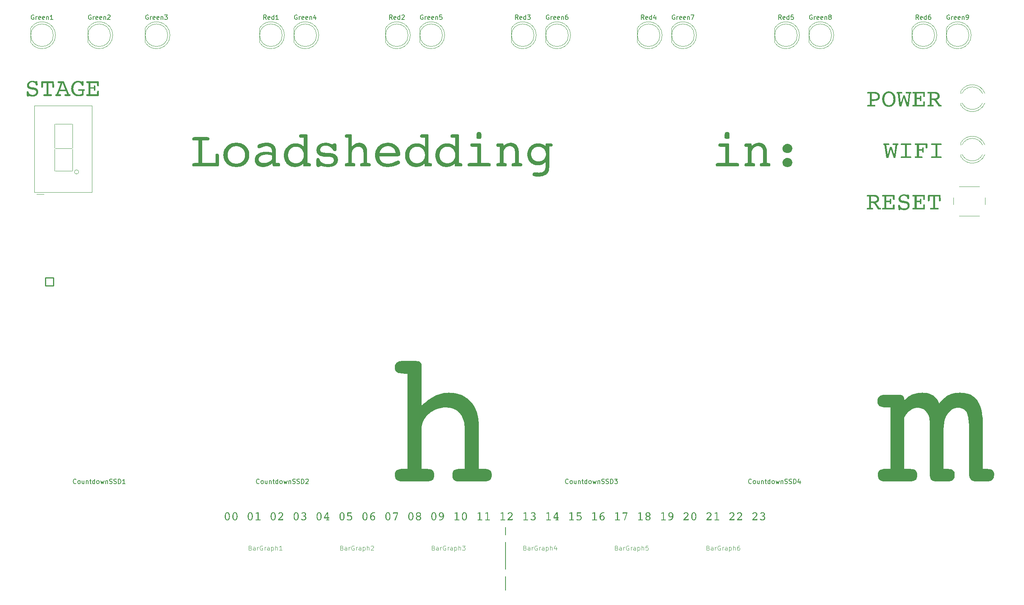
<source format=gto>
%TF.GenerationSoftware,KiCad,Pcbnew,7.0.9*%
%TF.CreationDate,2023-12-15T21:18:20+02:00*%
%TF.ProjectId,loadshedding,6c6f6164-7368-4656-9464-696e672e6b69,1*%
%TF.SameCoordinates,Original*%
%TF.FileFunction,Legend,Top*%
%TF.FilePolarity,Positive*%
%FSLAX46Y46*%
G04 Gerber Fmt 4.6, Leading zero omitted, Abs format (unit mm)*
G04 Created by KiCad (PCBNEW 7.0.9) date 2023-12-15 21:18:20*
%MOMM*%
%LPD*%
G01*
G04 APERTURE LIST*
G04 Aperture macros list*
%AMRoundRect*
0 Rectangle with rounded corners*
0 $1 Rounding radius*
0 $2 $3 $4 $5 $6 $7 $8 $9 X,Y pos of 4 corners*
0 Add a 4 corners polygon primitive as box body*
4,1,4,$2,$3,$4,$5,$6,$7,$8,$9,$2,$3,0*
0 Add four circle primitives for the rounded corners*
1,1,$1+$1,$2,$3*
1,1,$1+$1,$4,$5*
1,1,$1+$1,$6,$7*
1,1,$1+$1,$8,$9*
0 Add four rect primitives between the rounded corners*
20,1,$1+$1,$2,$3,$4,$5,0*
20,1,$1+$1,$4,$5,$6,$7,0*
20,1,$1+$1,$6,$7,$8,$9,0*
20,1,$1+$1,$8,$9,$2,$3,0*%
G04 Aperture macros list end*
%ADD10C,0.150000*%
%ADD11C,2.500000*%
%ADD12C,1.000000*%
%ADD13C,2.000000*%
%ADD14C,0.262500*%
%ADD15C,3.750000*%
%ADD16C,0.100000*%
%ADD17C,0.120000*%
%ADD18R,1.800000X1.800000*%
%ADD19C,1.800000*%
%ADD20C,1.524000*%
%ADD21R,1.700000X1.700000*%
%ADD22C,1.700000*%
%ADD23C,2.600000*%
%ADD24R,1.600000X1.600000*%
%ADD25C,1.600000*%
%ADD26C,2.000000*%
%ADD27O,1.600000X1.600000*%
%ADD28R,1.050000X1.500000*%
%ADD29O,1.050000X1.500000*%
%ADD30RoundRect,0.102000X-0.900000X0.900000X-0.900000X-0.900000X0.900000X-0.900000X0.900000X0.900000X0*%
%ADD31C,2.004000*%
G04 APERTURE END LIST*
D10*
X201930000Y-203200000D02*
X201930000Y-217170000D01*
D11*
G36*
X304776580Y-181633398D02*
G01*
X304774519Y-181278053D01*
X304768337Y-180937420D01*
X304758033Y-180611499D01*
X304743607Y-180300290D01*
X304725060Y-180003793D01*
X304689511Y-179586631D01*
X304644689Y-179202571D01*
X304590593Y-178851613D01*
X304527223Y-178533756D01*
X304454580Y-178249001D01*
X304343297Y-177920818D01*
X304249016Y-177713300D01*
X304067837Y-177417776D01*
X303849450Y-177172341D01*
X303593853Y-176976994D01*
X303301048Y-176831736D01*
X302971034Y-176736567D01*
X302680232Y-176696496D01*
X302446503Y-176687480D01*
X302075331Y-176708088D01*
X301723850Y-176769912D01*
X301392061Y-176872952D01*
X301079965Y-177017208D01*
X300787560Y-177202680D01*
X300514848Y-177429368D01*
X300261827Y-177697272D01*
X300028499Y-178006392D01*
X299868744Y-178262382D01*
X299724703Y-178535759D01*
X299596375Y-178826525D01*
X299483761Y-179134679D01*
X299386861Y-179460221D01*
X299305674Y-179803151D01*
X299240201Y-180163469D01*
X299190441Y-180541174D01*
X299156395Y-180936268D01*
X299138062Y-181348750D01*
X299134570Y-181633398D01*
X299134570Y-190206322D01*
X299508262Y-190206322D01*
X299808452Y-190210901D01*
X300146981Y-190229506D01*
X300444723Y-190262421D01*
X300748176Y-190320811D01*
X301027972Y-190414978D01*
X301178883Y-190499413D01*
X301402995Y-190728105D01*
X301533727Y-191019579D01*
X301593490Y-191346788D01*
X301603866Y-191583852D01*
X301587036Y-191880828D01*
X301526586Y-192178156D01*
X301406029Y-192459004D01*
X301252156Y-192660963D01*
X300996559Y-192850298D01*
X300705343Y-192960744D01*
X300397826Y-193011234D01*
X300182372Y-193020000D01*
X297566531Y-193020000D01*
X297253891Y-193006089D01*
X296939283Y-192954698D01*
X296645848Y-192849597D01*
X296400033Y-192672240D01*
X296357529Y-192624326D01*
X296219685Y-192365581D01*
X296131378Y-192045263D01*
X296079686Y-191700938D01*
X296053533Y-191364806D01*
X296043687Y-191063700D01*
X296042456Y-190902414D01*
X296042456Y-190323558D01*
X296042456Y-181633398D01*
X296042456Y-180028722D01*
X296031465Y-179652398D01*
X295998492Y-179296452D01*
X295943538Y-178960885D01*
X295866601Y-178645697D01*
X295767683Y-178350889D01*
X295646782Y-178076459D01*
X295464745Y-177762080D01*
X295339036Y-177588736D01*
X295108807Y-177329097D01*
X294853174Y-177113465D01*
X294572140Y-176941839D01*
X294265704Y-176814219D01*
X293933865Y-176730607D01*
X293576624Y-176691001D01*
X293426615Y-176687480D01*
X293083063Y-176706800D01*
X292750329Y-176764760D01*
X292428415Y-176861360D01*
X292117321Y-176996600D01*
X291817045Y-177170480D01*
X291719357Y-177237027D01*
X291484119Y-177419529D01*
X291259255Y-177628149D01*
X291044768Y-177862887D01*
X290840656Y-178123743D01*
X290646919Y-178410716D01*
X290463558Y-178723807D01*
X290393119Y-178856357D01*
X290393119Y-190206322D01*
X291155157Y-190206322D01*
X291452141Y-190211016D01*
X291787951Y-190230085D01*
X292084405Y-190263824D01*
X292388201Y-190323673D01*
X292671003Y-190420194D01*
X292825778Y-190506741D01*
X293034755Y-190713400D01*
X293175341Y-190995408D01*
X293242889Y-191309336D01*
X293258087Y-191583852D01*
X293241258Y-191918345D01*
X293180807Y-192240517D01*
X293060251Y-192526324D01*
X292906378Y-192712254D01*
X292624306Y-192874541D01*
X292309004Y-192961095D01*
X291967748Y-193005273D01*
X291626686Y-193019699D01*
X291565484Y-193020000D01*
X286092002Y-193020000D01*
X285759713Y-193003520D01*
X285468095Y-192954083D01*
X285184621Y-192857225D01*
X284929211Y-192696805D01*
X284904982Y-192675617D01*
X284720798Y-192447062D01*
X284596893Y-192157069D01*
X284537358Y-191847720D01*
X284523963Y-191583852D01*
X284547104Y-191258975D01*
X284630223Y-190947795D01*
X284795989Y-190674352D01*
X285007564Y-190499413D01*
X285306609Y-190371186D01*
X285606026Y-190299058D01*
X285904734Y-190254693D01*
X286248165Y-190224640D01*
X286555110Y-190210901D01*
X286890676Y-190206322D01*
X287301004Y-190206322D01*
X287301004Y-176606880D01*
X286927313Y-176606880D01*
X286580755Y-176601957D01*
X286262820Y-176587188D01*
X285905650Y-176554881D01*
X285593203Y-176507189D01*
X285277300Y-176429651D01*
X284990140Y-176311191D01*
X284956273Y-176291807D01*
X284728669Y-176101297D01*
X284566095Y-175852170D01*
X284468551Y-175544424D01*
X284436544Y-175227061D01*
X284436036Y-175178060D01*
X284461681Y-174855201D01*
X284551841Y-174543441D01*
X284706916Y-174286163D01*
X284846364Y-174144912D01*
X285113173Y-173974896D01*
X285403860Y-173870483D01*
X285699535Y-173815184D01*
X286033778Y-173793546D01*
X286084675Y-173793203D01*
X289235408Y-173793203D01*
X289546817Y-173807399D01*
X289853647Y-173865073D01*
X290115598Y-174006374D01*
X290129337Y-174020348D01*
X290278916Y-174288345D01*
X290354479Y-174608055D01*
X290390199Y-174934921D01*
X290393119Y-174980223D01*
X290605725Y-174774715D01*
X290876956Y-174537473D01*
X291154269Y-174322055D01*
X291437665Y-174128462D01*
X291727143Y-173956693D01*
X292022703Y-173806748D01*
X292202958Y-173727257D01*
X292513402Y-173611158D01*
X292835652Y-173514737D01*
X293169709Y-173437994D01*
X293515573Y-173380928D01*
X293873243Y-173343541D01*
X294167880Y-173327798D01*
X294393817Y-173324256D01*
X294746786Y-173333530D01*
X295083955Y-173361351D01*
X295405326Y-173407719D01*
X295710896Y-173472634D01*
X296000667Y-173556096D01*
X296340664Y-173686506D01*
X296655973Y-173845896D01*
X296775184Y-173917766D01*
X297056469Y-174118086D01*
X297314141Y-174348101D01*
X297548199Y-174607812D01*
X297758644Y-174897218D01*
X297909998Y-175150124D01*
X298046239Y-175422035D01*
X298167369Y-175712951D01*
X298387645Y-175417112D01*
X298616165Y-175141423D01*
X298852928Y-174885884D01*
X299097934Y-174650495D01*
X299351183Y-174435256D01*
X299612676Y-174240167D01*
X299882411Y-174065228D01*
X300160390Y-173910439D01*
X300449475Y-173773053D01*
X300748863Y-173653984D01*
X301058555Y-173553234D01*
X301378551Y-173470802D01*
X301708852Y-173406688D01*
X302049456Y-173360893D01*
X302400364Y-173333415D01*
X302761577Y-173324256D01*
X303087555Y-173331097D01*
X303402371Y-173351619D01*
X303706024Y-173385823D01*
X303998514Y-173433708D01*
X304416320Y-173531188D01*
X304809009Y-173659451D01*
X305176583Y-173818497D01*
X305519040Y-174008327D01*
X305836382Y-174228940D01*
X306128607Y-174480336D01*
X306395717Y-174762515D01*
X306637711Y-175075478D01*
X306857701Y-175422958D01*
X307056053Y-175808693D01*
X307176266Y-176087101D01*
X307286862Y-176382511D01*
X307387841Y-176694922D01*
X307479204Y-177024335D01*
X307560949Y-177370750D01*
X307633077Y-177734166D01*
X307695587Y-178114584D01*
X307748481Y-178512003D01*
X307791758Y-178926424D01*
X307825418Y-179357847D01*
X307849460Y-179806271D01*
X307863886Y-180271696D01*
X307868695Y-180754124D01*
X307868695Y-190206322D01*
X308198422Y-190206322D01*
X308505710Y-190211016D01*
X308852468Y-190230085D01*
X309157724Y-190263824D01*
X309469248Y-190323673D01*
X309757159Y-190420194D01*
X309913007Y-190506741D01*
X310121985Y-190713400D01*
X310262570Y-190995408D01*
X310330119Y-191309336D01*
X310345317Y-191583852D01*
X310327435Y-191880828D01*
X310263207Y-192178156D01*
X310135116Y-192459004D01*
X309971625Y-192660963D01*
X309707586Y-192850298D01*
X309409993Y-192960744D01*
X309097782Y-193011234D01*
X308879860Y-193020000D01*
X306388583Y-193020000D01*
X306093288Y-193003256D01*
X305787195Y-192941396D01*
X305488035Y-192814886D01*
X305242915Y-192628841D01*
X305164926Y-192543726D01*
X304995025Y-192267579D01*
X304886182Y-191969600D01*
X304822469Y-191672330D01*
X304786061Y-191336420D01*
X304776580Y-191026978D01*
X304776580Y-181633398D01*
G37*
D12*
G36*
X283688159Y-106558887D02*
G01*
X283728922Y-106559631D01*
X283769057Y-106560871D01*
X283808564Y-106562608D01*
X283885695Y-106567569D01*
X283960315Y-106574515D01*
X284032424Y-106583445D01*
X284102022Y-106594359D01*
X284169109Y-106607258D01*
X284233684Y-106622142D01*
X284295748Y-106639010D01*
X284355302Y-106657862D01*
X284412344Y-106678699D01*
X284466875Y-106701521D01*
X284518895Y-106726327D01*
X284568404Y-106753117D01*
X284615401Y-106781892D01*
X284659888Y-106812651D01*
X284701886Y-106845345D01*
X284741175Y-106879925D01*
X284777754Y-106916390D01*
X284811624Y-106954740D01*
X284842784Y-106994975D01*
X284871234Y-107037095D01*
X284896975Y-107081101D01*
X284920006Y-107126992D01*
X284940328Y-107174768D01*
X284957940Y-107224429D01*
X284972843Y-107275976D01*
X284985036Y-107329408D01*
X284994520Y-107384725D01*
X285001294Y-107441928D01*
X285005358Y-107501015D01*
X285006713Y-107561988D01*
X285005369Y-107622835D01*
X285001339Y-107681789D01*
X284994623Y-107738851D01*
X284985219Y-107794019D01*
X284973129Y-107847295D01*
X284958353Y-107898677D01*
X284940889Y-107948167D01*
X284920739Y-107995764D01*
X284897903Y-108041468D01*
X284872379Y-108085279D01*
X284844169Y-108127197D01*
X284813272Y-108167222D01*
X284779689Y-108205355D01*
X284743419Y-108241594D01*
X284704462Y-108275941D01*
X284662819Y-108308394D01*
X284618660Y-108338799D01*
X284571915Y-108367242D01*
X284522581Y-108393723D01*
X284470661Y-108418243D01*
X284416153Y-108440801D01*
X284359057Y-108461397D01*
X284299374Y-108480032D01*
X284237103Y-108496706D01*
X284172246Y-108511418D01*
X284104800Y-108524168D01*
X284034767Y-108534956D01*
X283962147Y-108543784D01*
X283886939Y-108550649D01*
X283809144Y-108555553D01*
X283769276Y-108557269D01*
X283728762Y-108558495D01*
X283687600Y-108559231D01*
X283645792Y-108559476D01*
X283165122Y-108559476D01*
X283165122Y-109434842D01*
X283739581Y-109434842D01*
X283779900Y-109435916D01*
X283823497Y-109440037D01*
X283867762Y-109448753D01*
X283904922Y-109461676D01*
X283934975Y-109478806D01*
X283964256Y-109507632D01*
X283983953Y-109544649D01*
X283993418Y-109584430D01*
X283995547Y-109618513D01*
X283992789Y-109662064D01*
X283982882Y-109704394D01*
X283963124Y-109742527D01*
X283937906Y-109767990D01*
X283902552Y-109786369D01*
X283860898Y-109798143D01*
X283817232Y-109805035D01*
X283775229Y-109808523D01*
X283728121Y-109809958D01*
X283718087Y-109810000D01*
X282374752Y-109810000D01*
X282330605Y-109806946D01*
X282291953Y-109797787D01*
X282255039Y-109780185D01*
X282231137Y-109761151D01*
X282207524Y-109729724D01*
X282191638Y-109691496D01*
X282184006Y-109651806D01*
X282182288Y-109618513D01*
X282185280Y-109575099D01*
X282195799Y-109533411D01*
X282216369Y-109495973D01*
X282230160Y-109480760D01*
X282265327Y-109456546D01*
X282305951Y-109442421D01*
X282349197Y-109435964D01*
X282379637Y-109434842D01*
X282734277Y-109434842D01*
X282734277Y-106933796D01*
X283165122Y-106933796D01*
X283165122Y-108184319D01*
X283679009Y-108184319D01*
X283732135Y-108183709D01*
X283783560Y-108181877D01*
X283833282Y-108178824D01*
X283881303Y-108174549D01*
X283927621Y-108169054D01*
X283972237Y-108162337D01*
X284015152Y-108154399D01*
X284056364Y-108145240D01*
X284095874Y-108134860D01*
X284133682Y-108123258D01*
X284187203Y-108103566D01*
X284236894Y-108081127D01*
X284282755Y-108055939D01*
X284324787Y-108028004D01*
X284363198Y-107997295D01*
X284397831Y-107963787D01*
X284428685Y-107927480D01*
X284455762Y-107888373D01*
X284479060Y-107846467D01*
X284498581Y-107801762D01*
X284514323Y-107754258D01*
X284526287Y-107703954D01*
X284534473Y-107650852D01*
X284538881Y-107594950D01*
X284539720Y-107556127D01*
X284537823Y-107499406D01*
X284532130Y-107445381D01*
X284522641Y-107394053D01*
X284509358Y-107345421D01*
X284492279Y-107299485D01*
X284471405Y-107256246D01*
X284446735Y-107215703D01*
X284418271Y-107177855D01*
X284386011Y-107142704D01*
X284349955Y-107110250D01*
X284323810Y-107090111D01*
X284281455Y-107062176D01*
X284235356Y-107036988D01*
X284185513Y-107014549D01*
X284131926Y-106994856D01*
X284094122Y-106983255D01*
X284054654Y-106972875D01*
X284013522Y-106963715D01*
X283970726Y-106955778D01*
X283926266Y-106949061D01*
X283880143Y-106943565D01*
X283832355Y-106939291D01*
X283782903Y-106936238D01*
X283731788Y-106934406D01*
X283679009Y-106933796D01*
X283165122Y-106933796D01*
X282734277Y-106933796D01*
X282541814Y-106933796D01*
X282498165Y-106933444D01*
X282457710Y-106932388D01*
X282408740Y-106929884D01*
X282365448Y-106926129D01*
X282319318Y-106919674D01*
X282275675Y-106909348D01*
X282240907Y-106893740D01*
X282212571Y-106865481D01*
X282193508Y-106826867D01*
X282184349Y-106783850D01*
X282182288Y-106746217D01*
X282185341Y-106703475D01*
X282196075Y-106661812D01*
X282214536Y-106626950D01*
X282231137Y-106607487D01*
X282262641Y-106583874D01*
X282301101Y-106567989D01*
X282341126Y-106560356D01*
X282374752Y-106558639D01*
X283646769Y-106558639D01*
X283688159Y-106558887D01*
G37*
G36*
X287028449Y-106434060D02*
G01*
X287068431Y-106435479D01*
X287107958Y-106437845D01*
X287147028Y-106441158D01*
X287223800Y-106450622D01*
X287298749Y-106463872D01*
X287371873Y-106480908D01*
X287443172Y-106501730D01*
X287512648Y-106526338D01*
X287580300Y-106554731D01*
X287646127Y-106586910D01*
X287710130Y-106622875D01*
X287772309Y-106662625D01*
X287832663Y-106706161D01*
X287891194Y-106753483D01*
X287947900Y-106804591D01*
X288002782Y-106859485D01*
X288029539Y-106888351D01*
X288055840Y-106918164D01*
X288081566Y-106948651D01*
X288106475Y-106979660D01*
X288130567Y-107011192D01*
X288153843Y-107043247D01*
X288176302Y-107075825D01*
X288197944Y-107108925D01*
X288218769Y-107142549D01*
X288238778Y-107176695D01*
X288257970Y-107211364D01*
X288276346Y-107246556D01*
X288293905Y-107282271D01*
X288310647Y-107318509D01*
X288326572Y-107355269D01*
X288341681Y-107392552D01*
X288355973Y-107430359D01*
X288369448Y-107468688D01*
X288382107Y-107507539D01*
X288393949Y-107546914D01*
X288404974Y-107586811D01*
X288415183Y-107627232D01*
X288424575Y-107668175D01*
X288433150Y-107709641D01*
X288440908Y-107751630D01*
X288447850Y-107794141D01*
X288453975Y-107837176D01*
X288459284Y-107880733D01*
X288463776Y-107924813D01*
X288467451Y-107969416D01*
X288470309Y-108014542D01*
X288472351Y-108060190D01*
X288473576Y-108106362D01*
X288473984Y-108153056D01*
X288473576Y-108199930D01*
X288472351Y-108246273D01*
X288470309Y-108292086D01*
X288467451Y-108337368D01*
X288463776Y-108382120D01*
X288459284Y-108426341D01*
X288453975Y-108470032D01*
X288447850Y-108513192D01*
X288440908Y-108555822D01*
X288433150Y-108597921D01*
X288424575Y-108639490D01*
X288415183Y-108680529D01*
X288404974Y-108721037D01*
X288393949Y-108761015D01*
X288382107Y-108800462D01*
X288369448Y-108839378D01*
X288355973Y-108877765D01*
X288341681Y-108915620D01*
X288326572Y-108952946D01*
X288310647Y-108989740D01*
X288293905Y-109026005D01*
X288276346Y-109061739D01*
X288257970Y-109096942D01*
X288238778Y-109131615D01*
X288218769Y-109165757D01*
X288197944Y-109199369D01*
X288176302Y-109232451D01*
X288153843Y-109265002D01*
X288130567Y-109297023D01*
X288106475Y-109328513D01*
X288081566Y-109359473D01*
X288055840Y-109389902D01*
X288029539Y-109419594D01*
X288002782Y-109448345D01*
X287947900Y-109503017D01*
X287891194Y-109553919D01*
X287832663Y-109601050D01*
X287772309Y-109644410D01*
X287710130Y-109684001D01*
X287646127Y-109719820D01*
X287580300Y-109751870D01*
X287512648Y-109780148D01*
X287443172Y-109804657D01*
X287371873Y-109825394D01*
X287298749Y-109842362D01*
X287223800Y-109855558D01*
X287147028Y-109864985D01*
X287107958Y-109868284D01*
X287068431Y-109870640D01*
X287028449Y-109872054D01*
X286988011Y-109872526D01*
X286947871Y-109872053D01*
X286908174Y-109870637D01*
X286868919Y-109868275D01*
X286791739Y-109860719D01*
X286716329Y-109849385D01*
X286642689Y-109834272D01*
X286570821Y-109815381D01*
X286500723Y-109792713D01*
X286432396Y-109766266D01*
X286365840Y-109736041D01*
X286301055Y-109702037D01*
X286238040Y-109664256D01*
X286176796Y-109622697D01*
X286117323Y-109577359D01*
X286059621Y-109528243D01*
X286003689Y-109475350D01*
X285949528Y-109418678D01*
X285923112Y-109388925D01*
X285897326Y-109358378D01*
X285872359Y-109327311D01*
X285848210Y-109295722D01*
X285824880Y-109263613D01*
X285802369Y-109230983D01*
X285780676Y-109197832D01*
X285759802Y-109164159D01*
X285739747Y-109129966D01*
X285720510Y-109095252D01*
X285702091Y-109060017D01*
X285684491Y-109024262D01*
X285667710Y-108987985D01*
X285651748Y-108951187D01*
X285636604Y-108913869D01*
X285622278Y-108876029D01*
X285608771Y-108837669D01*
X285596083Y-108798787D01*
X285584213Y-108759385D01*
X285573162Y-108719462D01*
X285562930Y-108679018D01*
X285553516Y-108638053D01*
X285544921Y-108596567D01*
X285537144Y-108554560D01*
X285530186Y-108512032D01*
X285524047Y-108468983D01*
X285518726Y-108425414D01*
X285514224Y-108381323D01*
X285510540Y-108336711D01*
X285507675Y-108291579D01*
X285505628Y-108245926D01*
X285504400Y-108199751D01*
X285503991Y-108153056D01*
X285998339Y-108153056D01*
X285999373Y-108230641D01*
X286002476Y-108306105D01*
X286007647Y-108379446D01*
X286014886Y-108450666D01*
X286024194Y-108519764D01*
X286035570Y-108586740D01*
X286049015Y-108651594D01*
X286064528Y-108714326D01*
X286082110Y-108774936D01*
X286101760Y-108833425D01*
X286123479Y-108889792D01*
X286147266Y-108944036D01*
X286173121Y-108996159D01*
X286201045Y-109046161D01*
X286231037Y-109094040D01*
X286263098Y-109139797D01*
X286297071Y-109183097D01*
X286332554Y-109223603D01*
X286369550Y-109261316D01*
X286408056Y-109296235D01*
X286448074Y-109328360D01*
X286489603Y-109357692D01*
X286532643Y-109384231D01*
X286577194Y-109407976D01*
X286623257Y-109428927D01*
X286670831Y-109447085D01*
X286719916Y-109462450D01*
X286770512Y-109475020D01*
X286822620Y-109484798D01*
X286876239Y-109491782D01*
X286931369Y-109495972D01*
X286988011Y-109497369D01*
X287044885Y-109495972D01*
X287100225Y-109491782D01*
X287154031Y-109484798D01*
X287206303Y-109475020D01*
X287257040Y-109462450D01*
X287306244Y-109447085D01*
X287353913Y-109428927D01*
X287400048Y-109407976D01*
X287444649Y-109384231D01*
X287487716Y-109357692D01*
X287529249Y-109328360D01*
X287569248Y-109296235D01*
X287607712Y-109261316D01*
X287644642Y-109223603D01*
X287680038Y-109183097D01*
X287713900Y-109139797D01*
X287746079Y-109094040D01*
X287776182Y-109046161D01*
X287804209Y-108996159D01*
X287830160Y-108944036D01*
X287854035Y-108889792D01*
X287875833Y-108833425D01*
X287895556Y-108774936D01*
X287913203Y-108714326D01*
X287928773Y-108651594D01*
X287942267Y-108586740D01*
X287953686Y-108519764D01*
X287963028Y-108450666D01*
X287970294Y-108379446D01*
X287975484Y-108306105D01*
X287978599Y-108230641D01*
X287979637Y-108153056D01*
X287978599Y-108075471D01*
X287975484Y-108000007D01*
X287970294Y-107926666D01*
X287963028Y-107855446D01*
X287953686Y-107786348D01*
X287942267Y-107719372D01*
X287928773Y-107654518D01*
X287913203Y-107591786D01*
X287895556Y-107531176D01*
X287875833Y-107472687D01*
X287854035Y-107416320D01*
X287830160Y-107362076D01*
X287804209Y-107309953D01*
X287776182Y-107259952D01*
X287746079Y-107212072D01*
X287713900Y-107166315D01*
X287680038Y-107123015D01*
X287644642Y-107082509D01*
X287607712Y-107044796D01*
X287569248Y-107009877D01*
X287529249Y-106977752D01*
X287487716Y-106948420D01*
X287444649Y-106921881D01*
X287400048Y-106898136D01*
X287353913Y-106877185D01*
X287306244Y-106859027D01*
X287257040Y-106843662D01*
X287206303Y-106831092D01*
X287154031Y-106821314D01*
X287100225Y-106814330D01*
X287044885Y-106810140D01*
X286988011Y-106808743D01*
X286930671Y-106810129D01*
X286874911Y-106814285D01*
X286820731Y-106821211D01*
X286768131Y-106830908D01*
X286717111Y-106843376D01*
X286667671Y-106858615D01*
X286619811Y-106876624D01*
X286573531Y-106897404D01*
X286528830Y-106920954D01*
X286485710Y-106947275D01*
X286444170Y-106976366D01*
X286404209Y-107008229D01*
X286365829Y-107042862D01*
X286329028Y-107080265D01*
X286293808Y-107120439D01*
X286260167Y-107163384D01*
X286228461Y-107208809D01*
X286198801Y-107256425D01*
X286171186Y-107306232D01*
X286145617Y-107358229D01*
X286122093Y-107412416D01*
X286100615Y-107468794D01*
X286081183Y-107527363D01*
X286063796Y-107588122D01*
X286048454Y-107651072D01*
X286035158Y-107716212D01*
X286023908Y-107783543D01*
X286014703Y-107853065D01*
X286007544Y-107924777D01*
X286002430Y-107998679D01*
X285999361Y-108074772D01*
X285998339Y-108153056D01*
X285503991Y-108153056D01*
X285504396Y-108105885D01*
X285505609Y-108059259D01*
X285507632Y-108013179D01*
X285510464Y-107967645D01*
X285514104Y-107922657D01*
X285518554Y-107878214D01*
X285523813Y-107834317D01*
X285529881Y-107790966D01*
X285536758Y-107748161D01*
X285544444Y-107705901D01*
X285552939Y-107664187D01*
X285562243Y-107623019D01*
X285572356Y-107582396D01*
X285583278Y-107542319D01*
X285595010Y-107502788D01*
X285607550Y-107463803D01*
X285620899Y-107425363D01*
X285635058Y-107387469D01*
X285650025Y-107350121D01*
X285665802Y-107313319D01*
X285682388Y-107277062D01*
X285699782Y-107241351D01*
X285717986Y-107206186D01*
X285736999Y-107171566D01*
X285756821Y-107137492D01*
X285777452Y-107103964D01*
X285798891Y-107070982D01*
X285821140Y-107038545D01*
X285844199Y-107006655D01*
X285868066Y-106975309D01*
X285892742Y-106944510D01*
X285918227Y-106914256D01*
X285944412Y-106884684D01*
X285971064Y-106856050D01*
X286025770Y-106801599D01*
X286082347Y-106750904D01*
X286140793Y-106703963D01*
X286201110Y-106660778D01*
X286263296Y-106621348D01*
X286327353Y-106585673D01*
X286393279Y-106553754D01*
X286461076Y-106525590D01*
X286530742Y-106501181D01*
X286602279Y-106480527D01*
X286675685Y-106463628D01*
X286750962Y-106450485D01*
X286828108Y-106441097D01*
X286867382Y-106437811D01*
X286907124Y-106435464D01*
X286947334Y-106434056D01*
X286988011Y-106433586D01*
X287028449Y-106434060D01*
G37*
G36*
X289639511Y-109108534D02*
G01*
X290112365Y-107473084D01*
X290125005Y-107433150D01*
X290142006Y-107394567D01*
X290166105Y-107363238D01*
X290168053Y-107361709D01*
X290205800Y-107345681D01*
X290244439Y-107339727D01*
X290282358Y-107338262D01*
X290406434Y-107338262D01*
X290447864Y-107340271D01*
X290488637Y-107348184D01*
X290520739Y-107363663D01*
X290548789Y-107394384D01*
X290568204Y-107431641D01*
X290579357Y-107461360D01*
X291115715Y-109108534D01*
X291384382Y-106933796D01*
X290953538Y-106933796D01*
X290908280Y-106932250D01*
X290867762Y-106927613D01*
X290826483Y-106918297D01*
X290787205Y-106902497D01*
X290766936Y-106889832D01*
X290738600Y-106860380D01*
X290719538Y-106822581D01*
X290710379Y-106781976D01*
X290708318Y-106747194D01*
X290710982Y-106704118D01*
X290720554Y-106662444D01*
X290739642Y-106625195D01*
X290764005Y-106600648D01*
X290803607Y-106580341D01*
X290845094Y-106569141D01*
X290888096Y-106562741D01*
X290929178Y-106559664D01*
X290975031Y-106558639D01*
X291862121Y-106558639D01*
X291902148Y-106565104D01*
X291938943Y-106584498D01*
X291969588Y-106613349D01*
X291992257Y-106645661D01*
X292007506Y-106682145D01*
X292015338Y-106722803D01*
X292016482Y-106747194D01*
X292013958Y-106786317D01*
X292004890Y-106825304D01*
X291986807Y-106861866D01*
X291963726Y-106887878D01*
X291930427Y-106910075D01*
X291888782Y-106925007D01*
X291844757Y-106932181D01*
X291807411Y-106933796D01*
X291775170Y-106933796D01*
X291384382Y-109670293D01*
X291379497Y-109709188D01*
X291370643Y-109747676D01*
X291353119Y-109782644D01*
X291319934Y-109803989D01*
X291280184Y-109809973D01*
X291276915Y-109810000D01*
X291082498Y-109810000D01*
X291042418Y-109807113D01*
X291004279Y-109796261D01*
X290985778Y-109785575D01*
X290958877Y-109755121D01*
X290939577Y-109719649D01*
X290928136Y-109691786D01*
X290332184Y-107806231D01*
X289804619Y-109697648D01*
X289791358Y-109735906D01*
X289770979Y-109772234D01*
X289754794Y-109788506D01*
X289718515Y-109803933D01*
X289676818Y-109809475D01*
X289656120Y-109810000D01*
X289449979Y-109810000D01*
X289410202Y-109805807D01*
X289374085Y-109789138D01*
X289368890Y-109784598D01*
X289349282Y-109748801D01*
X289338482Y-109707662D01*
X289331765Y-109665408D01*
X288914598Y-106933796D01*
X288881381Y-106933796D01*
X288837316Y-106931552D01*
X288798300Y-106924820D01*
X288759893Y-106911631D01*
X288724568Y-106889786D01*
X288721158Y-106886901D01*
X288695183Y-106856496D01*
X288677709Y-106819135D01*
X288669314Y-106780087D01*
X288667424Y-106747194D01*
X288670172Y-106707566D01*
X288679832Y-106667509D01*
X288698723Y-106628621D01*
X288711388Y-106611395D01*
X288740774Y-106583574D01*
X288777505Y-106564873D01*
X288818855Y-106558639D01*
X289708876Y-106558639D01*
X289753861Y-106559664D01*
X289794170Y-106562741D01*
X289836371Y-106569141D01*
X289877096Y-106580341D01*
X289912420Y-106598064D01*
X289915994Y-106600648D01*
X289943385Y-106628830D01*
X289961812Y-106667212D01*
X289970666Y-106709894D01*
X289972658Y-106747194D01*
X289969807Y-106787412D01*
X289959564Y-106827193D01*
X289939136Y-106864064D01*
X289913063Y-106889832D01*
X289874912Y-106911084D01*
X289832307Y-106924136D01*
X289788316Y-106931048D01*
X289745623Y-106933624D01*
X289730369Y-106933796D01*
X289343489Y-106933796D01*
X289639511Y-109108534D01*
G37*
G36*
X292533300Y-109810000D02*
G01*
X292404340Y-109810000D01*
X292363461Y-109807709D01*
X292322352Y-109799481D01*
X292283257Y-109783072D01*
X292254863Y-109762128D01*
X292230306Y-109731413D01*
X292213785Y-109693125D01*
X292205847Y-109652734D01*
X292204061Y-109618513D01*
X292206866Y-109575196D01*
X292216941Y-109533706D01*
X292237034Y-109497247D01*
X292262679Y-109473921D01*
X292301941Y-109456824D01*
X292343810Y-109447207D01*
X292386834Y-109441292D01*
X292426577Y-109437934D01*
X292471052Y-109435797D01*
X292520259Y-109434881D01*
X292533300Y-109434842D01*
X292709155Y-109434842D01*
X292709155Y-106933796D01*
X292533300Y-106933796D01*
X292484024Y-106933170D01*
X292439267Y-106931292D01*
X292399028Y-106928163D01*
X292355083Y-106922491D01*
X292311669Y-106913103D01*
X292273869Y-106898590D01*
X292265610Y-106893740D01*
X292235857Y-106865481D01*
X292215842Y-106826867D01*
X292206225Y-106783850D01*
X292204061Y-106746217D01*
X292206492Y-106706380D01*
X292215224Y-106666919D01*
X292232637Y-106630263D01*
X292254863Y-106604556D01*
X292287690Y-106582360D01*
X292329018Y-106567428D01*
X292372890Y-106560253D01*
X292410202Y-106558639D01*
X292533300Y-106558639D01*
X294802805Y-106558639D01*
X294846830Y-106562180D01*
X294885115Y-106572805D01*
X294921325Y-106593224D01*
X294944466Y-106615303D01*
X294967607Y-106651195D01*
X294981819Y-106689847D01*
X294989345Y-106728876D01*
X294992291Y-106772767D01*
X294992337Y-106779434D01*
X294992337Y-107430097D01*
X294991335Y-107472830D01*
X294987489Y-107518443D01*
X294980757Y-107557872D01*
X294969256Y-107596060D01*
X294951304Y-107629399D01*
X294919171Y-107658251D01*
X294879157Y-107675080D01*
X294834766Y-107682774D01*
X294802805Y-107684110D01*
X294763112Y-107681912D01*
X294722967Y-107673790D01*
X294685216Y-107657182D01*
X294653111Y-107629155D01*
X294647466Y-107621584D01*
X294629087Y-107580551D01*
X294618749Y-107536953D01*
X294612390Y-107492226D01*
X294608780Y-107450949D01*
X294606482Y-107404788D01*
X294605498Y-107353741D01*
X294605457Y-107340216D01*
X294605457Y-106933796D01*
X293143907Y-106933796D01*
X293143907Y-107871688D01*
X293862958Y-107871688D01*
X293862958Y-107716350D01*
X293863936Y-107668971D01*
X293866870Y-107626362D01*
X293872972Y-107581528D01*
X293883651Y-107537904D01*
X293900550Y-107499497D01*
X293903014Y-107495554D01*
X293930182Y-107465801D01*
X293966624Y-107445786D01*
X294006802Y-107436169D01*
X294041744Y-107434005D01*
X294081207Y-107437044D01*
X294119325Y-107447958D01*
X294153302Y-107469726D01*
X294175589Y-107497508D01*
X294191831Y-107538297D01*
X294200968Y-107580749D01*
X294206587Y-107623892D01*
X294209777Y-107663490D01*
X294211808Y-107707607D01*
X294212678Y-107756242D01*
X294212714Y-107769106D01*
X294212714Y-108292763D01*
X294212103Y-108343153D01*
X294210272Y-108388811D01*
X294207219Y-108429737D01*
X294201685Y-108474240D01*
X294192526Y-108517883D01*
X294178367Y-108555343D01*
X294173635Y-108563384D01*
X294143906Y-108594296D01*
X294107035Y-108612328D01*
X294066216Y-108620571D01*
X294036859Y-108622002D01*
X293996254Y-108618730D01*
X293957175Y-108606976D01*
X293922554Y-108583534D01*
X293900083Y-108553614D01*
X293885618Y-108517049D01*
X293876046Y-108475811D01*
X293870064Y-108434466D01*
X293865895Y-108386776D01*
X293863865Y-108344057D01*
X293862995Y-108297277D01*
X293862958Y-108284947D01*
X293862958Y-108184319D01*
X293143907Y-108184319D01*
X293143907Y-109434842D01*
X294605457Y-109434842D01*
X294605457Y-108982505D01*
X294606113Y-108931168D01*
X294608082Y-108884624D01*
X294611364Y-108842874D01*
X294617313Y-108797427D01*
X294627159Y-108752776D01*
X294642379Y-108714315D01*
X294647466Y-108706022D01*
X294677133Y-108676269D01*
X294712716Y-108657997D01*
X294750964Y-108648319D01*
X294795851Y-108644533D01*
X294802805Y-108644473D01*
X294845547Y-108647184D01*
X294887069Y-108656923D01*
X294924438Y-108676346D01*
X294949351Y-108701137D01*
X294970130Y-108740498D01*
X294981591Y-108782226D01*
X294988139Y-108825731D01*
X294991288Y-108867443D01*
X294992337Y-108914117D01*
X294992337Y-109606789D01*
X294989953Y-109647762D01*
X294981389Y-109689207D01*
X294964310Y-109728972D01*
X294942512Y-109758220D01*
X294911711Y-109783250D01*
X294874265Y-109800089D01*
X294835400Y-109808179D01*
X294802805Y-109810000D01*
X292533300Y-109810000D01*
G37*
G36*
X296949112Y-106558791D02*
G01*
X296999128Y-106559249D01*
X297047481Y-106560013D01*
X297094169Y-106561081D01*
X297139194Y-106562455D01*
X297182554Y-106564134D01*
X297224251Y-106566119D01*
X297264284Y-106568408D01*
X297321214Y-106572416D01*
X297374400Y-106577110D01*
X297423842Y-106582491D01*
X297469540Y-106588558D01*
X297511494Y-106595313D01*
X297524647Y-106597718D01*
X297563090Y-106605534D01*
X297612556Y-106617479D01*
X297659978Y-106631165D01*
X297705353Y-106646590D01*
X297748684Y-106663756D01*
X297789968Y-106682662D01*
X297829207Y-106703308D01*
X297866401Y-106725694D01*
X297875380Y-106731563D01*
X297909131Y-106754964D01*
X297941509Y-106779740D01*
X297972512Y-106805889D01*
X298002142Y-106833412D01*
X298030398Y-106862309D01*
X298057280Y-106892580D01*
X298082788Y-106924224D01*
X298106922Y-106957243D01*
X298129682Y-106991635D01*
X298151069Y-107027402D01*
X298164563Y-107052009D01*
X298183594Y-107089636D01*
X298200753Y-107127778D01*
X298216040Y-107166435D01*
X298229456Y-107205607D01*
X298240999Y-107245295D01*
X298250670Y-107285498D01*
X298258470Y-107326216D01*
X298264398Y-107367449D01*
X298268453Y-107409197D01*
X298270637Y-107451461D01*
X298271053Y-107479923D01*
X298269344Y-107537402D01*
X298264218Y-107593335D01*
X298255675Y-107647723D01*
X298243713Y-107700566D01*
X298228335Y-107751862D01*
X298209538Y-107801613D01*
X298187325Y-107849819D01*
X298161693Y-107896479D01*
X298132645Y-107941593D01*
X298100179Y-107985162D01*
X298076636Y-108013349D01*
X298039026Y-108053738D01*
X297998738Y-108091740D01*
X297955770Y-108127354D01*
X297910123Y-108160582D01*
X297861798Y-108191422D01*
X297810793Y-108219876D01*
X297775301Y-108237518D01*
X297738619Y-108254100D01*
X297700746Y-108269621D01*
X297661683Y-108284081D01*
X297621428Y-108297480D01*
X297579983Y-108309818D01*
X297537348Y-108321095D01*
X297572030Y-108343443D01*
X297604759Y-108367501D01*
X297635533Y-108393269D01*
X297664354Y-108420746D01*
X297692442Y-108450544D01*
X297720041Y-108483272D01*
X297743790Y-108514314D01*
X297767165Y-108547600D01*
X297773775Y-108557522D01*
X298325764Y-109434842D01*
X298416622Y-109434842D01*
X298462499Y-109435844D01*
X298503653Y-109438850D01*
X298546803Y-109445101D01*
X298588551Y-109456040D01*
X298624928Y-109473351D01*
X298628625Y-109475875D01*
X298656488Y-109503748D01*
X298675233Y-109541203D01*
X298684240Y-109582541D01*
X298686266Y-109618513D01*
X298683213Y-109662233D01*
X298674054Y-109700579D01*
X298656451Y-109737295D01*
X298637418Y-109761151D01*
X298603109Y-109786911D01*
X298564727Y-109801938D01*
X298524640Y-109808807D01*
X298496734Y-109810000D01*
X298186057Y-109810000D01*
X298144068Y-109805086D01*
X298102365Y-109790346D01*
X298060949Y-109765778D01*
X298028022Y-109739049D01*
X297995278Y-109706030D01*
X297962718Y-109666722D01*
X297938417Y-109633114D01*
X297922274Y-109608743D01*
X297896873Y-109580411D01*
X297369309Y-108766594D01*
X297339564Y-108721437D01*
X297310782Y-108679388D01*
X297282961Y-108640447D01*
X297256102Y-108604615D01*
X297230205Y-108571891D01*
X297197171Y-108533095D01*
X297165847Y-108499825D01*
X297136232Y-108472080D01*
X297101618Y-108445170D01*
X297067000Y-108424062D01*
X297029090Y-108406530D01*
X296987888Y-108392577D01*
X296943395Y-108382202D01*
X296895610Y-108375404D01*
X296855012Y-108372542D01*
X296823182Y-108371898D01*
X296457794Y-108371898D01*
X296457794Y-109434842D01*
X296644396Y-109434842D01*
X296691871Y-109435892D01*
X296734766Y-109439040D01*
X296780195Y-109445589D01*
X296819030Y-109455160D01*
X296856002Y-109470147D01*
X296869099Y-109477829D01*
X296901213Y-109505942D01*
X296922817Y-109543019D01*
X296933198Y-109583502D01*
X296935533Y-109618513D01*
X296932775Y-109662064D01*
X296922868Y-109704394D01*
X296903110Y-109742527D01*
X296877892Y-109767990D01*
X296842721Y-109786369D01*
X296801528Y-109798143D01*
X296758480Y-109805035D01*
X296717150Y-109808523D01*
X296670858Y-109809958D01*
X296661004Y-109810000D01*
X295737766Y-109810000D01*
X295693620Y-109806946D01*
X295654968Y-109797787D01*
X295618054Y-109780185D01*
X295594152Y-109761151D01*
X295570538Y-109729724D01*
X295554653Y-109691496D01*
X295547020Y-109651806D01*
X295545303Y-109618513D01*
X295547921Y-109578055D01*
X295557324Y-109538457D01*
X295576078Y-109502376D01*
X295600013Y-109477829D01*
X295636902Y-109457050D01*
X295679034Y-109444288D01*
X295723112Y-109437529D01*
X295766251Y-109435010D01*
X295781730Y-109434842D01*
X295872588Y-109434842D01*
X296031835Y-109434842D01*
X296031835Y-106933796D01*
X296457794Y-106933796D01*
X296457794Y-107996741D01*
X297026392Y-107996741D01*
X297073760Y-107996222D01*
X297119631Y-107994665D01*
X297164007Y-107992069D01*
X297206887Y-107988436D01*
X297248271Y-107983765D01*
X297288159Y-107978056D01*
X297345186Y-107967546D01*
X297398847Y-107954700D01*
X297449142Y-107939519D01*
X297496071Y-107922002D01*
X297539634Y-107902150D01*
X297579831Y-107879962D01*
X297604759Y-107863872D01*
X297639329Y-107837818D01*
X297670498Y-107809479D01*
X297698268Y-107778856D01*
X297722636Y-107745949D01*
X297743605Y-107710758D01*
X297761173Y-107673283D01*
X297775341Y-107633524D01*
X297786109Y-107591481D01*
X297793476Y-107547153D01*
X297797443Y-107500542D01*
X297798199Y-107468199D01*
X297796533Y-107419533D01*
X297791536Y-107373185D01*
X297783207Y-107329155D01*
X297771546Y-107287444D01*
X297756554Y-107248051D01*
X297738230Y-107210977D01*
X297716574Y-107176221D01*
X297691587Y-107143784D01*
X297663268Y-107113664D01*
X297631618Y-107085864D01*
X297608667Y-107068618D01*
X297571489Y-107044524D01*
X297531032Y-107022799D01*
X297487294Y-107003445D01*
X297440276Y-106986461D01*
X297389979Y-106971846D01*
X297336401Y-106959602D01*
X297279543Y-106949727D01*
X297239815Y-106944460D01*
X297198630Y-106940247D01*
X297155986Y-106937087D01*
X297111885Y-106934981D01*
X297066326Y-106933927D01*
X297043000Y-106933796D01*
X296457794Y-106933796D01*
X296031835Y-106933796D01*
X295872588Y-106933796D01*
X295823328Y-106933185D01*
X295778616Y-106931353D01*
X295738453Y-106928300D01*
X295694647Y-106922767D01*
X295651462Y-106913608D01*
X295614015Y-106899449D01*
X295605875Y-106894717D01*
X295576595Y-106867248D01*
X295556897Y-106828806D01*
X295547433Y-106785422D01*
X295545303Y-106747194D01*
X295548295Y-106703230D01*
X295557271Y-106665129D01*
X295574522Y-106629271D01*
X295593175Y-106606510D01*
X295627865Y-106581266D01*
X295667243Y-106566539D01*
X295708734Y-106559807D01*
X295737766Y-106558639D01*
X296897431Y-106558639D01*
X296949112Y-106558791D01*
G37*
G36*
X286727948Y-120538534D02*
G01*
X287200802Y-118903084D01*
X287213442Y-118863150D01*
X287230443Y-118824567D01*
X287254542Y-118793238D01*
X287256489Y-118791709D01*
X287294236Y-118775681D01*
X287332876Y-118769727D01*
X287370795Y-118768262D01*
X287494870Y-118768262D01*
X287536301Y-118770271D01*
X287577073Y-118778184D01*
X287609176Y-118793663D01*
X287637226Y-118824384D01*
X287656641Y-118861641D01*
X287667794Y-118891360D01*
X288204152Y-120538534D01*
X288472819Y-118363796D01*
X288041974Y-118363796D01*
X287996717Y-118362250D01*
X287956199Y-118357613D01*
X287914919Y-118348297D01*
X287875642Y-118332497D01*
X287855373Y-118319832D01*
X287827037Y-118290380D01*
X287807974Y-118252581D01*
X287798815Y-118211976D01*
X287796755Y-118177194D01*
X287799419Y-118134118D01*
X287808991Y-118092444D01*
X287828079Y-118055195D01*
X287852442Y-118030648D01*
X287892044Y-118010341D01*
X287933531Y-117999141D01*
X287976533Y-117992741D01*
X288017615Y-117989664D01*
X288063468Y-117988639D01*
X288950558Y-117988639D01*
X288990585Y-117995104D01*
X289027380Y-118014498D01*
X289058025Y-118043349D01*
X289080693Y-118075661D01*
X289095943Y-118112145D01*
X289103774Y-118152803D01*
X289104919Y-118177194D01*
X289102395Y-118216317D01*
X289093327Y-118255304D01*
X289075244Y-118291866D01*
X289052163Y-118317878D01*
X289018864Y-118340075D01*
X288977218Y-118355007D01*
X288933194Y-118362181D01*
X288895847Y-118363796D01*
X288863607Y-118363796D01*
X288472819Y-121100293D01*
X288467934Y-121139188D01*
X288459080Y-121177676D01*
X288441556Y-121212644D01*
X288408371Y-121233989D01*
X288368621Y-121239973D01*
X288365352Y-121240000D01*
X288170935Y-121240000D01*
X288130855Y-121237113D01*
X288092716Y-121226261D01*
X288074214Y-121215575D01*
X288047313Y-121185121D01*
X288028013Y-121149649D01*
X288016573Y-121121786D01*
X287420621Y-119236231D01*
X286893056Y-121127648D01*
X286879794Y-121165906D01*
X286859416Y-121202234D01*
X286843230Y-121218506D01*
X286806952Y-121233933D01*
X286765255Y-121239475D01*
X286744556Y-121240000D01*
X286538415Y-121240000D01*
X286498639Y-121235807D01*
X286462522Y-121219138D01*
X286457327Y-121214598D01*
X286437719Y-121178801D01*
X286426919Y-121137662D01*
X286420202Y-121095408D01*
X286003035Y-118363796D01*
X285969818Y-118363796D01*
X285925753Y-118361552D01*
X285886737Y-118354820D01*
X285848330Y-118341631D01*
X285813005Y-118319786D01*
X285809595Y-118316901D01*
X285783620Y-118286496D01*
X285766146Y-118249135D01*
X285757750Y-118210087D01*
X285755861Y-118177194D01*
X285758609Y-118137566D01*
X285768269Y-118097509D01*
X285787160Y-118058621D01*
X285799825Y-118041395D01*
X285829211Y-118013574D01*
X285865942Y-117994873D01*
X285907292Y-117988639D01*
X286797313Y-117988639D01*
X286842297Y-117989664D01*
X286882607Y-117992741D01*
X286924808Y-117999141D01*
X286965533Y-118010341D01*
X287000857Y-118028064D01*
X287004431Y-118030648D01*
X287031822Y-118058830D01*
X287050249Y-118097212D01*
X287059103Y-118139894D01*
X287061095Y-118177194D01*
X287058243Y-118217412D01*
X287048000Y-118257193D01*
X287027573Y-118294064D01*
X287001500Y-118319832D01*
X286963349Y-118341084D01*
X286920744Y-118354136D01*
X286876753Y-118361048D01*
X286834060Y-118363624D01*
X286818806Y-118363796D01*
X286431926Y-118363796D01*
X286727948Y-120538534D01*
G37*
G36*
X291633321Y-120864842D02*
G01*
X291683696Y-120865453D01*
X291729309Y-120867285D01*
X291770158Y-120870338D01*
X291814523Y-120875872D01*
X291857937Y-120885031D01*
X291895043Y-120899189D01*
X291902965Y-120903921D01*
X291931774Y-120930763D01*
X291951154Y-120968424D01*
X291960465Y-121010984D01*
X291962561Y-121048513D01*
X291959709Y-121093112D01*
X291949466Y-121136068D01*
X291929038Y-121174176D01*
X291902965Y-121198967D01*
X291864131Y-121216919D01*
X291822503Y-121227016D01*
X291779626Y-121233227D01*
X291739968Y-121236754D01*
X291695546Y-121238998D01*
X291646361Y-121239959D01*
X291633321Y-121240000D01*
X289965631Y-121240000D01*
X289836671Y-121240000D01*
X289795317Y-121237709D01*
X289753552Y-121229481D01*
X289713572Y-121213072D01*
X289684263Y-121192128D01*
X289659233Y-121161413D01*
X289642395Y-121123125D01*
X289634304Y-121082734D01*
X289632484Y-121048513D01*
X289635382Y-121005196D01*
X289645793Y-120963706D01*
X289666556Y-120927247D01*
X289693056Y-120903921D01*
X289732807Y-120886824D01*
X289775041Y-120877207D01*
X289818371Y-120871292D01*
X289858358Y-120867934D01*
X289903077Y-120865797D01*
X289952529Y-120864881D01*
X289965631Y-120864842D01*
X290586008Y-120864842D01*
X290586008Y-118363796D01*
X289965631Y-118363796D01*
X289916325Y-118363170D01*
X289871475Y-118361292D01*
X289831084Y-118358163D01*
X289786862Y-118352491D01*
X289742990Y-118343103D01*
X289704482Y-118328590D01*
X289695987Y-118323740D01*
X289665290Y-118295481D01*
X289644639Y-118256867D01*
X289634716Y-118213850D01*
X289632484Y-118176217D01*
X289634962Y-118136380D01*
X289643861Y-118096919D01*
X289661610Y-118060263D01*
X289684263Y-118034556D01*
X289718035Y-118012360D01*
X289754931Y-117998728D01*
X289798299Y-117990836D01*
X289841556Y-117988639D01*
X289965631Y-117988639D01*
X291633321Y-117988639D01*
X291762281Y-117988639D01*
X291803161Y-117990883D01*
X291844270Y-117998943D01*
X291883365Y-118015017D01*
X291911758Y-118035533D01*
X291938548Y-118069422D01*
X291954176Y-118107753D01*
X291961320Y-118148053D01*
X291962561Y-118176217D01*
X291959615Y-118219674D01*
X291949037Y-118261669D01*
X291927939Y-118299132D01*
X291901011Y-118323740D01*
X291861200Y-118341264D01*
X291819480Y-118351122D01*
X291776947Y-118357185D01*
X291737838Y-118360627D01*
X291694210Y-118362818D01*
X291646064Y-118363757D01*
X291633321Y-118363796D01*
X291011967Y-118363796D01*
X291011967Y-120864842D01*
X291633321Y-120864842D01*
G37*
G36*
X294136322Y-120864842D02*
G01*
X294243789Y-120864842D01*
X294284787Y-120866388D01*
X294326975Y-120872098D01*
X294367749Y-120883776D01*
X294404130Y-120903482D01*
X294410851Y-120908806D01*
X294438672Y-120941340D01*
X294454900Y-120979267D01*
X294462319Y-121019858D01*
X294463607Y-121048513D01*
X294460493Y-121092233D01*
X294451151Y-121130579D01*
X294433196Y-121167295D01*
X294413782Y-121191151D01*
X294378863Y-121216911D01*
X294339931Y-121231938D01*
X294299356Y-121238807D01*
X294271144Y-121240000D01*
X292917062Y-121240000D01*
X292872915Y-121236946D01*
X292834263Y-121227787D01*
X292797349Y-121210185D01*
X292773447Y-121191151D01*
X292749833Y-121159724D01*
X292733948Y-121121496D01*
X292726316Y-121081806D01*
X292724598Y-121048513D01*
X292727169Y-121008055D01*
X292736405Y-120968457D01*
X292754823Y-120932376D01*
X292778332Y-120907829D01*
X292814507Y-120887050D01*
X292856654Y-120874288D01*
X292901247Y-120867529D01*
X292945199Y-120865010D01*
X292961025Y-120864842D01*
X293051884Y-120864842D01*
X293224808Y-120864842D01*
X293224808Y-118363796D01*
X293051884Y-118363796D01*
X293001951Y-118363170D01*
X292956690Y-118361292D01*
X292916100Y-118358163D01*
X292871931Y-118352491D01*
X292828563Y-118343103D01*
X292791250Y-118328590D01*
X292783217Y-118323740D01*
X292754881Y-118295481D01*
X292735818Y-118256867D01*
X292726659Y-118213850D01*
X292724598Y-118176217D01*
X292727651Y-118133475D01*
X292738385Y-118091812D01*
X292756846Y-118056950D01*
X292773447Y-118037487D01*
X292804951Y-118013874D01*
X292843411Y-117997989D01*
X292883436Y-117990356D01*
X292917062Y-117988639D01*
X295348743Y-117988639D01*
X295392768Y-117992180D01*
X295431053Y-118002805D01*
X295467263Y-118023224D01*
X295490404Y-118045303D01*
X295513545Y-118081195D01*
X295527757Y-118119847D01*
X295535284Y-118158876D01*
X295538229Y-118202767D01*
X295538276Y-118209434D01*
X295538276Y-118920669D01*
X295535938Y-118960694D01*
X295527543Y-119000826D01*
X295510799Y-119038822D01*
X295489427Y-119066238D01*
X295455119Y-119091483D01*
X295416736Y-119106209D01*
X295376650Y-119112941D01*
X295348743Y-119114110D01*
X295307791Y-119111912D01*
X295266698Y-119103790D01*
X295228550Y-119087182D01*
X295196874Y-119059155D01*
X295191451Y-119051584D01*
X295173499Y-119010551D01*
X295163401Y-118966953D01*
X295157190Y-118922226D01*
X295153664Y-118880949D01*
X295151420Y-118834788D01*
X295150458Y-118783741D01*
X295150418Y-118770216D01*
X295150418Y-118363796D01*
X293658583Y-118363796D01*
X293658583Y-119301688D01*
X294384473Y-119301688D01*
X294384473Y-119225484D01*
X294385068Y-119173965D01*
X294386854Y-119126871D01*
X294389831Y-119084205D01*
X294395226Y-119037098D01*
X294402482Y-118996908D01*
X294413644Y-118957810D01*
X294422575Y-118937278D01*
X294445839Y-118905221D01*
X294480915Y-118880105D01*
X294520009Y-118867511D01*
X294560327Y-118864005D01*
X294601238Y-118867363D01*
X294639964Y-118879170D01*
X294673929Y-118902259D01*
X294687334Y-118917739D01*
X294706697Y-118952669D01*
X294718588Y-118992542D01*
X294724886Y-119034242D01*
X294727233Y-119075046D01*
X294727390Y-119089685D01*
X294727390Y-119803852D01*
X294726483Y-119845974D01*
X294723003Y-119890854D01*
X294716912Y-119929551D01*
X294704730Y-119971530D01*
X294690265Y-119999246D01*
X294661623Y-120027067D01*
X294622106Y-120044583D01*
X294582660Y-120051178D01*
X294560327Y-120052002D01*
X294520009Y-120048590D01*
X294480915Y-120036332D01*
X294445839Y-120011885D01*
X294422575Y-119980683D01*
X294407728Y-119942415D01*
X294397905Y-119899047D01*
X294391766Y-119855455D01*
X294388194Y-119815705D01*
X294385812Y-119771619D01*
X294384621Y-119723198D01*
X294384473Y-119697362D01*
X294384473Y-119614319D01*
X293658583Y-119614319D01*
X293658583Y-120864842D01*
X294136322Y-120864842D01*
G37*
G36*
X298354884Y-120864842D02*
G01*
X298405259Y-120865453D01*
X298450872Y-120867285D01*
X298491721Y-120870338D01*
X298536086Y-120875872D01*
X298579500Y-120885031D01*
X298616606Y-120899189D01*
X298624528Y-120903921D01*
X298653337Y-120930763D01*
X298672717Y-120968424D01*
X298682029Y-121010984D01*
X298684124Y-121048513D01*
X298681272Y-121093112D01*
X298671029Y-121136068D01*
X298650601Y-121174176D01*
X298624528Y-121198967D01*
X298585694Y-121216919D01*
X298544066Y-121227016D01*
X298501190Y-121233227D01*
X298461531Y-121236754D01*
X298417109Y-121238998D01*
X298367925Y-121239959D01*
X298354884Y-121240000D01*
X296687194Y-121240000D01*
X296558234Y-121240000D01*
X296516881Y-121237709D01*
X296475115Y-121229481D01*
X296435136Y-121213072D01*
X296405826Y-121192128D01*
X296380796Y-121161413D01*
X296363958Y-121123125D01*
X296355867Y-121082734D01*
X296354047Y-121048513D01*
X296356945Y-121005196D01*
X296367356Y-120963706D01*
X296388119Y-120927247D01*
X296414619Y-120903921D01*
X296454370Y-120886824D01*
X296496605Y-120877207D01*
X296539934Y-120871292D01*
X296579921Y-120867934D01*
X296624640Y-120865797D01*
X296674092Y-120864881D01*
X296687194Y-120864842D01*
X297307571Y-120864842D01*
X297307571Y-118363796D01*
X296687194Y-118363796D01*
X296637888Y-118363170D01*
X296593039Y-118361292D01*
X296552647Y-118358163D01*
X296508426Y-118352491D01*
X296464553Y-118343103D01*
X296426045Y-118328590D01*
X296417550Y-118323740D01*
X296386853Y-118295481D01*
X296366202Y-118256867D01*
X296356279Y-118213850D01*
X296354047Y-118176217D01*
X296356525Y-118136380D01*
X296365424Y-118096919D01*
X296383173Y-118060263D01*
X296405826Y-118034556D01*
X296439598Y-118012360D01*
X296476494Y-117998728D01*
X296519862Y-117990836D01*
X296563119Y-117988639D01*
X296687194Y-117988639D01*
X298354884Y-117988639D01*
X298483845Y-117988639D01*
X298524724Y-117990883D01*
X298565833Y-117998943D01*
X298604928Y-118015017D01*
X298633321Y-118035533D01*
X298660112Y-118069422D01*
X298675739Y-118107753D01*
X298682883Y-118148053D01*
X298684124Y-118176217D01*
X298681178Y-118219674D01*
X298670600Y-118261669D01*
X298649502Y-118299132D01*
X298622575Y-118323740D01*
X298582763Y-118341264D01*
X298541043Y-118351122D01*
X298498511Y-118357185D01*
X298459401Y-118360627D01*
X298415773Y-118362818D01*
X298367627Y-118363757D01*
X298354884Y-118363796D01*
X297733531Y-118363796D01*
X297733531Y-120864842D01*
X298354884Y-120864842D01*
G37*
G36*
X96135136Y-107393835D02*
G01*
X96128736Y-107432497D01*
X96118057Y-107471613D01*
X96101616Y-107508418D01*
X96077719Y-107539751D01*
X96071632Y-107545265D01*
X96034958Y-107567934D01*
X95997650Y-107580024D01*
X95953259Y-107586741D01*
X95915317Y-107588252D01*
X95874147Y-107585916D01*
X95831324Y-107577288D01*
X95794112Y-107562301D01*
X95758452Y-107537388D01*
X95743370Y-107521818D01*
X95720917Y-107489253D01*
X95703139Y-107448835D01*
X95691621Y-107407940D01*
X95684647Y-107369452D01*
X95680058Y-107326958D01*
X95678890Y-107308838D01*
X95642742Y-106685530D01*
X95642742Y-106636682D01*
X95644528Y-106590966D01*
X95649886Y-106550540D01*
X95660652Y-106510062D01*
X95678909Y-106472616D01*
X95693545Y-106453988D01*
X95727453Y-106428013D01*
X95766547Y-106412061D01*
X95807667Y-106403613D01*
X95848047Y-106400465D01*
X95862561Y-106400255D01*
X95902372Y-106403934D01*
X95948015Y-106418879D01*
X95989078Y-106445321D01*
X96018632Y-106474753D01*
X96045254Y-106511542D01*
X96068946Y-106555688D01*
X96084791Y-106593627D01*
X96098988Y-106635705D01*
X96111341Y-106677676D01*
X96123488Y-106715664D01*
X96137400Y-106754947D01*
X96152955Y-106793201D01*
X96162491Y-106813514D01*
X96181422Y-106848653D01*
X96202310Y-106882264D01*
X96225156Y-106914347D01*
X96249960Y-106944901D01*
X96276722Y-106973927D01*
X96305442Y-107001424D01*
X96336119Y-107027393D01*
X96368754Y-107051833D01*
X96403347Y-107074746D01*
X96439897Y-107096129D01*
X96465352Y-107109536D01*
X96505074Y-107128043D01*
X96546204Y-107144730D01*
X96588742Y-107159596D01*
X96632689Y-107172642D01*
X96678044Y-107183868D01*
X96724807Y-107193273D01*
X96772978Y-107200858D01*
X96822557Y-107206622D01*
X96873545Y-107210567D01*
X96925940Y-107212690D01*
X96961653Y-107213095D01*
X97005461Y-107212431D01*
X97048222Y-107210439D01*
X97089938Y-107207119D01*
X97130608Y-107202470D01*
X97170233Y-107196494D01*
X97208812Y-107189190D01*
X97264720Y-107175743D01*
X97318275Y-107159308D01*
X97369477Y-107139885D01*
X97418326Y-107117474D01*
X97464823Y-107092074D01*
X97508967Y-107063687D01*
X97537090Y-107043102D01*
X97576723Y-107010395D01*
X97612458Y-106976023D01*
X97644294Y-106939985D01*
X97672232Y-106902281D01*
X97696272Y-106862911D01*
X97716413Y-106821875D01*
X97732656Y-106779174D01*
X97745001Y-106734806D01*
X97753448Y-106688773D01*
X97757996Y-106641074D01*
X97758862Y-106608350D01*
X97757660Y-106567715D01*
X97754053Y-106528608D01*
X97745505Y-106478844D01*
X97732682Y-106431796D01*
X97715585Y-106387466D01*
X97694214Y-106345853D01*
X97668568Y-106306958D01*
X97638649Y-106270779D01*
X97622086Y-106253709D01*
X97586182Y-106221728D01*
X97546371Y-106192709D01*
X97502651Y-106166652D01*
X97467297Y-106149052D01*
X97429745Y-106133118D01*
X97389994Y-106118850D01*
X97348046Y-106106247D01*
X97303899Y-106095311D01*
X97257554Y-106086040D01*
X97225436Y-106080785D01*
X96819016Y-106025098D01*
X96749139Y-106014408D01*
X96681659Y-106002612D01*
X96616576Y-105989709D01*
X96553890Y-105975700D01*
X96493600Y-105960583D01*
X96435707Y-105944360D01*
X96380210Y-105927030D01*
X96327110Y-105908594D01*
X96276407Y-105889051D01*
X96228101Y-105868401D01*
X96182190Y-105846644D01*
X96138677Y-105823780D01*
X96097560Y-105799810D01*
X96058840Y-105774733D01*
X96022517Y-105748550D01*
X95988590Y-105721260D01*
X95957002Y-105692592D01*
X95927453Y-105662519D01*
X95899941Y-105631042D01*
X95874467Y-105598161D01*
X95851032Y-105563876D01*
X95829634Y-105528186D01*
X95810274Y-105491091D01*
X95792951Y-105452592D01*
X95777667Y-105412689D01*
X95764421Y-105371382D01*
X95753212Y-105328670D01*
X95744042Y-105284553D01*
X95736909Y-105239033D01*
X95731814Y-105192107D01*
X95728757Y-105143778D01*
X95727739Y-105094044D01*
X95729097Y-105041211D01*
X95733173Y-104989447D01*
X95739966Y-104938751D01*
X95749476Y-104889124D01*
X95761704Y-104840566D01*
X95776648Y-104793076D01*
X95794310Y-104746654D01*
X95814689Y-104701301D01*
X95837785Y-104657017D01*
X95863599Y-104613801D01*
X95892129Y-104571654D01*
X95923377Y-104530576D01*
X95957342Y-104490566D01*
X95994024Y-104451624D01*
X96033424Y-104413751D01*
X96075540Y-104376947D01*
X96119683Y-104341810D01*
X96165162Y-104308941D01*
X96211977Y-104278338D01*
X96260127Y-104250002D01*
X96309613Y-104223933D01*
X96360434Y-104200130D01*
X96412592Y-104178595D01*
X96466085Y-104159327D01*
X96520913Y-104142325D01*
X96577078Y-104127590D01*
X96634578Y-104115122D01*
X96693414Y-104104921D01*
X96753585Y-104096987D01*
X96815092Y-104091320D01*
X96877935Y-104087920D01*
X96942114Y-104086786D01*
X96989818Y-104087597D01*
X97038285Y-104090030D01*
X97077608Y-104093144D01*
X97117419Y-104097296D01*
X97157719Y-104102487D01*
X97198508Y-104108715D01*
X97239785Y-104115981D01*
X97260607Y-104120003D01*
X97303303Y-104128903D01*
X97347374Y-104138993D01*
X97392818Y-104150274D01*
X97439637Y-104162746D01*
X97487829Y-104176408D01*
X97537395Y-104191261D01*
X97575471Y-104203182D01*
X97614320Y-104215773D01*
X97640648Y-104224539D01*
X97655976Y-104186586D01*
X97684612Y-104165921D01*
X97724761Y-104155168D01*
X97768152Y-104150626D01*
X97810696Y-104149329D01*
X97816503Y-104149313D01*
X97859288Y-104150549D01*
X97902518Y-104155117D01*
X97943108Y-104164459D01*
X97980622Y-104182320D01*
X97983565Y-104184484D01*
X98009440Y-104216102D01*
X98025194Y-104255272D01*
X98035372Y-104299664D01*
X98041417Y-104345231D01*
X98042184Y-104353500D01*
X98080286Y-104921120D01*
X98080286Y-104948475D01*
X98077621Y-104987972D01*
X98068050Y-105028302D01*
X98048961Y-105067544D01*
X98024598Y-105096975D01*
X97990346Y-105122477D01*
X97954061Y-105138139D01*
X97912280Y-105147207D01*
X97871214Y-105149731D01*
X97827345Y-105144102D01*
X97786721Y-105127215D01*
X97749340Y-105099070D01*
X97721771Y-105068448D01*
X97696279Y-105030621D01*
X97672862Y-104985589D01*
X97656662Y-104947086D01*
X97646510Y-104919166D01*
X97634322Y-104879853D01*
X97619759Y-104836897D01*
X97605265Y-104798543D01*
X97588442Y-104759614D01*
X97569330Y-104722795D01*
X97545363Y-104685075D01*
X97518893Y-104649583D01*
X97489920Y-104616320D01*
X97458443Y-104585286D01*
X97424463Y-104556481D01*
X97387979Y-104529904D01*
X97348992Y-104505556D01*
X97307501Y-104483437D01*
X97264270Y-104463745D01*
X97219574Y-104446678D01*
X97173412Y-104432237D01*
X97125785Y-104420422D01*
X97076692Y-104411232D01*
X97026133Y-104404668D01*
X96974110Y-104400730D01*
X96934130Y-104399499D01*
X96920621Y-104399417D01*
X96879584Y-104400085D01*
X96839517Y-104402089D01*
X96800419Y-104405428D01*
X96743589Y-104412941D01*
X96688941Y-104423460D01*
X96636474Y-104436984D01*
X96586187Y-104453513D01*
X96538082Y-104473048D01*
X96492158Y-104495588D01*
X96448414Y-104521133D01*
X96406852Y-104549684D01*
X96380355Y-104570387D01*
X96343341Y-104603363D01*
X96309968Y-104638176D01*
X96280235Y-104674827D01*
X96254143Y-104713315D01*
X96231692Y-104753641D01*
X96212881Y-104795804D01*
X96197711Y-104839805D01*
X96186182Y-104885644D01*
X96178294Y-104933320D01*
X96174047Y-104982833D01*
X96173237Y-105016863D01*
X96174603Y-105056722D01*
X96180671Y-105107357D01*
X96191593Y-105155122D01*
X96207369Y-105200017D01*
X96228000Y-105242042D01*
X96253486Y-105281197D01*
X96283825Y-105317482D01*
X96319019Y-105350898D01*
X96328576Y-105358803D01*
X96369960Y-105388830D01*
X96404344Y-105409727D01*
X96441595Y-105429233D01*
X96481715Y-105447348D01*
X96524703Y-105464072D01*
X96570559Y-105479405D01*
X96619282Y-105493347D01*
X96670874Y-105505897D01*
X96725333Y-105517057D01*
X96782661Y-105526826D01*
X96802407Y-105529773D01*
X97242044Y-105586437D01*
X97300838Y-105595295D01*
X97357785Y-105605504D01*
X97412884Y-105617063D01*
X97466137Y-105629974D01*
X97517542Y-105644235D01*
X97567101Y-105659848D01*
X97614812Y-105676811D01*
X97660676Y-105695126D01*
X97704694Y-105714791D01*
X97746864Y-105735807D01*
X97787187Y-105758175D01*
X97825662Y-105781893D01*
X97862291Y-105806962D01*
X97897073Y-105833382D01*
X97930008Y-105861153D01*
X97961095Y-105890276D01*
X97990435Y-105920604D01*
X98017882Y-105952237D01*
X98043435Y-105985175D01*
X98067096Y-106019419D01*
X98088865Y-106054968D01*
X98108740Y-106091822D01*
X98126722Y-106129981D01*
X98142812Y-106169445D01*
X98157008Y-106210215D01*
X98169312Y-106252289D01*
X98179723Y-106295669D01*
X98188241Y-106340354D01*
X98194866Y-106386344D01*
X98199598Y-106433640D01*
X98202438Y-106482240D01*
X98203384Y-106532146D01*
X98202041Y-106591127D01*
X98198011Y-106648634D01*
X98191294Y-106704669D01*
X98181891Y-106759231D01*
X98169801Y-106812319D01*
X98155024Y-106863934D01*
X98137561Y-106914077D01*
X98117411Y-106962746D01*
X98094574Y-107009942D01*
X98069050Y-107055665D01*
X98040840Y-107099915D01*
X98009944Y-107142692D01*
X97976360Y-107183996D01*
X97940090Y-107223826D01*
X97901133Y-107262184D01*
X97859490Y-107299068D01*
X97815725Y-107334087D01*
X97770158Y-107366846D01*
X97722790Y-107397346D01*
X97673621Y-107425586D01*
X97622651Y-107451567D01*
X97569879Y-107475290D01*
X97515306Y-107496752D01*
X97458932Y-107515956D01*
X97400756Y-107532900D01*
X97340779Y-107547585D01*
X97279001Y-107560011D01*
X97215422Y-107570178D01*
X97150041Y-107578085D01*
X97082859Y-107583733D01*
X97013876Y-107587122D01*
X96943091Y-107588252D01*
X96893555Y-107587504D01*
X96844112Y-107585260D01*
X96794759Y-107581520D01*
X96745498Y-107576284D01*
X96696329Y-107569552D01*
X96647252Y-107561324D01*
X96598266Y-107551600D01*
X96549371Y-107540380D01*
X96500370Y-107527832D01*
X96450575Y-107513636D01*
X96412708Y-107501906D01*
X96374394Y-107489250D01*
X96335634Y-107475665D01*
X96296427Y-107461154D01*
X96256774Y-107445715D01*
X96216675Y-107429349D01*
X96176128Y-107412055D01*
X96135136Y-107393835D01*
G37*
G36*
X99270237Y-105302139D02*
G01*
X99268191Y-105351338D01*
X99264986Y-105395867D01*
X99260620Y-105435724D01*
X99253531Y-105478977D01*
X99242632Y-105521247D01*
X99226617Y-105557277D01*
X99221388Y-105564944D01*
X99191343Y-105591863D01*
X99153867Y-105608395D01*
X99112761Y-105617151D01*
X99071351Y-105620414D01*
X99056280Y-105620631D01*
X99016302Y-105618200D01*
X98976338Y-105609469D01*
X98938677Y-105592055D01*
X98911688Y-105569829D01*
X98888547Y-105537466D01*
X98872980Y-105497529D01*
X98865500Y-105455672D01*
X98863817Y-105420352D01*
X98865650Y-105380010D01*
X98865771Y-105377366D01*
X98867874Y-105336851D01*
X98868690Y-105295907D01*
X98868702Y-105290415D01*
X98897034Y-104394532D01*
X98901275Y-104354789D01*
X98911273Y-104315664D01*
X98929091Y-104279677D01*
X98950767Y-104254825D01*
X98987251Y-104232157D01*
X99029223Y-104218933D01*
X99073797Y-104212888D01*
X99105129Y-104211839D01*
X101492847Y-104211839D01*
X101535916Y-104213896D01*
X101578613Y-104221284D01*
X101618326Y-104236019D01*
X101646231Y-104254825D01*
X101672793Y-104286940D01*
X101688867Y-104324815D01*
X101696927Y-104365619D01*
X101698988Y-104394532D01*
X101729274Y-105290415D01*
X101729757Y-105329931D01*
X101731360Y-105370323D01*
X101732205Y-105384204D01*
X101734952Y-105423772D01*
X101735136Y-105425237D01*
X101732611Y-105466023D01*
X101723544Y-105506796D01*
X101705460Y-105545221D01*
X101682379Y-105572760D01*
X101649080Y-105595901D01*
X101612474Y-105610113D01*
X101569274Y-105618341D01*
X101526064Y-105620631D01*
X101481418Y-105617967D01*
X101438294Y-105608395D01*
X101399851Y-105589307D01*
X101374633Y-105564944D01*
X101356376Y-105527270D01*
X101345648Y-105486752D01*
X101338650Y-105444959D01*
X101333417Y-105395867D01*
X101330502Y-105351338D01*
X101328715Y-105302139D01*
X101300383Y-104586996D01*
X100511967Y-104586996D01*
X100511967Y-107088042D01*
X100934996Y-107088042D01*
X101042463Y-107088042D01*
X101083461Y-107089588D01*
X101125649Y-107095298D01*
X101166423Y-107106976D01*
X101202804Y-107126682D01*
X101209525Y-107132006D01*
X101237346Y-107164540D01*
X101253575Y-107202467D01*
X101260993Y-107243058D01*
X101262281Y-107271713D01*
X101259167Y-107315433D01*
X101249825Y-107353779D01*
X101231870Y-107390495D01*
X101212456Y-107414351D01*
X101177537Y-107440111D01*
X101138605Y-107455138D01*
X101098030Y-107462007D01*
X101069818Y-107463200D01*
X99529134Y-107463200D01*
X99484987Y-107460146D01*
X99446336Y-107450987D01*
X99409422Y-107433385D01*
X99385519Y-107414351D01*
X99361906Y-107382924D01*
X99346021Y-107344696D01*
X99338388Y-107305006D01*
X99336671Y-107271713D01*
X99339242Y-107231255D01*
X99348477Y-107191657D01*
X99366896Y-107155576D01*
X99390404Y-107131029D01*
X99426580Y-107110250D01*
X99468727Y-107097488D01*
X99513319Y-107090729D01*
X99557272Y-107088210D01*
X99573098Y-107088042D01*
X99662979Y-107088042D01*
X100086008Y-107088042D01*
X100086008Y-104586996D01*
X99297592Y-104586996D01*
X99270237Y-105302139D01*
G37*
G36*
X103739596Y-104212817D02*
G01*
X103779528Y-104215750D01*
X103821214Y-104221853D01*
X103861251Y-104232532D01*
X103899127Y-104251895D01*
X103928579Y-104279758D01*
X103953462Y-104313479D01*
X103974232Y-104349897D01*
X103991291Y-104386247D01*
X103996824Y-104399417D01*
X105071493Y-107088042D01*
X105118387Y-107088042D01*
X105162222Y-107089020D01*
X105201525Y-107091954D01*
X105242707Y-107098056D01*
X105282504Y-107108735D01*
X105320621Y-107128098D01*
X105349987Y-107159335D01*
X105367117Y-107198052D01*
X105374948Y-107240901D01*
X105376308Y-107271713D01*
X105373783Y-107316312D01*
X105364716Y-107359268D01*
X105346632Y-107397376D01*
X105323551Y-107422167D01*
X105287238Y-107442002D01*
X105249057Y-107452941D01*
X105209410Y-107459192D01*
X105163374Y-107462558D01*
X105129134Y-107463200D01*
X104381751Y-107463200D01*
X104331819Y-107462558D01*
X104286557Y-107460635D01*
X104245967Y-107457429D01*
X104201798Y-107451619D01*
X104158430Y-107442002D01*
X104121117Y-107427136D01*
X104113084Y-107422167D01*
X104084748Y-107393676D01*
X104065686Y-107354366D01*
X104056526Y-107310342D01*
X104054466Y-107271713D01*
X104057551Y-107230159D01*
X104068634Y-107189768D01*
X104090736Y-107153377D01*
X104118946Y-107129075D01*
X104158330Y-107111123D01*
X104197245Y-107101026D01*
X104244197Y-107093813D01*
X104289463Y-107090006D01*
X104329694Y-107088403D01*
X104362212Y-107088042D01*
X104617201Y-107088042D01*
X104350488Y-106400255D01*
X102955373Y-106400255D01*
X102718946Y-107088042D01*
X102985659Y-107088042D01*
X103029043Y-107088684D01*
X103068824Y-107090607D01*
X103113484Y-107094815D01*
X103152515Y-107101026D01*
X103191922Y-107111123D01*
X103231856Y-107129075D01*
X103263970Y-107156948D01*
X103285574Y-107194403D01*
X103295954Y-107235741D01*
X103298290Y-107271713D01*
X103295438Y-107316312D01*
X103285195Y-107359268D01*
X103264767Y-107397376D01*
X103238695Y-107422167D01*
X103200532Y-107440119D01*
X103160289Y-107450216D01*
X103119144Y-107456427D01*
X103071083Y-107460635D01*
X103027653Y-107462558D01*
X102979797Y-107463200D01*
X102256838Y-107463200D01*
X102214722Y-107462558D01*
X102167271Y-107459954D01*
X102125592Y-107455346D01*
X102083197Y-107447171D01*
X102044241Y-107433988D01*
X102023342Y-107422167D01*
X101995478Y-107393676D01*
X101976734Y-107354366D01*
X101967727Y-107310342D01*
X101965701Y-107271713D01*
X101968459Y-107229445D01*
X101978366Y-107188580D01*
X101998124Y-107152095D01*
X102023342Y-107128098D01*
X102058879Y-107110574D01*
X102100994Y-107099347D01*
X102145278Y-107092776D01*
X102187954Y-107089451D01*
X102235877Y-107088082D01*
X102246092Y-107088042D01*
X102297871Y-107088042D01*
X102695230Y-106025098D01*
X103093126Y-106025098D01*
X104216643Y-106025098D01*
X103625575Y-104568433D01*
X103093126Y-106025098D01*
X102695230Y-106025098D01*
X103232833Y-104586996D01*
X102831297Y-104586996D01*
X102791089Y-104586324D01*
X102745208Y-104583595D01*
X102704192Y-104578768D01*
X102661396Y-104570204D01*
X102620323Y-104556393D01*
X102596824Y-104544009D01*
X102564238Y-104515192D01*
X102542316Y-104477102D01*
X102531783Y-104435458D01*
X102529413Y-104399417D01*
X102532218Y-104356007D01*
X102542293Y-104314180D01*
X102562386Y-104277052D01*
X102588032Y-104252872D01*
X102623875Y-104236883D01*
X102670152Y-104226304D01*
X102708979Y-104220855D01*
X102754186Y-104216687D01*
X102805775Y-104213802D01*
X102848654Y-104212480D01*
X102895122Y-104211879D01*
X102911409Y-104211839D01*
X103694940Y-104211839D01*
X103739596Y-104212817D01*
G37*
G36*
X107892986Y-106980576D02*
G01*
X107892986Y-106337728D01*
X107212037Y-106337728D01*
X107169198Y-106334096D01*
X107129394Y-106321541D01*
X107095087Y-106297371D01*
X107089916Y-106291811D01*
X107068793Y-106258342D01*
X107056471Y-106220063D01*
X107050838Y-106179549D01*
X107049860Y-106151127D01*
X107051543Y-106106955D01*
X107057588Y-106064487D01*
X107069644Y-106026929D01*
X107085031Y-106002627D01*
X107117617Y-105979822D01*
X107155785Y-105968204D01*
X107198405Y-105963197D01*
X107222784Y-105962571D01*
X108409804Y-105962571D01*
X108450753Y-105967246D01*
X108487422Y-105983188D01*
X108515317Y-106010443D01*
X108534785Y-106048224D01*
X108544702Y-106087380D01*
X108548977Y-106128412D01*
X108549511Y-106151127D01*
X108547314Y-106194537D01*
X108539422Y-106236364D01*
X108523682Y-106273493D01*
X108503593Y-106297673D01*
X108468636Y-106318796D01*
X108430778Y-106330062D01*
X108390440Y-106335812D01*
X108350507Y-106337689D01*
X108343370Y-106337728D01*
X108308199Y-106337728D01*
X108308199Y-107084135D01*
X108308199Y-107148615D01*
X108306577Y-107189506D01*
X108299619Y-107229828D01*
X108291591Y-107249243D01*
X108264845Y-107279070D01*
X108232114Y-107301507D01*
X108226133Y-107304930D01*
X108184582Y-107327462D01*
X108138572Y-107349138D01*
X108101140Y-107364835D01*
X108061201Y-107380050D01*
X108018754Y-107394785D01*
X107973800Y-107409039D01*
X107926339Y-107422812D01*
X107876370Y-107436104D01*
X107823894Y-107448915D01*
X107768911Y-107461246D01*
X107712780Y-107472769D01*
X107656494Y-107483159D01*
X107600054Y-107492415D01*
X107543459Y-107500538D01*
X107486710Y-107507528D01*
X107429806Y-107513384D01*
X107372748Y-107518106D01*
X107315535Y-107521696D01*
X107258168Y-107524151D01*
X107200646Y-107525474D01*
X107162212Y-107525726D01*
X107116449Y-107525267D01*
X107071239Y-107523890D01*
X107026582Y-107521595D01*
X106982479Y-107518383D01*
X106938930Y-107514253D01*
X106895934Y-107509205D01*
X106853491Y-107503239D01*
X106811601Y-107496355D01*
X106770265Y-107488554D01*
X106729482Y-107479835D01*
X106689253Y-107470198D01*
X106649576Y-107459643D01*
X106610454Y-107448170D01*
X106571884Y-107435779D01*
X106533868Y-107422471D01*
X106496406Y-107408245D01*
X106459496Y-107393101D01*
X106423140Y-107377039D01*
X106387338Y-107360059D01*
X106352089Y-107342162D01*
X106317393Y-107323347D01*
X106283250Y-107303614D01*
X106249661Y-107282963D01*
X106216625Y-107261394D01*
X106184143Y-107238907D01*
X106152214Y-107215503D01*
X106120838Y-107191181D01*
X106090016Y-107165941D01*
X106059747Y-107139783D01*
X106030032Y-107112707D01*
X106000869Y-107084714D01*
X105972260Y-107055802D01*
X105944371Y-107026093D01*
X105917367Y-106995826D01*
X105891248Y-106965001D01*
X105866015Y-106933620D01*
X105841667Y-106901681D01*
X105818204Y-106869186D01*
X105795627Y-106836133D01*
X105773935Y-106802523D01*
X105753129Y-106768355D01*
X105733208Y-106733631D01*
X105714172Y-106698349D01*
X105696022Y-106662510D01*
X105678757Y-106626114D01*
X105662377Y-106589161D01*
X105646883Y-106551651D01*
X105632274Y-106513583D01*
X105618551Y-106474959D01*
X105605713Y-106435777D01*
X105593760Y-106396038D01*
X105582693Y-106355741D01*
X105572511Y-106314888D01*
X105563215Y-106273477D01*
X105554804Y-106231510D01*
X105547278Y-106188985D01*
X105540638Y-106145902D01*
X105534883Y-106102263D01*
X105530013Y-106058067D01*
X105526029Y-106013313D01*
X105522930Y-105968002D01*
X105520717Y-105922134D01*
X105519388Y-105875709D01*
X105518946Y-105828726D01*
X105519379Y-105781663D01*
X105520678Y-105735116D01*
X105522844Y-105689087D01*
X105525876Y-105643575D01*
X105529775Y-105598580D01*
X105534539Y-105554102D01*
X105540170Y-105510141D01*
X105546667Y-105466697D01*
X105554031Y-105423771D01*
X105562261Y-105381361D01*
X105571357Y-105339469D01*
X105581319Y-105298094D01*
X105592148Y-105257235D01*
X105603843Y-105216894D01*
X105616404Y-105177070D01*
X105629832Y-105137763D01*
X105644126Y-105098974D01*
X105659286Y-105060701D01*
X105675313Y-105022945D01*
X105692206Y-104985707D01*
X105709965Y-104948986D01*
X105728590Y-104912781D01*
X105748082Y-104877094D01*
X105768440Y-104841924D01*
X105789664Y-104807271D01*
X105811755Y-104773135D01*
X105834712Y-104739517D01*
X105858535Y-104706415D01*
X105883224Y-104673831D01*
X105908780Y-104641763D01*
X105935202Y-104610213D01*
X105962491Y-104579180D01*
X105990451Y-104548886D01*
X106018888Y-104519554D01*
X106047802Y-104491184D01*
X106077193Y-104463775D01*
X106107062Y-104437328D01*
X106137407Y-104411843D01*
X106168229Y-104387320D01*
X106199528Y-104363758D01*
X106263558Y-104319519D01*
X106329496Y-104279128D01*
X106397342Y-104242583D01*
X106467096Y-104209885D01*
X106538759Y-104181034D01*
X106612329Y-104156029D01*
X106649830Y-104144970D01*
X106687808Y-104134872D01*
X106726263Y-104125735D01*
X106765195Y-104117561D01*
X106804604Y-104110348D01*
X106844490Y-104104097D01*
X106884853Y-104098808D01*
X106925693Y-104094480D01*
X106967010Y-104091114D01*
X107008804Y-104088710D01*
X107051075Y-104087267D01*
X107093824Y-104086786D01*
X107140489Y-104087672D01*
X107187185Y-104090328D01*
X107233912Y-104094755D01*
X107280669Y-104100952D01*
X107327457Y-104108921D01*
X107374275Y-104118660D01*
X107421124Y-104130170D01*
X107468004Y-104143451D01*
X107515372Y-104157831D01*
X107563197Y-104173126D01*
X107611481Y-104189338D01*
X107660223Y-104206465D01*
X107697080Y-104219912D01*
X107734194Y-104233874D01*
X107771566Y-104248351D01*
X107809196Y-104263343D01*
X107847083Y-104278851D01*
X107859769Y-104284135D01*
X107876779Y-104247186D01*
X107899486Y-104213565D01*
X107929092Y-104185617D01*
X107934996Y-104181553D01*
X107971927Y-104163197D01*
X108011311Y-104153122D01*
X108051488Y-104149438D01*
X108061025Y-104149313D01*
X108106329Y-104152060D01*
X108145518Y-104160303D01*
X108183512Y-104176866D01*
X108216744Y-104204954D01*
X108231995Y-104227470D01*
X108246604Y-104263924D01*
X108256469Y-104305216D01*
X108262850Y-104345394D01*
X108267888Y-104391922D01*
X108270784Y-104430986D01*
X108272925Y-104473621D01*
X108274310Y-104519829D01*
X108274940Y-104569609D01*
X108274982Y-104586996D01*
X108274982Y-104967038D01*
X108273837Y-105007777D01*
X108269441Y-105051374D01*
X108260144Y-105094945D01*
X108244024Y-105135122D01*
X108228087Y-105158524D01*
X108196300Y-105184499D01*
X108158961Y-105200451D01*
X108119277Y-105208899D01*
X108080053Y-105212048D01*
X108065910Y-105212257D01*
X108023268Y-105207702D01*
X107984490Y-105194035D01*
X107949575Y-105171256D01*
X107918525Y-105139366D01*
X107891339Y-105098365D01*
X107872372Y-105059004D01*
X107859769Y-105025656D01*
X107844748Y-104988195D01*
X107829063Y-104951416D01*
X107824598Y-104941636D01*
X107804775Y-104899507D01*
X107783405Y-104859216D01*
X107760490Y-104820762D01*
X107736030Y-104784146D01*
X107710024Y-104749367D01*
X107682472Y-104716425D01*
X107653374Y-104685322D01*
X107622732Y-104656055D01*
X107590543Y-104628627D01*
X107556809Y-104603036D01*
X107533461Y-104586996D01*
X107497434Y-104564648D01*
X107460428Y-104544497D01*
X107422444Y-104526546D01*
X107383480Y-104510792D01*
X107343538Y-104497236D01*
X107302617Y-104485879D01*
X107260717Y-104476720D01*
X107217838Y-104469759D01*
X107173980Y-104464996D01*
X107129143Y-104462432D01*
X107098709Y-104461943D01*
X107038052Y-104463340D01*
X106978938Y-104467530D01*
X106921365Y-104474514D01*
X106865334Y-104484292D01*
X106810845Y-104496862D01*
X106757898Y-104512227D01*
X106706493Y-104530385D01*
X106656629Y-104551336D01*
X106608307Y-104575081D01*
X106561527Y-104601620D01*
X106516289Y-104630952D01*
X106472592Y-104663077D01*
X106430437Y-104697996D01*
X106389824Y-104735709D01*
X106350753Y-104776215D01*
X106313224Y-104819515D01*
X106277614Y-104865185D01*
X106244301Y-104912800D01*
X106213286Y-104962363D01*
X106184569Y-105013871D01*
X106158148Y-105067326D01*
X106134026Y-105122727D01*
X106112200Y-105180075D01*
X106092672Y-105239368D01*
X106075442Y-105300608D01*
X106060508Y-105363795D01*
X106047873Y-105428928D01*
X106037534Y-105496007D01*
X106029493Y-105565032D01*
X106023750Y-105636003D01*
X106020304Y-105708921D01*
X106019155Y-105783786D01*
X106020422Y-105861184D01*
X106024223Y-105936575D01*
X106030558Y-106009958D01*
X106039427Y-106081335D01*
X106050830Y-106150703D01*
X106064767Y-106218065D01*
X106081239Y-106283419D01*
X106100244Y-106346765D01*
X106121783Y-106408105D01*
X106145856Y-106467437D01*
X106172463Y-106524761D01*
X106201605Y-106580078D01*
X106233280Y-106633388D01*
X106267489Y-106684691D01*
X106304232Y-106733986D01*
X106343510Y-106781273D01*
X106384890Y-106825993D01*
X106427941Y-106867827D01*
X106472664Y-106906776D01*
X106519059Y-106942840D01*
X106567125Y-106976019D01*
X106616863Y-107006313D01*
X106668272Y-107033721D01*
X106721353Y-107058245D01*
X106776106Y-107079883D01*
X106832530Y-107098637D01*
X106890625Y-107114505D01*
X106950392Y-107127488D01*
X107011831Y-107137586D01*
X107074941Y-107144798D01*
X107139722Y-107149126D01*
X107206175Y-107150569D01*
X107245407Y-107149943D01*
X107284944Y-107148065D01*
X107324786Y-107144936D01*
X107364933Y-107140555D01*
X107405386Y-107134922D01*
X107446144Y-107128037D01*
X107487207Y-107119901D01*
X107528576Y-107110513D01*
X107570815Y-107099507D01*
X107614000Y-107087004D01*
X107658131Y-107073006D01*
X107703210Y-107057512D01*
X107749234Y-107040522D01*
X107796205Y-107022036D01*
X107844122Y-107002054D01*
X107880682Y-106986085D01*
X107892986Y-106980576D01*
G37*
G36*
X109204082Y-107463200D02*
G01*
X109075122Y-107463200D01*
X109034242Y-107460909D01*
X108993133Y-107452681D01*
X108954038Y-107436272D01*
X108925645Y-107415328D01*
X108901087Y-107384613D01*
X108884566Y-107346325D01*
X108876629Y-107305934D01*
X108874842Y-107271713D01*
X108877647Y-107228396D01*
X108887722Y-107186906D01*
X108907815Y-107150447D01*
X108933461Y-107127121D01*
X108972723Y-107110024D01*
X109014591Y-107100407D01*
X109057615Y-107094492D01*
X109097358Y-107091134D01*
X109141833Y-107088997D01*
X109191041Y-107088081D01*
X109204082Y-107088042D01*
X109379937Y-107088042D01*
X109379937Y-104586996D01*
X109204082Y-104586996D01*
X109154806Y-104586370D01*
X109110048Y-104584492D01*
X109069809Y-104581363D01*
X109025865Y-104575691D01*
X108982451Y-104566303D01*
X108944650Y-104551790D01*
X108936392Y-104546940D01*
X108906639Y-104518681D01*
X108886623Y-104480067D01*
X108877006Y-104437050D01*
X108874842Y-104399417D01*
X108877273Y-104359580D01*
X108886005Y-104320119D01*
X108903419Y-104283463D01*
X108925645Y-104257756D01*
X108958472Y-104235560D01*
X108999799Y-104220628D01*
X109043672Y-104213453D01*
X109080983Y-104211839D01*
X109204082Y-104211839D01*
X111473586Y-104211839D01*
X111517611Y-104215380D01*
X111555896Y-104226005D01*
X111592106Y-104246424D01*
X111615247Y-104268503D01*
X111638388Y-104304395D01*
X111652600Y-104343047D01*
X111660127Y-104382076D01*
X111663072Y-104425967D01*
X111663119Y-104432634D01*
X111663119Y-105083297D01*
X111662117Y-105126030D01*
X111658270Y-105171643D01*
X111651538Y-105211072D01*
X111640038Y-105249260D01*
X111622086Y-105282599D01*
X111589953Y-105311451D01*
X111549939Y-105328280D01*
X111505548Y-105335974D01*
X111473586Y-105337310D01*
X111433893Y-105335112D01*
X111393749Y-105326990D01*
X111355998Y-105310382D01*
X111323892Y-105282355D01*
X111318248Y-105274784D01*
X111299869Y-105233751D01*
X111289530Y-105190153D01*
X111283171Y-105145426D01*
X111279561Y-105104149D01*
X111277264Y-105057988D01*
X111276279Y-105006941D01*
X111276238Y-104993416D01*
X111276238Y-104586996D01*
X109814689Y-104586996D01*
X109814689Y-105524888D01*
X110533740Y-105524888D01*
X110533740Y-105369550D01*
X110534718Y-105322171D01*
X110537652Y-105279562D01*
X110543754Y-105234728D01*
X110554433Y-105191104D01*
X110571331Y-105152697D01*
X110573796Y-105148754D01*
X110600964Y-105119001D01*
X110637406Y-105098986D01*
X110677584Y-105089369D01*
X110712526Y-105087205D01*
X110751989Y-105090244D01*
X110790106Y-105101158D01*
X110824084Y-105122926D01*
X110846371Y-105150708D01*
X110862613Y-105191497D01*
X110871749Y-105233949D01*
X110877369Y-105277092D01*
X110880559Y-105316690D01*
X110882589Y-105360807D01*
X110883459Y-105409442D01*
X110883496Y-105422306D01*
X110883496Y-105945963D01*
X110882885Y-105996353D01*
X110881053Y-106042011D01*
X110878000Y-106082937D01*
X110872467Y-106127440D01*
X110863307Y-106171083D01*
X110849149Y-106208543D01*
X110844417Y-106216584D01*
X110814688Y-106247496D01*
X110777817Y-106265528D01*
X110736998Y-106273771D01*
X110707641Y-106275202D01*
X110667035Y-106271930D01*
X110627957Y-106260176D01*
X110593335Y-106236734D01*
X110570865Y-106206814D01*
X110556399Y-106170249D01*
X110546828Y-106129011D01*
X110540846Y-106087666D01*
X110536677Y-106039976D01*
X110534646Y-105997257D01*
X110533776Y-105950477D01*
X110533740Y-105938147D01*
X110533740Y-105837519D01*
X109814689Y-105837519D01*
X109814689Y-107088042D01*
X111276238Y-107088042D01*
X111276238Y-106635705D01*
X111276895Y-106584368D01*
X111278864Y-106537824D01*
X111282146Y-106496074D01*
X111288094Y-106450627D01*
X111297940Y-106405976D01*
X111313161Y-106367515D01*
X111318248Y-106359222D01*
X111347915Y-106329469D01*
X111383498Y-106311197D01*
X111421746Y-106301519D01*
X111466632Y-106297733D01*
X111473586Y-106297673D01*
X111516329Y-106300384D01*
X111557850Y-106310123D01*
X111595219Y-106329546D01*
X111620132Y-106354337D01*
X111640912Y-106393698D01*
X111652372Y-106435426D01*
X111658921Y-106478931D01*
X111662069Y-106520643D01*
X111663119Y-106567317D01*
X111663119Y-107259989D01*
X111660735Y-107300962D01*
X111652171Y-107342407D01*
X111635092Y-107382172D01*
X111613293Y-107411420D01*
X111582493Y-107436450D01*
X111545046Y-107453289D01*
X111506181Y-107461379D01*
X111473586Y-107463200D01*
X109204082Y-107463200D01*
G37*
D13*
G36*
X137525638Y-120911584D02*
G01*
X137526920Y-120813062D01*
X137530767Y-120723639D01*
X137537178Y-120643313D01*
X137548799Y-120555701D01*
X137568033Y-120469330D01*
X137597766Y-120394438D01*
X137607704Y-120378157D01*
X137665767Y-120319596D01*
X137737360Y-120283631D01*
X137815432Y-120264584D01*
X137893811Y-120257486D01*
X137922288Y-120257013D01*
X138003860Y-120261875D01*
X138085406Y-120279338D01*
X138162257Y-120314166D01*
X138217334Y-120358618D01*
X138265505Y-120424735D01*
X138295089Y-120498557D01*
X138312216Y-120586546D01*
X138316985Y-120675157D01*
X138316985Y-120911584D01*
X138316985Y-122705303D01*
X138311936Y-122783348D01*
X138293801Y-122862697D01*
X138257634Y-122939410D01*
X138211472Y-122996441D01*
X138146728Y-123046501D01*
X138069002Y-123080178D01*
X137989012Y-123096359D01*
X137922288Y-123100000D01*
X133047201Y-123100000D01*
X132789281Y-123100000D01*
X132707616Y-123095418D01*
X132625733Y-123078962D01*
X132548213Y-123046144D01*
X132492281Y-123004256D01*
X132439731Y-122935067D01*
X132409077Y-122856808D01*
X132395063Y-122774529D01*
X132392630Y-122717027D01*
X132398240Y-122630393D01*
X132418390Y-122547412D01*
X132458576Y-122474494D01*
X132509867Y-122427843D01*
X132588147Y-122393649D01*
X132671380Y-122374415D01*
X132756798Y-122362585D01*
X132835643Y-122355868D01*
X132923830Y-122351594D01*
X133021359Y-122349762D01*
X133047201Y-122349685D01*
X133734989Y-122349685D01*
X133734989Y-117347592D01*
X133047201Y-117347592D01*
X132949993Y-117346340D01*
X132861577Y-117342585D01*
X132781953Y-117336326D01*
X132694789Y-117324982D01*
X132608327Y-117306206D01*
X132532459Y-117277181D01*
X132515729Y-117267480D01*
X132456223Y-117210963D01*
X132416192Y-117133734D01*
X132396958Y-117047700D01*
X132392630Y-116972435D01*
X132397492Y-116892760D01*
X132414956Y-116813839D01*
X132449783Y-116740526D01*
X132494235Y-116689113D01*
X132560353Y-116644720D01*
X132634175Y-116617457D01*
X132722164Y-116601672D01*
X132810774Y-116597278D01*
X133047201Y-116597278D01*
X135524801Y-116597278D01*
X135784675Y-116597278D01*
X135866527Y-116601766D01*
X135949081Y-116617886D01*
X136027941Y-116650034D01*
X136085582Y-116691067D01*
X136136587Y-116751243D01*
X136170899Y-116826256D01*
X136187386Y-116905390D01*
X136191095Y-116972435D01*
X136185111Y-117059349D01*
X136163618Y-117143338D01*
X136120753Y-117218265D01*
X136066043Y-117267480D01*
X135986053Y-117302529D01*
X135901858Y-117322244D01*
X135815848Y-117334370D01*
X135736668Y-117341255D01*
X135648267Y-117345636D01*
X135550646Y-117347514D01*
X135524801Y-117347592D01*
X134602540Y-117347592D01*
X134602540Y-122349685D01*
X137525638Y-122349685D01*
X137525638Y-120911584D01*
G37*
G36*
X142255187Y-117848538D02*
G01*
X142333436Y-117850747D01*
X142487187Y-117859586D01*
X142637274Y-117874317D01*
X142783698Y-117894940D01*
X142926458Y-117921456D01*
X143065554Y-117953864D01*
X143200987Y-117992164D01*
X143332756Y-118036357D01*
X143460861Y-118086442D01*
X143585303Y-118142419D01*
X143706081Y-118204289D01*
X143823196Y-118272051D01*
X143936646Y-118345706D01*
X144046434Y-118425252D01*
X144152557Y-118510692D01*
X144255017Y-118602023D01*
X144352500Y-118697728D01*
X144443695Y-118796776D01*
X144528599Y-118899168D01*
X144607215Y-119004902D01*
X144679542Y-119113979D01*
X144745579Y-119226400D01*
X144805327Y-119342163D01*
X144858785Y-119461270D01*
X144905955Y-119583719D01*
X144946835Y-119709512D01*
X144981426Y-119838648D01*
X145009727Y-119971127D01*
X145031740Y-120106948D01*
X145047463Y-120246113D01*
X145056897Y-120388621D01*
X145060041Y-120534473D01*
X145056904Y-120680805D01*
X145047493Y-120823778D01*
X145031808Y-120963394D01*
X145009849Y-121099651D01*
X144981617Y-121232549D01*
X144947110Y-121362090D01*
X144906329Y-121488271D01*
X144859274Y-121611095D01*
X144805945Y-121730560D01*
X144746342Y-121846667D01*
X144680465Y-121959416D01*
X144608314Y-122068806D01*
X144529889Y-122174838D01*
X144445191Y-122277512D01*
X144354218Y-122376827D01*
X144256971Y-122472784D01*
X144154961Y-122563879D01*
X144049212Y-122649097D01*
X143939722Y-122728437D01*
X143826493Y-122801901D01*
X143709523Y-122869488D01*
X143588814Y-122931197D01*
X143464365Y-122987030D01*
X143336175Y-123036985D01*
X143204246Y-123081063D01*
X143068577Y-123119264D01*
X142929168Y-123151588D01*
X142786018Y-123178035D01*
X142639129Y-123198605D01*
X142488500Y-123213298D01*
X142334131Y-123222113D01*
X142255544Y-123224317D01*
X142176022Y-123225052D01*
X142096738Y-123224317D01*
X142018378Y-123222113D01*
X141864429Y-123213298D01*
X141714174Y-123198605D01*
X141567613Y-123178035D01*
X141424746Y-123151588D01*
X141285573Y-123119264D01*
X141150095Y-123081063D01*
X141018311Y-123036985D01*
X140890221Y-122987030D01*
X140765825Y-122931197D01*
X140645123Y-122869488D01*
X140528115Y-122801901D01*
X140414802Y-122728437D01*
X140305183Y-122649097D01*
X140199258Y-122563879D01*
X140097027Y-122472784D01*
X140000017Y-122376827D01*
X139909265Y-122277512D01*
X139824772Y-122174838D01*
X139746538Y-122068806D01*
X139674563Y-121959416D01*
X139608846Y-121846667D01*
X139549388Y-121730560D01*
X139496189Y-121611095D01*
X139449249Y-121488271D01*
X139408567Y-121362090D01*
X139374144Y-121232549D01*
X139345980Y-121099651D01*
X139324074Y-120963394D01*
X139308428Y-120823778D01*
X139299040Y-120680805D01*
X139296077Y-120542288D01*
X140253342Y-120542288D01*
X140255441Y-120647099D01*
X140261738Y-120749528D01*
X140272233Y-120849576D01*
X140286926Y-120947243D01*
X140305816Y-121042528D01*
X140328905Y-121135432D01*
X140356191Y-121225955D01*
X140387676Y-121314096D01*
X140423358Y-121399856D01*
X140463238Y-121483234D01*
X140507317Y-121564231D01*
X140555593Y-121642847D01*
X140608067Y-121719081D01*
X140664739Y-121792934D01*
X140725609Y-121864405D01*
X140790676Y-121933496D01*
X140859286Y-121999037D01*
X140930292Y-122060349D01*
X141003694Y-122117433D01*
X141079494Y-122170289D01*
X141157689Y-122218916D01*
X141238282Y-122263315D01*
X141321271Y-122303485D01*
X141406657Y-122339427D01*
X141494439Y-122371141D01*
X141584618Y-122398626D01*
X141677194Y-122421882D01*
X141772166Y-122440910D01*
X141869535Y-122455710D01*
X141969301Y-122466281D01*
X142071463Y-122472624D01*
X142176022Y-122474738D01*
X142280588Y-122472616D01*
X142382773Y-122466250D01*
X142482577Y-122455641D01*
X142580000Y-122440788D01*
X142675040Y-122421691D01*
X142767700Y-122398351D01*
X142857978Y-122370767D01*
X142945875Y-122338939D01*
X143031391Y-122302867D01*
X143114525Y-122262552D01*
X143195278Y-122217993D01*
X143273649Y-122169190D01*
X143349639Y-122116144D01*
X143423248Y-122058853D01*
X143494475Y-121997319D01*
X143563321Y-121931542D01*
X143628862Y-121862230D01*
X143690175Y-121790583D01*
X143747259Y-121716600D01*
X143800115Y-121640282D01*
X143848742Y-121561628D01*
X143893141Y-121480639D01*
X143933311Y-121397314D01*
X143969253Y-121311653D01*
X144000966Y-121223657D01*
X144028451Y-121133326D01*
X144051708Y-121040658D01*
X144070736Y-120945655D01*
X144085535Y-120848317D01*
X144096106Y-120748643D01*
X144102449Y-120646634D01*
X144104563Y-120542288D01*
X144102434Y-120437928D01*
X144096045Y-120335873D01*
X144085398Y-120236122D01*
X144070491Y-120138677D01*
X144051326Y-120043537D01*
X144027902Y-119950702D01*
X144000218Y-119860172D01*
X143968276Y-119771946D01*
X143932074Y-119686026D01*
X143891614Y-119602411D01*
X143846895Y-119521101D01*
X143797916Y-119442096D01*
X143744679Y-119365397D01*
X143687183Y-119291002D01*
X143625428Y-119218912D01*
X143559413Y-119149127D01*
X143490354Y-119082403D01*
X143418974Y-119019984D01*
X143345273Y-118961869D01*
X143269253Y-118908060D01*
X143190912Y-118858555D01*
X143110251Y-118813354D01*
X143027269Y-118772459D01*
X142941967Y-118735868D01*
X142854345Y-118703582D01*
X142764403Y-118675601D01*
X142672140Y-118651925D01*
X142577557Y-118632554D01*
X142480654Y-118617487D01*
X142381430Y-118606725D01*
X142279886Y-118600268D01*
X142176022Y-118598115D01*
X142072165Y-118600268D01*
X141970644Y-118606725D01*
X141871459Y-118617487D01*
X141774609Y-118632554D01*
X141680094Y-118651925D01*
X141587916Y-118675601D01*
X141498072Y-118703582D01*
X141410565Y-118735868D01*
X141325393Y-118772459D01*
X141242556Y-118813354D01*
X141162055Y-118858555D01*
X141083890Y-118908060D01*
X141008060Y-118961869D01*
X140934566Y-119019984D01*
X140863407Y-119082403D01*
X140794584Y-119149127D01*
X140729043Y-119218912D01*
X140667731Y-119291002D01*
X140610647Y-119365397D01*
X140557791Y-119442096D01*
X140509164Y-119521101D01*
X140464765Y-119602411D01*
X140424595Y-119686026D01*
X140388653Y-119771946D01*
X140356939Y-119860172D01*
X140329454Y-119950702D01*
X140306198Y-120043537D01*
X140287170Y-120138677D01*
X140272370Y-120236122D01*
X140261799Y-120335873D01*
X140255456Y-120437928D01*
X140253342Y-120542288D01*
X139296077Y-120542288D01*
X139295910Y-120534473D01*
X139299040Y-120387919D01*
X139308428Y-120244770D01*
X139324074Y-120105025D01*
X139345980Y-119968684D01*
X139374144Y-119835747D01*
X139408567Y-119706215D01*
X139449249Y-119580086D01*
X139496189Y-119457362D01*
X139549388Y-119338041D01*
X139608846Y-119222125D01*
X139674563Y-119109613D01*
X139746538Y-119000505D01*
X139824772Y-118894802D01*
X139909265Y-118792502D01*
X140000017Y-118693607D01*
X140097027Y-118598115D01*
X140199258Y-118507257D01*
X140305183Y-118422260D01*
X140414802Y-118343126D01*
X140528115Y-118269853D01*
X140645123Y-118202442D01*
X140765825Y-118140893D01*
X140890221Y-118085205D01*
X141018311Y-118035380D01*
X141150095Y-117991416D01*
X141285573Y-117953314D01*
X141424746Y-117921074D01*
X141567613Y-117894696D01*
X141714174Y-117874180D01*
X141864429Y-117859525D01*
X142018378Y-117850732D01*
X142096738Y-117848534D01*
X142176022Y-117847801D01*
X142255187Y-117848538D01*
G37*
G36*
X149131921Y-117849725D02*
G01*
X149247280Y-117855495D01*
X149358944Y-117865112D01*
X149466915Y-117878576D01*
X149571191Y-117895887D01*
X149671774Y-117917044D01*
X149768662Y-117942049D01*
X149861856Y-117970900D01*
X149951355Y-118003598D01*
X150037161Y-118040143D01*
X150119272Y-118080534D01*
X150197690Y-118124773D01*
X150272413Y-118172858D01*
X150343442Y-118224790D01*
X150410776Y-118280569D01*
X150474417Y-118340195D01*
X150534279Y-118403576D01*
X150590280Y-118470621D01*
X150642418Y-118541329D01*
X150690694Y-118615701D01*
X150735108Y-118693736D01*
X150775660Y-118775436D01*
X150812350Y-118860799D01*
X150845177Y-118949825D01*
X150874143Y-119042515D01*
X150899247Y-119138869D01*
X150920488Y-119238886D01*
X150937868Y-119342568D01*
X150951385Y-119449912D01*
X150961040Y-119560921D01*
X150966833Y-119675593D01*
X150968764Y-119793928D01*
X150968764Y-122283251D01*
X151238408Y-122283251D01*
X151332045Y-122284625D01*
X151417561Y-122288747D01*
X151513035Y-122297763D01*
X151595820Y-122311072D01*
X151678412Y-122332711D01*
X151751675Y-122365769D01*
X151760111Y-122371179D01*
X151824339Y-122430667D01*
X151863785Y-122502230D01*
X151884675Y-122579274D01*
X151892850Y-122669781D01*
X151892979Y-122683810D01*
X151887650Y-122769562D01*
X151868507Y-122855657D01*
X151835443Y-122929052D01*
X151781605Y-122996441D01*
X151711400Y-123046501D01*
X151634463Y-123077245D01*
X151555924Y-123093527D01*
X151466913Y-123099898D01*
X151453342Y-123100000D01*
X150589699Y-123100000D01*
X150507199Y-123092272D01*
X150425683Y-123065557D01*
X150354852Y-123019762D01*
X150335687Y-123002302D01*
X150285833Y-122939448D01*
X150246179Y-122862992D01*
X150219496Y-122783613D01*
X150204773Y-122717027D01*
X150161786Y-122361409D01*
X150076469Y-122438443D01*
X149989778Y-122512008D01*
X149901713Y-122582104D01*
X149812274Y-122648730D01*
X149721462Y-122711888D01*
X149629275Y-122771577D01*
X149535715Y-122827797D01*
X149440781Y-122880547D01*
X149344473Y-122929829D01*
X149246791Y-122975642D01*
X149180907Y-123004256D01*
X149081347Y-123043715D01*
X148981238Y-123079292D01*
X148880580Y-123110989D01*
X148779371Y-123138804D01*
X148677614Y-123162737D01*
X148575307Y-123182790D01*
X148472450Y-123198962D01*
X148369043Y-123211252D01*
X148265088Y-123219661D01*
X148160582Y-123224189D01*
X148090607Y-123225052D01*
X147989498Y-123223319D01*
X147890846Y-123218121D01*
X147794653Y-123209458D01*
X147700917Y-123197330D01*
X147609639Y-123181737D01*
X147520819Y-123162678D01*
X147434456Y-123140155D01*
X147350551Y-123114166D01*
X147269103Y-123084711D01*
X147190114Y-123051792D01*
X147113582Y-123015408D01*
X147039508Y-122975558D01*
X146967891Y-122932243D01*
X146898732Y-122885463D01*
X146832031Y-122835217D01*
X146767787Y-122781507D01*
X146706979Y-122724781D01*
X146650093Y-122665980D01*
X146597130Y-122605102D01*
X146548091Y-122542149D01*
X146502975Y-122477119D01*
X146461782Y-122410013D01*
X146424512Y-122340832D01*
X146391165Y-122269574D01*
X146361741Y-122196240D01*
X146336241Y-122120830D01*
X146314663Y-122043344D01*
X146297009Y-121963782D01*
X146283278Y-121882144D01*
X146273470Y-121798429D01*
X146267586Y-121712639D01*
X146265624Y-121624773D01*
X146268227Y-121520741D01*
X146269096Y-121509490D01*
X147144898Y-121509490D01*
X147149661Y-121598852D01*
X147163949Y-121684246D01*
X147187763Y-121765670D01*
X147221102Y-121843126D01*
X147263967Y-121916612D01*
X147316357Y-121986130D01*
X147378272Y-122051679D01*
X147449713Y-122113258D01*
X147528543Y-122168671D01*
X147612623Y-122216695D01*
X147701955Y-122257331D01*
X147796538Y-122290579D01*
X147896372Y-122316438D01*
X147974694Y-122330984D01*
X148055970Y-122341374D01*
X148140199Y-122347608D01*
X148227383Y-122349685D01*
X148314180Y-122348289D01*
X148400184Y-122344098D01*
X148485395Y-122337115D01*
X148569811Y-122327337D01*
X148653434Y-122314766D01*
X148736263Y-122299402D01*
X148818298Y-122281244D01*
X148899539Y-122260293D01*
X148979986Y-122236548D01*
X149059640Y-122210009D01*
X149138500Y-122180677D01*
X149216566Y-122148551D01*
X149293838Y-122113632D01*
X149370317Y-122075920D01*
X149446002Y-122035414D01*
X149520893Y-121992114D01*
X149593059Y-121947059D01*
X149660569Y-121901775D01*
X149753105Y-121833419D01*
X149835165Y-121764548D01*
X149906749Y-121695162D01*
X149967857Y-121625261D01*
X150018490Y-121554845D01*
X150058647Y-121483913D01*
X150095894Y-121388536D01*
X150114517Y-121292244D01*
X150116845Y-121243754D01*
X150116845Y-120663433D01*
X150041435Y-120639833D01*
X149948031Y-120612651D01*
X149855582Y-120588046D01*
X149764086Y-120566016D01*
X149673545Y-120546563D01*
X149583957Y-120529685D01*
X149530662Y-120520795D01*
X149442735Y-120507285D01*
X149354808Y-120496065D01*
X149266880Y-120487135D01*
X149178953Y-120480495D01*
X149091025Y-120476144D01*
X149003098Y-120474084D01*
X148967927Y-120473900D01*
X148863567Y-120475000D01*
X148762000Y-120478297D01*
X148663226Y-120483792D01*
X148567247Y-120491486D01*
X148474060Y-120501378D01*
X148383668Y-120513468D01*
X148296068Y-120527756D01*
X148211263Y-120544242D01*
X148129250Y-120562927D01*
X148050032Y-120583810D01*
X147973607Y-120606891D01*
X147864207Y-120645634D01*
X147761092Y-120689323D01*
X147664264Y-120737957D01*
X147633384Y-120755268D01*
X147546086Y-120809376D01*
X147467375Y-120866918D01*
X147397251Y-120927894D01*
X147335713Y-120992306D01*
X147282762Y-121060152D01*
X147238398Y-121131433D01*
X147202620Y-121206148D01*
X147175429Y-121284298D01*
X147156824Y-121365883D01*
X147146806Y-121450902D01*
X147144898Y-121509490D01*
X146269096Y-121509490D01*
X146276035Y-121419670D01*
X146289048Y-121321560D01*
X146307267Y-121226413D01*
X146330692Y-121134226D01*
X146359322Y-121045001D01*
X146393157Y-120958738D01*
X146432198Y-120875436D01*
X146476444Y-120795095D01*
X146525895Y-120717716D01*
X146580552Y-120643298D01*
X146640415Y-120571842D01*
X146705483Y-120503347D01*
X146775756Y-120437814D01*
X146851234Y-120375242D01*
X146931919Y-120315631D01*
X147017564Y-120259081D01*
X147107438Y-120206180D01*
X147201540Y-120156927D01*
X147299870Y-120111322D01*
X147402429Y-120069366D01*
X147509217Y-120031058D01*
X147620233Y-119996398D01*
X147735478Y-119965387D01*
X147854950Y-119938024D01*
X147978652Y-119914310D01*
X148106582Y-119894243D01*
X148238740Y-119877826D01*
X148375127Y-119865056D01*
X148515742Y-119855935D01*
X148660585Y-119850463D01*
X148809658Y-119848639D01*
X148889372Y-119849280D01*
X148969270Y-119851203D01*
X149049351Y-119854409D01*
X149129616Y-119858897D01*
X149210063Y-119864667D01*
X149290694Y-119871720D01*
X149371508Y-119880054D01*
X149452505Y-119889672D01*
X149533838Y-119900662D01*
X149615659Y-119913119D01*
X149697969Y-119927041D01*
X149780767Y-119942428D01*
X149864054Y-119959281D01*
X149947829Y-119977599D01*
X150032093Y-119997383D01*
X150116845Y-120018632D01*
X150116845Y-119979553D01*
X150115662Y-119893747D01*
X150112113Y-119810720D01*
X150106198Y-119730471D01*
X150092888Y-119615307D01*
X150074255Y-119506393D01*
X150050299Y-119403731D01*
X150021018Y-119307320D01*
X149986414Y-119217160D01*
X149946486Y-119133251D01*
X149901234Y-119055594D01*
X149850659Y-118984187D01*
X149813984Y-118940055D01*
X149754593Y-118878947D01*
X149689260Y-118823849D01*
X149617985Y-118774762D01*
X149540768Y-118731686D01*
X149457609Y-118694620D01*
X149368508Y-118663565D01*
X149273465Y-118638520D01*
X149172480Y-118619487D01*
X149065553Y-118606463D01*
X148952685Y-118599451D01*
X148874138Y-118598115D01*
X148793028Y-118600159D01*
X148710167Y-118606290D01*
X148625554Y-118616508D01*
X148539189Y-118630813D01*
X148451073Y-118649206D01*
X148361205Y-118671686D01*
X148269585Y-118698253D01*
X148176214Y-118728907D01*
X148081091Y-118763649D01*
X147984216Y-118802478D01*
X147918660Y-118830635D01*
X147822884Y-118871839D01*
X147733394Y-118908991D01*
X147650189Y-118942089D01*
X147573270Y-118971135D01*
X147480488Y-119003558D01*
X147398880Y-119028777D01*
X147312584Y-119050167D01*
X147232076Y-119060975D01*
X147221102Y-119061200D01*
X147136249Y-119050999D01*
X147059742Y-119020396D01*
X146991581Y-118969391D01*
X146957320Y-118932240D01*
X146912013Y-118862264D01*
X146879651Y-118783251D01*
X146861953Y-118706702D01*
X146854165Y-118623234D01*
X146853761Y-118598115D01*
X146868549Y-118502193D01*
X146901674Y-118428889D01*
X146953729Y-118358639D01*
X147024712Y-118291442D01*
X147090371Y-118243047D01*
X147166678Y-118196370D01*
X147253632Y-118151410D01*
X147351234Y-118108168D01*
X147459483Y-118066643D01*
X147536763Y-118040143D01*
X147616684Y-118015352D01*
X147699246Y-117992271D01*
X147784448Y-117970900D01*
X147872292Y-117951238D01*
X147962776Y-117933286D01*
X148055901Y-117917044D01*
X148151667Y-117902512D01*
X148250074Y-117889689D01*
X148351122Y-117878576D01*
X148454811Y-117869173D01*
X148561140Y-117861479D01*
X148670111Y-117855495D01*
X148781722Y-117851221D01*
X148895975Y-117848656D01*
X149012868Y-117847801D01*
X149131921Y-117849725D01*
G37*
G36*
X157732555Y-115976344D02*
G01*
X157810560Y-115991304D01*
X157885722Y-116026727D01*
X157936478Y-116086192D01*
X157958159Y-116162173D01*
X157959972Y-116196720D01*
X157959972Y-122349685D01*
X158208122Y-122349685D01*
X158288198Y-122351832D01*
X158374843Y-122360075D01*
X158462906Y-122377506D01*
X158536944Y-122403352D01*
X158596957Y-122437613D01*
X158655518Y-122495264D01*
X158694914Y-122569298D01*
X158713842Y-122648860D01*
X158718101Y-122717027D01*
X158711507Y-122802878D01*
X158691723Y-122878715D01*
X158653701Y-122952063D01*
X158612588Y-123000348D01*
X158548618Y-123048520D01*
X158473210Y-123080926D01*
X158396579Y-123096496D01*
X158333175Y-123100000D01*
X157274138Y-123100000D01*
X157191757Y-123090970D01*
X157121354Y-123055066D01*
X157111960Y-123045289D01*
X157078301Y-122969412D01*
X157066714Y-122884844D01*
X157065066Y-122828401D01*
X157065066Y-122392672D01*
X157001708Y-122465132D01*
X156935464Y-122534501D01*
X156866336Y-122600779D01*
X156794323Y-122663965D01*
X156719424Y-122724060D01*
X156641640Y-122781064D01*
X156560971Y-122834977D01*
X156477418Y-122885799D01*
X156390978Y-122933529D01*
X156301654Y-122978168D01*
X156240502Y-123006210D01*
X156147091Y-123045320D01*
X156052237Y-123080582D01*
X155955940Y-123111998D01*
X155858201Y-123139567D01*
X155759019Y-123163289D01*
X155658395Y-123183164D01*
X155556328Y-123199193D01*
X155452819Y-123211374D01*
X155347867Y-123219709D01*
X155241472Y-123224197D01*
X155169741Y-123225052D01*
X155041125Y-123222151D01*
X154915149Y-123213450D01*
X154791814Y-123198948D01*
X154671120Y-123178646D01*
X154553066Y-123152542D01*
X154437654Y-123120638D01*
X154324882Y-123082933D01*
X154214752Y-123039427D01*
X154107262Y-122990121D01*
X154002413Y-122935013D01*
X153900205Y-122874105D01*
X153800638Y-122807397D01*
X153703712Y-122734887D01*
X153609426Y-122656577D01*
X153517782Y-122572465D01*
X153428778Y-122482554D01*
X153344072Y-122388322D01*
X153264830Y-122291250D01*
X153191054Y-122191340D01*
X153122742Y-122088590D01*
X153059895Y-121983001D01*
X153002513Y-121874572D01*
X152950597Y-121763304D01*
X152904145Y-121649197D01*
X152863158Y-121532250D01*
X152827636Y-121412465D01*
X152797578Y-121289839D01*
X152772986Y-121164375D01*
X152753859Y-121036071D01*
X152740197Y-120904928D01*
X152731999Y-120770946D01*
X152729267Y-120634124D01*
X152730073Y-120595045D01*
X153673021Y-120595045D01*
X153674929Y-120692124D01*
X153680654Y-120786989D01*
X153690194Y-120879641D01*
X153703551Y-120970080D01*
X153720725Y-121058305D01*
X153741714Y-121144316D01*
X153766520Y-121228115D01*
X153795143Y-121309699D01*
X153827581Y-121389071D01*
X153863836Y-121466229D01*
X153903907Y-121541173D01*
X153947794Y-121613904D01*
X153995498Y-121684421D01*
X154047018Y-121752725D01*
X154102354Y-121818816D01*
X154161507Y-121882693D01*
X154223835Y-121943265D01*
X154288208Y-121999930D01*
X154354627Y-122052686D01*
X154423091Y-122101535D01*
X154493601Y-122146475D01*
X154566156Y-122187508D01*
X154640757Y-122224633D01*
X154717404Y-122257850D01*
X154796096Y-122287159D01*
X154876833Y-122312561D01*
X154959616Y-122334054D01*
X155044445Y-122351639D01*
X155131319Y-122365317D01*
X155220239Y-122375087D01*
X155311204Y-122380949D01*
X155404214Y-122382903D01*
X155497927Y-122380872D01*
X155589534Y-122374781D01*
X155679033Y-122364630D01*
X155766427Y-122350418D01*
X155851713Y-122332146D01*
X155934893Y-122309813D01*
X156015966Y-122283419D01*
X156094933Y-122252965D01*
X156171793Y-122218451D01*
X156246547Y-122179876D01*
X156319194Y-122137240D01*
X156389734Y-122090544D01*
X156458168Y-122039787D01*
X156524495Y-121984970D01*
X156588716Y-121926092D01*
X156650830Y-121863154D01*
X156710219Y-121796842D01*
X156765777Y-121728332D01*
X156817503Y-121657623D01*
X156865397Y-121584717D01*
X156909460Y-121509612D01*
X156949692Y-121432309D01*
X156986091Y-121352808D01*
X157018660Y-121271109D01*
X157047396Y-121187212D01*
X157072301Y-121101116D01*
X157093375Y-121012822D01*
X157110617Y-120922330D01*
X157124028Y-120829640D01*
X157133606Y-120734752D01*
X157139354Y-120637665D01*
X157141270Y-120538381D01*
X157139369Y-120440554D01*
X157133668Y-120344910D01*
X157124165Y-120251449D01*
X157110861Y-120160170D01*
X157093757Y-120071075D01*
X157072851Y-119984163D01*
X157048144Y-119899434D01*
X157019637Y-119816887D01*
X156987328Y-119736524D01*
X156951218Y-119658343D01*
X156911307Y-119582345D01*
X156867595Y-119508531D01*
X156820083Y-119436899D01*
X156768769Y-119367450D01*
X156713654Y-119300184D01*
X156654738Y-119235101D01*
X156592838Y-119173109D01*
X156528770Y-119115116D01*
X156462534Y-119061123D01*
X156394131Y-119011130D01*
X156323560Y-118965136D01*
X156250821Y-118923142D01*
X156175915Y-118885146D01*
X156098841Y-118851151D01*
X156019600Y-118821155D01*
X155938190Y-118795158D01*
X155854614Y-118773161D01*
X155768869Y-118755163D01*
X155680957Y-118741165D01*
X155590877Y-118731167D01*
X155498630Y-118725167D01*
X155404214Y-118723168D01*
X155308410Y-118725190D01*
X155214926Y-118731258D01*
X155123763Y-118741371D01*
X155034919Y-118755530D01*
X154948396Y-118773734D01*
X154864193Y-118795983D01*
X154782311Y-118822277D01*
X154702749Y-118852616D01*
X154625507Y-118887001D01*
X154550586Y-118925431D01*
X154477984Y-118967907D01*
X154407704Y-119014427D01*
X154339743Y-119064993D01*
X154274103Y-119119604D01*
X154210783Y-119178261D01*
X154149783Y-119240963D01*
X154092050Y-119306931D01*
X154038042Y-119375388D01*
X153987759Y-119446333D01*
X153941200Y-119519766D01*
X153898366Y-119595687D01*
X153859256Y-119674097D01*
X153823872Y-119754994D01*
X153792212Y-119838381D01*
X153764276Y-119924255D01*
X153740066Y-120012617D01*
X153719580Y-120103468D01*
X153702819Y-120196807D01*
X153689782Y-120292634D01*
X153680471Y-120390949D01*
X153674883Y-120491753D01*
X153673021Y-120595045D01*
X152730073Y-120595045D01*
X152732182Y-120492745D01*
X152740929Y-120354374D01*
X152755508Y-120219010D01*
X152775917Y-120086653D01*
X152802158Y-119957304D01*
X152834230Y-119830962D01*
X152872134Y-119707627D01*
X152915868Y-119587299D01*
X152965434Y-119469978D01*
X153020832Y-119355665D01*
X153082060Y-119244359D01*
X153149120Y-119136060D01*
X153222011Y-119030769D01*
X153300734Y-118928484D01*
X153385288Y-118829207D01*
X153475673Y-118732937D01*
X153570645Y-118640896D01*
X153668472Y-118554793D01*
X153769154Y-118474628D01*
X153872690Y-118400401D01*
X153979080Y-118332112D01*
X154088326Y-118269761D01*
X154200425Y-118213349D01*
X154315380Y-118162875D01*
X154433189Y-118118338D01*
X154553852Y-118079740D01*
X154677371Y-118047081D01*
X154803743Y-118020359D01*
X154932971Y-117999575D01*
X155065053Y-117984730D01*
X155199989Y-117975823D01*
X155337780Y-117972854D01*
X155442996Y-117974485D01*
X155546150Y-117979380D01*
X155647244Y-117987537D01*
X155746277Y-117998957D01*
X155843249Y-118013640D01*
X155938160Y-118031586D01*
X156031010Y-118052795D01*
X156121800Y-118077267D01*
X156210529Y-118105002D01*
X156297197Y-118136000D01*
X156353831Y-118158478D01*
X156437345Y-118194811D01*
X156518626Y-118234201D01*
X156597675Y-118276648D01*
X156674491Y-118322151D01*
X156749075Y-118370712D01*
X156821426Y-118422329D01*
X156891545Y-118477003D01*
X156959431Y-118534734D01*
X157025084Y-118595522D01*
X157088505Y-118659367D01*
X157129546Y-118703628D01*
X157129546Y-116722330D01*
X156838408Y-116722330D01*
X156751620Y-116721626D01*
X156670774Y-116719514D01*
X156572222Y-116714507D01*
X156484233Y-116706996D01*
X156389103Y-116694088D01*
X156310478Y-116677267D01*
X156228131Y-116647147D01*
X156219009Y-116642219D01*
X156151947Y-116585701D01*
X156110761Y-116518076D01*
X156086917Y-116434087D01*
X156080279Y-116347173D01*
X156087240Y-116259246D01*
X156108122Y-116183042D01*
X156148256Y-116111326D01*
X156191653Y-116065806D01*
X156263438Y-116020468D01*
X156340741Y-115992624D01*
X156418799Y-115977878D01*
X156506582Y-115972108D01*
X156519916Y-115972016D01*
X157647341Y-115972016D01*
X157732555Y-115976344D01*
G37*
G36*
X159945177Y-122689672D02*
G01*
X159945177Y-121687299D01*
X159948337Y-121599188D01*
X159957817Y-121520969D01*
X159976864Y-121442216D01*
X160009165Y-121368699D01*
X160035059Y-121331681D01*
X160095526Y-121279732D01*
X160173613Y-121244784D01*
X160257816Y-121227993D01*
X160330104Y-121224214D01*
X160411071Y-121236167D01*
X160485443Y-121272025D01*
X160553220Y-121331788D01*
X160604664Y-121399852D01*
X160651528Y-121484516D01*
X160685722Y-121564200D01*
X160718145Y-121638229D01*
X160754583Y-121715393D01*
X160794395Y-121791444D01*
X160836847Y-121861528D01*
X160845945Y-121874877D01*
X160907006Y-121955355D01*
X160974905Y-122031681D01*
X161049644Y-122103855D01*
X161110185Y-122155261D01*
X161174574Y-122204330D01*
X161242809Y-122251065D01*
X161314891Y-122295464D01*
X161390820Y-122337527D01*
X161470596Y-122377254D01*
X161525917Y-122402442D01*
X161611372Y-122437710D01*
X161698475Y-122469509D01*
X161787226Y-122497840D01*
X161877627Y-122522701D01*
X161969676Y-122544093D01*
X162063374Y-122562016D01*
X162158720Y-122576471D01*
X162255715Y-122587456D01*
X162354358Y-122594972D01*
X162454651Y-122599019D01*
X162522428Y-122599790D01*
X162629578Y-122597661D01*
X162732675Y-122591272D01*
X162831720Y-122580625D01*
X162926711Y-122565718D01*
X163017649Y-122546553D01*
X163104535Y-122523128D01*
X163187368Y-122495445D01*
X163266147Y-122463503D01*
X163340874Y-122427301D01*
X163411548Y-122386841D01*
X163456413Y-122357501D01*
X163519267Y-122310366D01*
X163593456Y-122243352D01*
X163656654Y-122171575D01*
X163708860Y-122095036D01*
X163750076Y-122013733D01*
X163780302Y-121927668D01*
X163799536Y-121836840D01*
X163807779Y-121741250D01*
X163808122Y-121716608D01*
X163803695Y-121619613D01*
X163790415Y-121529884D01*
X163768280Y-121447422D01*
X163737292Y-121372226D01*
X163697450Y-121304296D01*
X163635196Y-121229601D01*
X163575433Y-121178020D01*
X163524801Y-121144103D01*
X163447681Y-121104261D01*
X163357983Y-121069731D01*
X163282454Y-121047320D01*
X163199851Y-121027897D01*
X163110172Y-121011462D01*
X163013417Y-120998015D01*
X162909587Y-120987556D01*
X162798682Y-120980086D01*
X162680701Y-120975604D01*
X162598117Y-120974276D01*
X162555645Y-120974110D01*
X162252784Y-120974110D01*
X162114672Y-120972553D01*
X161980728Y-120967882D01*
X161850951Y-120960096D01*
X161725341Y-120949197D01*
X161603899Y-120935184D01*
X161486625Y-120918056D01*
X161373517Y-120897814D01*
X161264577Y-120874459D01*
X161159805Y-120847989D01*
X161059200Y-120818405D01*
X160962762Y-120785707D01*
X160870491Y-120749895D01*
X160782389Y-120710969D01*
X160698453Y-120668928D01*
X160618685Y-120623774D01*
X160543084Y-120575505D01*
X160471864Y-120524024D01*
X160405239Y-120469718D01*
X160343209Y-120412588D01*
X160285774Y-120352634D01*
X160232934Y-120289856D01*
X160184688Y-120224254D01*
X160141037Y-120155828D01*
X160101981Y-120084577D01*
X160067520Y-120010503D01*
X160037654Y-119933605D01*
X160012382Y-119853882D01*
X159991706Y-119771336D01*
X159975624Y-119685965D01*
X159964137Y-119597771D01*
X159957245Y-119506752D01*
X159954947Y-119412909D01*
X159957191Y-119321395D01*
X159963923Y-119232475D01*
X159975143Y-119146150D01*
X159990851Y-119062421D01*
X160011047Y-118981287D01*
X160035730Y-118902747D01*
X160064902Y-118826803D01*
X160098562Y-118753454D01*
X160136710Y-118682700D01*
X160179345Y-118614541D01*
X160226469Y-118548977D01*
X160278080Y-118486008D01*
X160334180Y-118425634D01*
X160394767Y-118367855D01*
X160459843Y-118312672D01*
X160529406Y-118260083D01*
X160603030Y-118210158D01*
X160680287Y-118163455D01*
X160761178Y-118119972D01*
X160845701Y-118079710D01*
X160933857Y-118042669D01*
X161025647Y-118008849D01*
X161121069Y-117978250D01*
X161220125Y-117950872D01*
X161322814Y-117926715D01*
X161429136Y-117905778D01*
X161539091Y-117888063D01*
X161652679Y-117873569D01*
X161769900Y-117862296D01*
X161890755Y-117854243D01*
X162015242Y-117849412D01*
X162143363Y-117847801D01*
X162222652Y-117849295D01*
X162302251Y-117853778D01*
X162382158Y-117861248D01*
X162462375Y-117871707D01*
X162542900Y-117885153D01*
X162623735Y-117901588D01*
X162704879Y-117921011D01*
X162786332Y-117943422D01*
X162868095Y-117968822D01*
X162950166Y-117997209D01*
X163005052Y-118017794D01*
X163083809Y-118048174D01*
X163177384Y-118084032D01*
X163257893Y-118114577D01*
X163340153Y-118145289D01*
X163421016Y-118174341D01*
X163466182Y-118187787D01*
X163547011Y-118164174D01*
X163618590Y-118127337D01*
X163686230Y-118086932D01*
X163696748Y-118080321D01*
X163771600Y-118038446D01*
X163845705Y-118006857D01*
X163929480Y-117983348D01*
X164012279Y-117973273D01*
X164032826Y-117972854D01*
X164120509Y-117981524D01*
X164195980Y-118007536D01*
X164266288Y-118057528D01*
X164310286Y-118111584D01*
X164350464Y-118188764D01*
X164376203Y-118270723D01*
X164391269Y-118351690D01*
X164399879Y-118442548D01*
X164402121Y-118525819D01*
X164402121Y-119170621D01*
X164399974Y-119258252D01*
X164393534Y-119337965D01*
X164380139Y-119423168D01*
X164356697Y-119508158D01*
X164319603Y-119586286D01*
X164314193Y-119594626D01*
X164256388Y-119656965D01*
X164181890Y-119698903D01*
X164101656Y-119719053D01*
X164032826Y-119723586D01*
X163945875Y-119703192D01*
X163874251Y-119661129D01*
X163810366Y-119608550D01*
X163742665Y-119540038D01*
X163685757Y-119473756D01*
X163626406Y-119397278D01*
X163574762Y-119330292D01*
X163526075Y-119268554D01*
X163471556Y-119201395D01*
X163413332Y-119132593D01*
X163360906Y-119074076D01*
X163346992Y-119059246D01*
X163292060Y-119002173D01*
X163217749Y-118930885D01*
X163142217Y-118865092D01*
X163065464Y-118804794D01*
X162987489Y-118749992D01*
X162908294Y-118700686D01*
X162827877Y-118656875D01*
X162746238Y-118618559D01*
X162725638Y-118609839D01*
X162641283Y-118577782D01*
X162553325Y-118550000D01*
X162461764Y-118526491D01*
X162366601Y-118507257D01*
X162267835Y-118492297D01*
X162165467Y-118481612D01*
X162086327Y-118476402D01*
X162005160Y-118473597D01*
X161949923Y-118473063D01*
X161854954Y-118475278D01*
X161763489Y-118481924D01*
X161675527Y-118493001D01*
X161591069Y-118508509D01*
X161510114Y-118528447D01*
X161432662Y-118552816D01*
X161358714Y-118581616D01*
X161265566Y-118626907D01*
X161178646Y-118680076D01*
X161117543Y-118725122D01*
X161043354Y-118790243D01*
X160979057Y-118859577D01*
X160924652Y-118933125D01*
X160880139Y-119010886D01*
X160845518Y-119092860D01*
X160820788Y-119179047D01*
X160805950Y-119269447D01*
X160801004Y-119364061D01*
X160806072Y-119456385D01*
X160821277Y-119541870D01*
X160846617Y-119620516D01*
X160882093Y-119692323D01*
X160927705Y-119757292D01*
X160983454Y-119815422D01*
X161049338Y-119866713D01*
X161125359Y-119911165D01*
X161218141Y-119950000D01*
X161303074Y-119976240D01*
X161401162Y-120000008D01*
X161512406Y-120021303D01*
X161593876Y-120034126D01*
X161681193Y-120045850D01*
X161774356Y-120056474D01*
X161873366Y-120066000D01*
X161978222Y-120074426D01*
X162088926Y-120081753D01*
X162205475Y-120087981D01*
X162327871Y-120093111D01*
X162456114Y-120097141D01*
X162522428Y-120098743D01*
X162662906Y-120103483D01*
X162798575Y-120110864D01*
X162929436Y-120120886D01*
X163055488Y-120133548D01*
X163176732Y-120148851D01*
X163293167Y-120166796D01*
X163404793Y-120187381D01*
X163511612Y-120210607D01*
X163613621Y-120236473D01*
X163710822Y-120264981D01*
X163803215Y-120296130D01*
X163890799Y-120329919D01*
X163973574Y-120366350D01*
X164051541Y-120405421D01*
X164124699Y-120447133D01*
X164193049Y-120491486D01*
X164256934Y-120538709D01*
X164345033Y-120615353D01*
X164423859Y-120698970D01*
X164493411Y-120789559D01*
X164553689Y-120887121D01*
X164604694Y-120991655D01*
X164633545Y-121065218D01*
X164658274Y-121141880D01*
X164678882Y-121221640D01*
X164695369Y-121304500D01*
X164707734Y-121390458D01*
X164715977Y-121479515D01*
X164720098Y-121571671D01*
X164720614Y-121618911D01*
X164718339Y-121709113D01*
X164711516Y-121797025D01*
X164700143Y-121882647D01*
X164684221Y-121965980D01*
X164663751Y-122047023D01*
X164638731Y-122125776D01*
X164609163Y-122202239D01*
X164575045Y-122276413D01*
X164536378Y-122348296D01*
X164493162Y-122417890D01*
X164445398Y-122485194D01*
X164393084Y-122550209D01*
X164336221Y-122612933D01*
X164274809Y-122673368D01*
X164208849Y-122731513D01*
X164138339Y-122787369D01*
X164063967Y-122840369D01*
X163986420Y-122889951D01*
X163905697Y-122936113D01*
X163821800Y-122978855D01*
X163734727Y-123018178D01*
X163644480Y-123054082D01*
X163551057Y-123086566D01*
X163454459Y-123115631D01*
X163354685Y-123141277D01*
X163251737Y-123163503D01*
X163145614Y-123182309D01*
X163036315Y-123197697D01*
X162923841Y-123209665D01*
X162808192Y-123218213D01*
X162689368Y-123223342D01*
X162567369Y-123225052D01*
X162487623Y-123224136D01*
X162405680Y-123221388D01*
X162321538Y-123216809D01*
X162235198Y-123210397D01*
X162146660Y-123202154D01*
X162055924Y-123192079D01*
X161962990Y-123180172D01*
X161867857Y-123166434D01*
X161768542Y-123150985D01*
X161690008Y-123137716D01*
X161608006Y-123123004D01*
X161522534Y-123106850D01*
X161433593Y-123089253D01*
X161341184Y-123070213D01*
X161245305Y-123049731D01*
X161145957Y-123027807D01*
X161043141Y-123004439D01*
X160936855Y-122979630D01*
X160900655Y-122971039D01*
X160830703Y-123016400D01*
X160753780Y-123063590D01*
X160681905Y-123104610D01*
X160605946Y-123143933D01*
X160570439Y-123160572D01*
X160496903Y-123191741D01*
X160416261Y-123215984D01*
X160339874Y-123225052D01*
X160260400Y-123218507D01*
X160180105Y-123194999D01*
X160111045Y-123154393D01*
X160053221Y-123096691D01*
X160046782Y-123088276D01*
X160002330Y-123011339D01*
X159973853Y-122931598D01*
X159957184Y-122854020D01*
X159947658Y-122767925D01*
X159945177Y-122689672D01*
G37*
G36*
X166995003Y-122349685D02*
G01*
X166995003Y-116722330D01*
X166891444Y-116722330D01*
X166801318Y-116721048D01*
X166718520Y-116717201D01*
X166625326Y-116708786D01*
X166543581Y-116696364D01*
X166460600Y-116676168D01*
X166384625Y-116645314D01*
X166375603Y-116640265D01*
X166314909Y-116590439D01*
X166271556Y-116524982D01*
X166245544Y-116443893D01*
X166237009Y-116360118D01*
X166236873Y-116347173D01*
X166243834Y-116259246D01*
X166264717Y-116183042D01*
X166304851Y-116111326D01*
X166348248Y-116065806D01*
X166420032Y-116020468D01*
X166497335Y-115992624D01*
X166575394Y-115977878D01*
X166663176Y-115972108D01*
X166676510Y-115972016D01*
X167512798Y-115972016D01*
X167591074Y-115976653D01*
X167672472Y-115994914D01*
X167743363Y-116030635D01*
X167799463Y-116090153D01*
X167824146Y-116166128D01*
X167825429Y-116190858D01*
X167825429Y-118619609D01*
X167900465Y-118547424D01*
X167975363Y-118478879D01*
X168050124Y-118413975D01*
X168124748Y-118352712D01*
X168199235Y-118295090D01*
X168273584Y-118241109D01*
X168347795Y-118190768D01*
X168421870Y-118144068D01*
X168495807Y-118101009D01*
X168569606Y-118061590D01*
X168618729Y-118037334D01*
X168692643Y-118003462D01*
X168767107Y-117972922D01*
X168842120Y-117945714D01*
X168917683Y-117921837D01*
X168993795Y-117901292D01*
X169070457Y-117884079D01*
X169147668Y-117870197D01*
X169225429Y-117859647D01*
X169303739Y-117852429D01*
X169382599Y-117848542D01*
X169435478Y-117847801D01*
X169537892Y-117849854D01*
X169637527Y-117856014D01*
X169734385Y-117866280D01*
X169828464Y-117880652D01*
X169919765Y-117899130D01*
X170008288Y-117921715D01*
X170094033Y-117948406D01*
X170176999Y-117979204D01*
X170257187Y-118014108D01*
X170334596Y-118053118D01*
X170409228Y-118096234D01*
X170481081Y-118143457D01*
X170550156Y-118194786D01*
X170616453Y-118250222D01*
X170679971Y-118309764D01*
X170740711Y-118373412D01*
X170798208Y-118440441D01*
X170851994Y-118510615D01*
X170902072Y-118583934D01*
X170948440Y-118660397D01*
X170991098Y-118740005D01*
X171030047Y-118822758D01*
X171065287Y-118908655D01*
X171096817Y-118997697D01*
X171124638Y-119089883D01*
X171148750Y-119185214D01*
X171169151Y-119283690D01*
X171185844Y-119385310D01*
X171198827Y-119490075D01*
X171208101Y-119597984D01*
X171213665Y-119709039D01*
X171215519Y-119823237D01*
X171215519Y-122349685D01*
X171473440Y-122349685D01*
X171555767Y-122351832D01*
X171644610Y-122360075D01*
X171722600Y-122374501D01*
X171799870Y-122399145D01*
X171870090Y-122437613D01*
X171928651Y-122495264D01*
X171968047Y-122569298D01*
X171986976Y-122648860D01*
X171991235Y-122717027D01*
X171985999Y-122796221D01*
X171967192Y-122875508D01*
X171929685Y-122950401D01*
X171881814Y-123004256D01*
X171811455Y-123050538D01*
X171734121Y-123078962D01*
X171655034Y-123094016D01*
X171565289Y-123099906D01*
X171551598Y-123100000D01*
X170090048Y-123100000D01*
X169999167Y-123097114D01*
X169919964Y-123088459D01*
X169842319Y-123071068D01*
X169765846Y-123037168D01*
X169740293Y-123017934D01*
X169692894Y-122953286D01*
X169665245Y-122872262D01*
X169653571Y-122794284D01*
X169650411Y-122717027D01*
X169655741Y-122630393D01*
X169674883Y-122547412D01*
X169713060Y-122474494D01*
X169761786Y-122427843D01*
X169841453Y-122390062D01*
X169925429Y-122369225D01*
X170012738Y-122357318D01*
X170096305Y-122351594D01*
X170189699Y-122349685D01*
X170381186Y-122349685D01*
X170381186Y-120049895D01*
X170380049Y-119970249D01*
X170374078Y-119855273D01*
X170362990Y-119745690D01*
X170346784Y-119641500D01*
X170325460Y-119542702D01*
X170299019Y-119449296D01*
X170267460Y-119361283D01*
X170230784Y-119278662D01*
X170188990Y-119201433D01*
X170142078Y-119129597D01*
X170090048Y-119063154D01*
X170033142Y-119002394D01*
X169971598Y-118947612D01*
X169905418Y-118898805D01*
X169834601Y-118855975D01*
X169759147Y-118819121D01*
X169679056Y-118788243D01*
X169594329Y-118763342D01*
X169504965Y-118744417D01*
X169410964Y-118731468D01*
X169312326Y-118724496D01*
X169243991Y-118723168D01*
X169138982Y-118726516D01*
X169036446Y-118736563D01*
X168936383Y-118753307D01*
X168838792Y-118776748D01*
X168743675Y-118806888D01*
X168651031Y-118843724D01*
X168560859Y-118887259D01*
X168473161Y-118937491D01*
X168387935Y-118994420D01*
X168305183Y-119058048D01*
X168251388Y-119104187D01*
X168175265Y-119177242D01*
X168106629Y-119253526D01*
X168045480Y-119333038D01*
X167991819Y-119415779D01*
X167945646Y-119501749D01*
X167906960Y-119590947D01*
X167875762Y-119683374D01*
X167852051Y-119779030D01*
X167835828Y-119877914D01*
X167827093Y-119980026D01*
X167825429Y-120049895D01*
X167825429Y-122349685D01*
X168016915Y-122349685D01*
X168096111Y-122350937D01*
X168185660Y-122356022D01*
X168264715Y-122365019D01*
X168345727Y-122380979D01*
X168421141Y-122406718D01*
X168462414Y-122429797D01*
X168518141Y-122484906D01*
X168555631Y-122560108D01*
X168573644Y-122643823D01*
X168577697Y-122717027D01*
X168573302Y-122806225D01*
X168557518Y-122892137D01*
X168526039Y-122968353D01*
X168485861Y-123017934D01*
X168413275Y-123061211D01*
X168331576Y-123084292D01*
X168242859Y-123096073D01*
X168154015Y-123099919D01*
X168138060Y-123100000D01*
X166676510Y-123100000D01*
X166588381Y-123095418D01*
X166510349Y-123081674D01*
X166433534Y-123054746D01*
X166362883Y-123010147D01*
X166356064Y-123004256D01*
X166304114Y-122942827D01*
X166269167Y-122866251D01*
X166252375Y-122785468D01*
X166248597Y-122717027D01*
X166254768Y-122630393D01*
X166276933Y-122547412D01*
X166321137Y-122474494D01*
X166377557Y-122427843D01*
X166457302Y-122393649D01*
X166537147Y-122374415D01*
X166616802Y-122362585D01*
X166708384Y-122354570D01*
X166790236Y-122350907D01*
X166879720Y-122349685D01*
X166995003Y-122349685D01*
G37*
G36*
X175987704Y-117850625D02*
G01*
X176127915Y-117859098D01*
X176265042Y-117873218D01*
X176399085Y-117892986D01*
X176530045Y-117918403D01*
X176657922Y-117949467D01*
X176782715Y-117986180D01*
X176904424Y-118028541D01*
X177023049Y-118076550D01*
X177138592Y-118130207D01*
X177251050Y-118189512D01*
X177360425Y-118254466D01*
X177466717Y-118325067D01*
X177569924Y-118401317D01*
X177670049Y-118483214D01*
X177767090Y-118570760D01*
X177859604Y-118662084D01*
X177946150Y-118755805D01*
X178026727Y-118851922D01*
X178101336Y-118950436D01*
X178169976Y-119051346D01*
X178232647Y-119154653D01*
X178289349Y-119260357D01*
X178340083Y-119368457D01*
X178384848Y-119478954D01*
X178423645Y-119591848D01*
X178456473Y-119707138D01*
X178483332Y-119824825D01*
X178504222Y-119944909D01*
X178519144Y-120067389D01*
X178528097Y-120192266D01*
X178531081Y-120319539D01*
X178527933Y-120412790D01*
X178518487Y-120495928D01*
X178498841Y-120582344D01*
X178464460Y-120664757D01*
X178410055Y-120734672D01*
X178402121Y-120741591D01*
X178324477Y-120783465D01*
X178243027Y-120807078D01*
X178162274Y-120822191D01*
X178067661Y-120833945D01*
X177987605Y-120840557D01*
X177899752Y-120845279D01*
X177804102Y-120848113D01*
X177700655Y-120849057D01*
X177618590Y-120849057D01*
X173925638Y-120849057D01*
X173932996Y-120944885D01*
X173943834Y-121037949D01*
X173958153Y-121128250D01*
X173975952Y-121215788D01*
X173997232Y-121300563D01*
X174021992Y-121382575D01*
X174050232Y-121461825D01*
X174081953Y-121538311D01*
X174117155Y-121612034D01*
X174155837Y-121682994D01*
X174197999Y-121751191D01*
X174243642Y-121816625D01*
X174292766Y-121879297D01*
X174345369Y-121939205D01*
X174401454Y-121996350D01*
X174461018Y-122050732D01*
X174523972Y-122102077D01*
X174589734Y-122150109D01*
X174658306Y-122194828D01*
X174729685Y-122236235D01*
X174803874Y-122274329D01*
X174880872Y-122309111D01*
X174960678Y-122340580D01*
X175043293Y-122368736D01*
X175128717Y-122393580D01*
X175216950Y-122415112D01*
X175307991Y-122433331D01*
X175401842Y-122448237D01*
X175498501Y-122459831D01*
X175597969Y-122468113D01*
X175700245Y-122473082D01*
X175805331Y-122474738D01*
X175886137Y-122473394D01*
X175967844Y-122469364D01*
X176050452Y-122462648D01*
X176133960Y-122453244D01*
X176218369Y-122441154D01*
X176303678Y-122426378D01*
X176389888Y-122408914D01*
X176476999Y-122388764D01*
X176565010Y-122365928D01*
X176653922Y-122340404D01*
X176743735Y-122312194D01*
X176834448Y-122281297D01*
X176926062Y-122247714D01*
X177018577Y-122211444D01*
X177111992Y-122172487D01*
X177206308Y-122130844D01*
X177298739Y-122089200D01*
X177386498Y-122050244D01*
X177469586Y-122013974D01*
X177548004Y-121980390D01*
X177621750Y-121949494D01*
X177723610Y-121908186D01*
X177814961Y-121872923D01*
X177895802Y-121843706D01*
X177987240Y-121814153D01*
X178075263Y-121792323D01*
X178124661Y-121786950D01*
X178203307Y-121793545D01*
X178283610Y-121816728D01*
X178355257Y-121856605D01*
X178398213Y-121892463D01*
X178452051Y-121954733D01*
X178488270Y-122025041D01*
X178506869Y-122103386D01*
X178509588Y-122150383D01*
X178502383Y-122228663D01*
X178477052Y-122312349D01*
X178439225Y-122382843D01*
X178394305Y-122441521D01*
X178337231Y-122497567D01*
X178266879Y-122552865D01*
X178196010Y-122599668D01*
X178115387Y-122645922D01*
X178040750Y-122684046D01*
X178025010Y-122691625D01*
X177921735Y-122738938D01*
X177817808Y-122784155D01*
X177713228Y-122827278D01*
X177607996Y-122868305D01*
X177502111Y-122907237D01*
X177395573Y-122944073D01*
X177288383Y-122978815D01*
X177180540Y-123011461D01*
X177072045Y-123042013D01*
X176962897Y-123070469D01*
X176889769Y-123088276D01*
X176780295Y-123112719D01*
X176670958Y-123134758D01*
X176561759Y-123154393D01*
X176452697Y-123171624D01*
X176343772Y-123186450D01*
X176234985Y-123198872D01*
X176126335Y-123208890D01*
X176017822Y-123216503D01*
X175909447Y-123221713D01*
X175801209Y-123224518D01*
X175729127Y-123225052D01*
X175574514Y-123222220D01*
X175423793Y-123213725D01*
X175276965Y-123199567D01*
X175134030Y-123179745D01*
X174994987Y-123154260D01*
X174859836Y-123123111D01*
X174728579Y-123086299D01*
X174601214Y-123043824D01*
X174477741Y-122995685D01*
X174358162Y-122941883D01*
X174242474Y-122882417D01*
X174130680Y-122817288D01*
X174022778Y-122746496D01*
X173918769Y-122670040D01*
X173818652Y-122587921D01*
X173722428Y-122500139D01*
X173631333Y-122407678D01*
X173546115Y-122311523D01*
X173466774Y-122211673D01*
X173393311Y-122108129D01*
X173325724Y-122000891D01*
X173264015Y-121889959D01*
X173208182Y-121775333D01*
X173158227Y-121657013D01*
X173114149Y-121534998D01*
X173075948Y-121409289D01*
X173043624Y-121279887D01*
X173017177Y-121146789D01*
X172996607Y-121009998D01*
X172981914Y-120869513D01*
X172973099Y-120725333D01*
X172970160Y-120577459D01*
X172973274Y-120426868D01*
X172982616Y-120279911D01*
X172998187Y-120136586D01*
X173004092Y-120098743D01*
X173952993Y-120098743D01*
X177530662Y-120098743D01*
X177518908Y-120015266D01*
X177504162Y-119933849D01*
X177486424Y-119854493D01*
X177465694Y-119777198D01*
X177441972Y-119701963D01*
X177400779Y-119592976D01*
X177352854Y-119488625D01*
X177298197Y-119388911D01*
X177236808Y-119293833D01*
X177168687Y-119203393D01*
X177093834Y-119117589D01*
X177012249Y-119036422D01*
X176983558Y-119010397D01*
X176894858Y-118936718D01*
X176802414Y-118870286D01*
X176706226Y-118811101D01*
X176606295Y-118759163D01*
X176502619Y-118714472D01*
X176395200Y-118677029D01*
X176284037Y-118646832D01*
X176169131Y-118623883D01*
X176090446Y-118612610D01*
X176010098Y-118604557D01*
X175928086Y-118599726D01*
X175844410Y-118598115D01*
X175753964Y-118599672D01*
X175665319Y-118604344D01*
X175578475Y-118612129D01*
X175493433Y-118623028D01*
X175410192Y-118637042D01*
X175328752Y-118654169D01*
X175249114Y-118674411D01*
X175171277Y-118697766D01*
X175095241Y-118724236D01*
X175021006Y-118753820D01*
X174948573Y-118786518D01*
X174877941Y-118822330D01*
X174809110Y-118861256D01*
X174742081Y-118903297D01*
X174676853Y-118948451D01*
X174613426Y-118996720D01*
X174552228Y-119047507D01*
X174493686Y-119100706D01*
X174437800Y-119156317D01*
X174384570Y-119214340D01*
X174333997Y-119274775D01*
X174286079Y-119337622D01*
X174240818Y-119402880D01*
X174198213Y-119470551D01*
X174158264Y-119540633D01*
X174120971Y-119613128D01*
X174086335Y-119688034D01*
X174054354Y-119765352D01*
X174025030Y-119845082D01*
X173998361Y-119927224D01*
X173974349Y-120011778D01*
X173952993Y-120098743D01*
X173004092Y-120098743D01*
X173019986Y-119996894D01*
X173048012Y-119860836D01*
X173082267Y-119728410D01*
X173122751Y-119599618D01*
X173169462Y-119474459D01*
X173222402Y-119352933D01*
X173281570Y-119235040D01*
X173346966Y-119120780D01*
X173418590Y-119010153D01*
X173496442Y-118903159D01*
X173580523Y-118799799D01*
X173670832Y-118700071D01*
X173767369Y-118603977D01*
X173868905Y-118512409D01*
X173974212Y-118426748D01*
X174083289Y-118346996D01*
X174196137Y-118273150D01*
X174312755Y-118205213D01*
X174433144Y-118143183D01*
X174557303Y-118087060D01*
X174685233Y-118036845D01*
X174816934Y-117992538D01*
X174952404Y-117954139D01*
X175091646Y-117921647D01*
X175234658Y-117895062D01*
X175381440Y-117874386D01*
X175531993Y-117859617D01*
X175686316Y-117850755D01*
X175764892Y-117848540D01*
X175844410Y-117847801D01*
X175987704Y-117850625D01*
G37*
G36*
X184618807Y-115976344D02*
G01*
X184696812Y-115991304D01*
X184771974Y-116026727D01*
X184822731Y-116086192D01*
X184844411Y-116162173D01*
X184846224Y-116196720D01*
X184846224Y-122349685D01*
X185094375Y-122349685D01*
X185174450Y-122351832D01*
X185261095Y-122360075D01*
X185349158Y-122377506D01*
X185423196Y-122403352D01*
X185483210Y-122437613D01*
X185541771Y-122495264D01*
X185581166Y-122569298D01*
X185600095Y-122648860D01*
X185604354Y-122717027D01*
X185597759Y-122802878D01*
X185577976Y-122878715D01*
X185539954Y-122952063D01*
X185498841Y-123000348D01*
X185434870Y-123048520D01*
X185359462Y-123080926D01*
X185282831Y-123096496D01*
X185219427Y-123100000D01*
X184160390Y-123100000D01*
X184078010Y-123090970D01*
X184007607Y-123055066D01*
X183998213Y-123045289D01*
X183964553Y-122969412D01*
X183952967Y-122884844D01*
X183951318Y-122828401D01*
X183951318Y-122392672D01*
X183887960Y-122465132D01*
X183821717Y-122534501D01*
X183752589Y-122600779D01*
X183680575Y-122663965D01*
X183605677Y-122724060D01*
X183527893Y-122781064D01*
X183447224Y-122834977D01*
X183363670Y-122885799D01*
X183277231Y-122933529D01*
X183187907Y-122978168D01*
X183126755Y-123006210D01*
X183033343Y-123045320D01*
X182938489Y-123080582D01*
X182842193Y-123111998D01*
X182744453Y-123139567D01*
X182645272Y-123163289D01*
X182544648Y-123183164D01*
X182442581Y-123199193D01*
X182339071Y-123211374D01*
X182234119Y-123219709D01*
X182127725Y-123224197D01*
X182055994Y-123225052D01*
X181927377Y-123222151D01*
X181801401Y-123213450D01*
X181678066Y-123198948D01*
X181557372Y-123178646D01*
X181439319Y-123152542D01*
X181323907Y-123120638D01*
X181211135Y-123082933D01*
X181101004Y-123039427D01*
X180993515Y-122990121D01*
X180888666Y-122935013D01*
X180786458Y-122874105D01*
X180686891Y-122807397D01*
X180589964Y-122734887D01*
X180495679Y-122656577D01*
X180404035Y-122572465D01*
X180315031Y-122482554D01*
X180230324Y-122388322D01*
X180151083Y-122291250D01*
X180077306Y-122191340D01*
X180008995Y-122088590D01*
X179946148Y-121983001D01*
X179888766Y-121874572D01*
X179836849Y-121763304D01*
X179790397Y-121649197D01*
X179749410Y-121532250D01*
X179713888Y-121412465D01*
X179683831Y-121289839D01*
X179659239Y-121164375D01*
X179640112Y-121036071D01*
X179626449Y-120904928D01*
X179618252Y-120770946D01*
X179615519Y-120634124D01*
X179616325Y-120595045D01*
X180559274Y-120595045D01*
X180561182Y-120692124D01*
X180566906Y-120786989D01*
X180576447Y-120879641D01*
X180589804Y-120970080D01*
X180606977Y-121058305D01*
X180627967Y-121144316D01*
X180652773Y-121228115D01*
X180681395Y-121309699D01*
X180713834Y-121389071D01*
X180750088Y-121466229D01*
X180790160Y-121541173D01*
X180834047Y-121613904D01*
X180881751Y-121684421D01*
X180933271Y-121752725D01*
X180988607Y-121818816D01*
X181047759Y-121882693D01*
X181110087Y-121943265D01*
X181174460Y-121999930D01*
X181240879Y-122052686D01*
X181309344Y-122101535D01*
X181379853Y-122146475D01*
X181452409Y-122187508D01*
X181527010Y-122224633D01*
X181603656Y-122257850D01*
X181682348Y-122287159D01*
X181763086Y-122312561D01*
X181845869Y-122334054D01*
X181930697Y-122351639D01*
X182017571Y-122365317D01*
X182106491Y-122375087D01*
X182197456Y-122380949D01*
X182290467Y-122382903D01*
X182384180Y-122380872D01*
X182475786Y-122374781D01*
X182565286Y-122364630D01*
X182652679Y-122350418D01*
X182737966Y-122332146D01*
X182821146Y-122309813D01*
X182902219Y-122283419D01*
X182981186Y-122252965D01*
X183058046Y-122218451D01*
X183132800Y-122179876D01*
X183205447Y-122137240D01*
X183275987Y-122090544D01*
X183344421Y-122039787D01*
X183410748Y-121984970D01*
X183474969Y-121926092D01*
X183537083Y-121863154D01*
X183596472Y-121796842D01*
X183652029Y-121728332D01*
X183703755Y-121657623D01*
X183751650Y-121584717D01*
X183795713Y-121509612D01*
X183835944Y-121432309D01*
X183872344Y-121352808D01*
X183904912Y-121271109D01*
X183933649Y-121187212D01*
X183958554Y-121101116D01*
X183979628Y-121012822D01*
X183996870Y-120922330D01*
X184010280Y-120829640D01*
X184019859Y-120734752D01*
X184025606Y-120637665D01*
X184027522Y-120538381D01*
X184025622Y-120440554D01*
X184019920Y-120344910D01*
X184010418Y-120251449D01*
X183997114Y-120160170D01*
X183980009Y-120071075D01*
X183959104Y-119984163D01*
X183934397Y-119899434D01*
X183905889Y-119816887D01*
X183873580Y-119736524D01*
X183837471Y-119658343D01*
X183797560Y-119582345D01*
X183753848Y-119508531D01*
X183706335Y-119436899D01*
X183655021Y-119367450D01*
X183599906Y-119300184D01*
X183540990Y-119235101D01*
X183479090Y-119173109D01*
X183415022Y-119115116D01*
X183348787Y-119061123D01*
X183280383Y-119011130D01*
X183209812Y-118965136D01*
X183137074Y-118923142D01*
X183062168Y-118885146D01*
X182985094Y-118851151D01*
X182905852Y-118821155D01*
X182824443Y-118795158D01*
X182740866Y-118773161D01*
X182655122Y-118755163D01*
X182567209Y-118741165D01*
X182477130Y-118731167D01*
X182384882Y-118725167D01*
X182290467Y-118723168D01*
X182194663Y-118725190D01*
X182101179Y-118731258D01*
X182010015Y-118741371D01*
X181921172Y-118755530D01*
X181834649Y-118773734D01*
X181750446Y-118795983D01*
X181668564Y-118822277D01*
X181589002Y-118852616D01*
X181511760Y-118887001D01*
X181436838Y-118925431D01*
X181364237Y-118967907D01*
X181293956Y-119014427D01*
X181225996Y-119064993D01*
X181160355Y-119119604D01*
X181097035Y-119178261D01*
X181036036Y-119240963D01*
X180978303Y-119306931D01*
X180924295Y-119375388D01*
X180874011Y-119446333D01*
X180827452Y-119519766D01*
X180784618Y-119595687D01*
X180745509Y-119674097D01*
X180710124Y-119754994D01*
X180678464Y-119838381D01*
X180650529Y-119924255D01*
X180626318Y-120012617D01*
X180605833Y-120103468D01*
X180589071Y-120196807D01*
X180576035Y-120292634D01*
X180566723Y-120390949D01*
X180561136Y-120491753D01*
X180559274Y-120595045D01*
X179616325Y-120595045D01*
X179618435Y-120492745D01*
X179627182Y-120354374D01*
X179641760Y-120219010D01*
X179662170Y-120086653D01*
X179688411Y-119957304D01*
X179720483Y-119830962D01*
X179758386Y-119707627D01*
X179802121Y-119587299D01*
X179851687Y-119469978D01*
X179907084Y-119355665D01*
X179968313Y-119244359D01*
X180035373Y-119136060D01*
X180108264Y-119030769D01*
X180186987Y-118928484D01*
X180271540Y-118829207D01*
X180361926Y-118732937D01*
X180456898Y-118640896D01*
X180554725Y-118554793D01*
X180655406Y-118474628D01*
X180758942Y-118400401D01*
X180865333Y-118332112D01*
X180974578Y-118269761D01*
X181086678Y-118213349D01*
X181201632Y-118162875D01*
X181319441Y-118118338D01*
X181440105Y-118079740D01*
X181563623Y-118047081D01*
X181689996Y-118020359D01*
X181819223Y-117999575D01*
X181951305Y-117984730D01*
X182086242Y-117975823D01*
X182224033Y-117972854D01*
X182329248Y-117974485D01*
X182432403Y-117979380D01*
X182533496Y-117987537D01*
X182632529Y-117998957D01*
X182729501Y-118013640D01*
X182824412Y-118031586D01*
X182917263Y-118052795D01*
X183008053Y-118077267D01*
X183096781Y-118105002D01*
X183183449Y-118136000D01*
X183240083Y-118158478D01*
X183323597Y-118194811D01*
X183404878Y-118234201D01*
X183483927Y-118276648D01*
X183560744Y-118322151D01*
X183635327Y-118370712D01*
X183707679Y-118422329D01*
X183777797Y-118477003D01*
X183845683Y-118534734D01*
X183911337Y-118595522D01*
X183974758Y-118659367D01*
X184015799Y-118703628D01*
X184015799Y-116722330D01*
X183724661Y-116722330D01*
X183637873Y-116721626D01*
X183557026Y-116719514D01*
X183458475Y-116714507D01*
X183370486Y-116706996D01*
X183275355Y-116694088D01*
X183196730Y-116677267D01*
X183114384Y-116647147D01*
X183105261Y-116642219D01*
X183038199Y-116585701D01*
X182997014Y-116518076D01*
X182973170Y-116434087D01*
X182966531Y-116347173D01*
X182973492Y-116259246D01*
X182994375Y-116183042D01*
X183034509Y-116111326D01*
X183077906Y-116065806D01*
X183149690Y-116020468D01*
X183226993Y-115992624D01*
X183305052Y-115977878D01*
X183392834Y-115972108D01*
X183406168Y-115972016D01*
X184533593Y-115972016D01*
X184618807Y-115976344D01*
G37*
G36*
X191340371Y-115976344D02*
G01*
X191418376Y-115991304D01*
X191493538Y-116026727D01*
X191544294Y-116086192D01*
X191565975Y-116162173D01*
X191567787Y-116196720D01*
X191567787Y-122349685D01*
X191815938Y-122349685D01*
X191896013Y-122351832D01*
X191982659Y-122360075D01*
X192070722Y-122377506D01*
X192144760Y-122403352D01*
X192204773Y-122437613D01*
X192263334Y-122495264D01*
X192302729Y-122569298D01*
X192321658Y-122648860D01*
X192325917Y-122717027D01*
X192319323Y-122802878D01*
X192299539Y-122878715D01*
X192261517Y-122952063D01*
X192220404Y-123000348D01*
X192156434Y-123048520D01*
X192081026Y-123080926D01*
X192004394Y-123096496D01*
X191940990Y-123100000D01*
X190881953Y-123100000D01*
X190799573Y-123090970D01*
X190729170Y-123055066D01*
X190719776Y-123045289D01*
X190686116Y-122969412D01*
X190674530Y-122884844D01*
X190672882Y-122828401D01*
X190672882Y-122392672D01*
X190609523Y-122465132D01*
X190543280Y-122534501D01*
X190474152Y-122600779D01*
X190402138Y-122663965D01*
X190327240Y-122724060D01*
X190249456Y-122781064D01*
X190168787Y-122834977D01*
X190085233Y-122885799D01*
X189998794Y-122933529D01*
X189909470Y-122978168D01*
X189848318Y-123006210D01*
X189754906Y-123045320D01*
X189660052Y-123080582D01*
X189563756Y-123111998D01*
X189466017Y-123139567D01*
X189366835Y-123163289D01*
X189266211Y-123183164D01*
X189164144Y-123199193D01*
X189060635Y-123211374D01*
X188955683Y-123219709D01*
X188849288Y-123224197D01*
X188777557Y-123225052D01*
X188648940Y-123222151D01*
X188522964Y-123213450D01*
X188399629Y-123198948D01*
X188278935Y-123178646D01*
X188160882Y-123152542D01*
X188045470Y-123120638D01*
X187932698Y-123082933D01*
X187822568Y-123039427D01*
X187715078Y-122990121D01*
X187610229Y-122935013D01*
X187508021Y-122874105D01*
X187408454Y-122807397D01*
X187311528Y-122734887D01*
X187217242Y-122656577D01*
X187125598Y-122572465D01*
X187036594Y-122482554D01*
X186951888Y-122388322D01*
X186872646Y-122291250D01*
X186798869Y-122191340D01*
X186730558Y-122088590D01*
X186667711Y-121983001D01*
X186610329Y-121874572D01*
X186558412Y-121763304D01*
X186511960Y-121649197D01*
X186470973Y-121532250D01*
X186435451Y-121412465D01*
X186405394Y-121289839D01*
X186380802Y-121164375D01*
X186361675Y-121036071D01*
X186348012Y-120904928D01*
X186339815Y-120770946D01*
X186337083Y-120634124D01*
X186337889Y-120595045D01*
X187280837Y-120595045D01*
X187282745Y-120692124D01*
X187288469Y-120786989D01*
X187298010Y-120879641D01*
X187311367Y-120970080D01*
X187328541Y-121058305D01*
X187349530Y-121144316D01*
X187374336Y-121228115D01*
X187402958Y-121309699D01*
X187435397Y-121389071D01*
X187471652Y-121466229D01*
X187511723Y-121541173D01*
X187555610Y-121613904D01*
X187603314Y-121684421D01*
X187654834Y-121752725D01*
X187710170Y-121818816D01*
X187769323Y-121882693D01*
X187831650Y-121943265D01*
X187896024Y-121999930D01*
X187962442Y-122052686D01*
X188030907Y-122101535D01*
X188101417Y-122146475D01*
X188173972Y-122187508D01*
X188248573Y-122224633D01*
X188325219Y-122257850D01*
X188403911Y-122287159D01*
X188484649Y-122312561D01*
X188567432Y-122334054D01*
X188652260Y-122351639D01*
X188739135Y-122365317D01*
X188828054Y-122375087D01*
X188919019Y-122380949D01*
X189012030Y-122382903D01*
X189105743Y-122380872D01*
X189197349Y-122374781D01*
X189286849Y-122364630D01*
X189374242Y-122350418D01*
X189459529Y-122332146D01*
X189542709Y-122309813D01*
X189623782Y-122283419D01*
X189702749Y-122252965D01*
X189779609Y-122218451D01*
X189854363Y-122179876D01*
X189927010Y-122137240D01*
X189997550Y-122090544D01*
X190065984Y-122039787D01*
X190132311Y-121984970D01*
X190196532Y-121926092D01*
X190258646Y-121863154D01*
X190318035Y-121796842D01*
X190373592Y-121728332D01*
X190425319Y-121657623D01*
X190473213Y-121584717D01*
X190517276Y-121509612D01*
X190557507Y-121432309D01*
X190593907Y-121352808D01*
X190626475Y-121271109D01*
X190655212Y-121187212D01*
X190680117Y-121101116D01*
X190701191Y-121012822D01*
X190718433Y-120922330D01*
X190731843Y-120829640D01*
X190741422Y-120734752D01*
X190747170Y-120637665D01*
X190749085Y-120538381D01*
X190747185Y-120440554D01*
X190741483Y-120344910D01*
X190731981Y-120251449D01*
X190718677Y-120160170D01*
X190701572Y-120071075D01*
X190680667Y-119984163D01*
X190655960Y-119899434D01*
X190627452Y-119816887D01*
X190595144Y-119736524D01*
X190559034Y-119658343D01*
X190519123Y-119582345D01*
X190475411Y-119508531D01*
X190427898Y-119436899D01*
X190376584Y-119367450D01*
X190321470Y-119300184D01*
X190262554Y-119235101D01*
X190200653Y-119173109D01*
X190136585Y-119115116D01*
X190070350Y-119061123D01*
X190001946Y-119011130D01*
X189931376Y-118965136D01*
X189858637Y-118923142D01*
X189783731Y-118885146D01*
X189706657Y-118851151D01*
X189627415Y-118821155D01*
X189546006Y-118795158D01*
X189462429Y-118773161D01*
X189376685Y-118755163D01*
X189288773Y-118741165D01*
X189198693Y-118731167D01*
X189106445Y-118725167D01*
X189012030Y-118723168D01*
X188916226Y-118725190D01*
X188822742Y-118731258D01*
X188731578Y-118741371D01*
X188642735Y-118755530D01*
X188556212Y-118773734D01*
X188472009Y-118795983D01*
X188390127Y-118822277D01*
X188310565Y-118852616D01*
X188233323Y-118887001D01*
X188158401Y-118925431D01*
X188085800Y-118967907D01*
X188015519Y-119014427D01*
X187947559Y-119064993D01*
X187881919Y-119119604D01*
X187818599Y-119178261D01*
X187757599Y-119240963D01*
X187699866Y-119306931D01*
X187645858Y-119375388D01*
X187595574Y-119446333D01*
X187549016Y-119519766D01*
X187506181Y-119595687D01*
X187467072Y-119674097D01*
X187431687Y-119754994D01*
X187400027Y-119838381D01*
X187372092Y-119924255D01*
X187347882Y-120012617D01*
X187327396Y-120103468D01*
X187310635Y-120196807D01*
X187297598Y-120292634D01*
X187288286Y-120390949D01*
X187282699Y-120491753D01*
X187280837Y-120595045D01*
X186337889Y-120595045D01*
X186339998Y-120492745D01*
X186348745Y-120354374D01*
X186363323Y-120219010D01*
X186383733Y-120086653D01*
X186409974Y-119957304D01*
X186442046Y-119830962D01*
X186479949Y-119707627D01*
X186523684Y-119587299D01*
X186573250Y-119469978D01*
X186628647Y-119355665D01*
X186689876Y-119244359D01*
X186756936Y-119136060D01*
X186829827Y-119030769D01*
X186908550Y-118928484D01*
X186993104Y-118829207D01*
X187083489Y-118732937D01*
X187178461Y-118640896D01*
X187276288Y-118554793D01*
X187376969Y-118474628D01*
X187480505Y-118400401D01*
X187586896Y-118332112D01*
X187696141Y-118269761D01*
X187808241Y-118213349D01*
X187923196Y-118162875D01*
X188041005Y-118118338D01*
X188161668Y-118079740D01*
X188285186Y-118047081D01*
X188411559Y-118020359D01*
X188540787Y-117999575D01*
X188672868Y-117984730D01*
X188807805Y-117975823D01*
X188945596Y-117972854D01*
X189050811Y-117974485D01*
X189153966Y-117979380D01*
X189255059Y-117987537D01*
X189354092Y-117998957D01*
X189451064Y-118013640D01*
X189545976Y-118031586D01*
X189638826Y-118052795D01*
X189729616Y-118077267D01*
X189818345Y-118105002D01*
X189905013Y-118136000D01*
X189961646Y-118158478D01*
X190045160Y-118194811D01*
X190126442Y-118234201D01*
X190205490Y-118276648D01*
X190282307Y-118322151D01*
X190356890Y-118370712D01*
X190429242Y-118422329D01*
X190499360Y-118477003D01*
X190567247Y-118534734D01*
X190632900Y-118595522D01*
X190696321Y-118659367D01*
X190737362Y-118703628D01*
X190737362Y-116722330D01*
X190446224Y-116722330D01*
X190359436Y-116721626D01*
X190278590Y-116719514D01*
X190180038Y-116714507D01*
X190092049Y-116706996D01*
X189996918Y-116694088D01*
X189918293Y-116677267D01*
X189835947Y-116647147D01*
X189826824Y-116642219D01*
X189759763Y-116585701D01*
X189718577Y-116518076D01*
X189694733Y-116434087D01*
X189688094Y-116347173D01*
X189695055Y-116259246D01*
X189715938Y-116183042D01*
X189756072Y-116111326D01*
X189799469Y-116065806D01*
X189871254Y-116020468D01*
X189948557Y-115992624D01*
X190026615Y-115977878D01*
X190114397Y-115972108D01*
X190127732Y-115972016D01*
X191255157Y-115972016D01*
X191340371Y-115976344D01*
G37*
G36*
X195442456Y-116411653D02*
G01*
X195443400Y-116299552D01*
X195446234Y-116195521D01*
X195450957Y-116099563D01*
X195457568Y-116011675D01*
X195466069Y-115931859D01*
X195480342Y-115837994D01*
X195497973Y-115758477D01*
X195524735Y-115679261D01*
X195549923Y-115632030D01*
X195608627Y-115569599D01*
X195677549Y-115528292D01*
X195763645Y-115498250D01*
X195848510Y-115481821D01*
X195945300Y-115473215D01*
X196009099Y-115471807D01*
X196090493Y-115473913D01*
X196182103Y-115482472D01*
X196262455Y-115497613D01*
X196344017Y-115524472D01*
X196418683Y-115567789D01*
X196458506Y-115606629D01*
X196501903Y-115683285D01*
X196526375Y-115759678D01*
X196545409Y-115854102D01*
X196556720Y-115942625D01*
X196564551Y-116042688D01*
X196568141Y-116125309D01*
X196569772Y-116214422D01*
X196569881Y-116245568D01*
X196568988Y-116334595D01*
X196566309Y-116417027D01*
X196559959Y-116516678D01*
X196550433Y-116604605D01*
X196534061Y-116698028D01*
X196507866Y-116785956D01*
X196468276Y-116855198D01*
X196401475Y-116906489D01*
X196316778Y-116939348D01*
X196224684Y-116958582D01*
X196134190Y-116968313D01*
X196052796Y-116971977D01*
X196009099Y-116972435D01*
X195924988Y-116970756D01*
X195830583Y-116963934D01*
X195748103Y-116951865D01*
X195664870Y-116930456D01*
X195589469Y-116895928D01*
X195549923Y-116864968D01*
X195502906Y-116795603D01*
X195472786Y-116710866D01*
X195455155Y-116620374D01*
X195446234Y-116532370D01*
X195442876Y-116453724D01*
X195442456Y-116411653D01*
G37*
G36*
X196458506Y-122349685D02*
G01*
X198222916Y-122349685D01*
X198311527Y-122353893D01*
X198389292Y-122366515D01*
X198464885Y-122391245D01*
X198532994Y-122432203D01*
X198539455Y-122437613D01*
X198593036Y-122502681D01*
X198624291Y-122578535D01*
X198638580Y-122659716D01*
X198641060Y-122717027D01*
X198636479Y-122806225D01*
X198620023Y-122892137D01*
X198587205Y-122968353D01*
X198545317Y-123017934D01*
X198469449Y-123061211D01*
X198385674Y-123084292D01*
X198295541Y-123096073D01*
X198205781Y-123099919D01*
X198189699Y-123100000D01*
X193926196Y-123100000D01*
X193847313Y-123096634D01*
X193765181Y-123084198D01*
X193684367Y-123058766D01*
X193610093Y-123015850D01*
X193595980Y-123004256D01*
X193543086Y-122942827D01*
X193507503Y-122866251D01*
X193490406Y-122785468D01*
X193486559Y-122717027D01*
X193493764Y-122630198D01*
X193519095Y-122546822D01*
X193562664Y-122478592D01*
X193601842Y-122441521D01*
X193675807Y-122397128D01*
X193756865Y-122369864D01*
X193839612Y-122355425D01*
X193919319Y-122350044D01*
X193947690Y-122349685D01*
X195624173Y-122349685D01*
X195624173Y-118723168D01*
X194551458Y-118723168D01*
X194470904Y-118719733D01*
X194386300Y-118707044D01*
X194301975Y-118681093D01*
X194230840Y-118642930D01*
X194207564Y-118625471D01*
X194150892Y-118563561D01*
X194112767Y-118487740D01*
X194094449Y-118408667D01*
X194090327Y-118342149D01*
X194097166Y-118256053D01*
X194121209Y-118172917D01*
X194162562Y-118104310D01*
X194199748Y-118066643D01*
X194270107Y-118021305D01*
X194347441Y-117993462D01*
X194426528Y-117978715D01*
X194516274Y-117972945D01*
X194529965Y-117972854D01*
X196140013Y-117972854D01*
X196218444Y-117977800D01*
X196300450Y-117997278D01*
X196372533Y-118035380D01*
X196428197Y-118092012D01*
X196456407Y-118169589D01*
X196458506Y-118201465D01*
X196458506Y-122349685D01*
G37*
G36*
X200626266Y-122349685D02*
G01*
X200626266Y-118766154D01*
X200522707Y-118766154D01*
X200432581Y-118764781D01*
X200349783Y-118760659D01*
X200256589Y-118751643D01*
X200174844Y-118738334D01*
X200091863Y-118716695D01*
X200015888Y-118683637D01*
X200006866Y-118678227D01*
X199946172Y-118624860D01*
X199902819Y-118554640D01*
X199879110Y-118479373D01*
X199868678Y-118391203D01*
X199868136Y-118363642D01*
X199873653Y-118278545D01*
X199893467Y-118194800D01*
X199932983Y-118117812D01*
X199983419Y-118064689D01*
X200059548Y-118020296D01*
X200134361Y-117995812D01*
X200222825Y-117980118D01*
X200309516Y-117973661D01*
X200356622Y-117972854D01*
X200614542Y-117972854D01*
X201142107Y-117972854D01*
X201220383Y-117977181D01*
X201301781Y-117994225D01*
X201372672Y-118027564D01*
X201428772Y-118082542D01*
X201454017Y-118157217D01*
X201454738Y-118174110D01*
X201454738Y-118510188D01*
X201529774Y-118448352D01*
X201604672Y-118389608D01*
X201679434Y-118333955D01*
X201754057Y-118281393D01*
X201828544Y-118231923D01*
X201902893Y-118185543D01*
X201977105Y-118142255D01*
X202051179Y-118102058D01*
X202125116Y-118064952D01*
X202198915Y-118030938D01*
X202248039Y-118009979D01*
X202322285Y-117980996D01*
X202397011Y-117954864D01*
X202472219Y-117931582D01*
X202547908Y-117911152D01*
X202624077Y-117893572D01*
X202726384Y-117874567D01*
X202829546Y-117860630D01*
X202907479Y-117853503D01*
X202985892Y-117849227D01*
X203064787Y-117847801D01*
X203167201Y-117849854D01*
X203266837Y-117856014D01*
X203363694Y-117866280D01*
X203457773Y-117880652D01*
X203549074Y-117899130D01*
X203637597Y-117921715D01*
X203723342Y-117948406D01*
X203806308Y-117979204D01*
X203886496Y-118014108D01*
X203963906Y-118053118D01*
X204038537Y-118096234D01*
X204110390Y-118143457D01*
X204179465Y-118194786D01*
X204245762Y-118250222D01*
X204309280Y-118309764D01*
X204370020Y-118373412D01*
X204427753Y-118440441D01*
X204481762Y-118510615D01*
X204532045Y-118583934D01*
X204578604Y-118660397D01*
X204621438Y-118740005D01*
X204660547Y-118822758D01*
X204695932Y-118908655D01*
X204727592Y-118997697D01*
X204755527Y-119089883D01*
X204779738Y-119185214D01*
X204800224Y-119283690D01*
X204816985Y-119385310D01*
X204830021Y-119490075D01*
X204839333Y-119597984D01*
X204844920Y-119709039D01*
X204846782Y-119823237D01*
X204846782Y-122349685D01*
X205104703Y-122349685D01*
X205186467Y-122351832D01*
X205274761Y-122360075D01*
X205352338Y-122374501D01*
X205429302Y-122399145D01*
X205499399Y-122437613D01*
X205557960Y-122495264D01*
X205597356Y-122569298D01*
X205616285Y-122648860D01*
X205620544Y-122717027D01*
X205614373Y-122801937D01*
X205592208Y-122885010D01*
X205553923Y-122953185D01*
X205491584Y-123012072D01*
X205414525Y-123050540D01*
X205326462Y-123075184D01*
X205235650Y-123089610D01*
X205149163Y-123096908D01*
X205052849Y-123099914D01*
X205032407Y-123100000D01*
X203817055Y-123100000D01*
X203733066Y-123098748D01*
X203639156Y-123093663D01*
X203557554Y-123084666D01*
X203475878Y-123068706D01*
X203394545Y-123038664D01*
X203365694Y-123019888D01*
X203314174Y-122955889D01*
X203284121Y-122874470D01*
X203271431Y-122795543D01*
X203267997Y-122717027D01*
X203273513Y-122632490D01*
X203293327Y-122550760D01*
X203332843Y-122477791D01*
X203383279Y-122429797D01*
X203453621Y-122394748D01*
X203536007Y-122372295D01*
X203622103Y-122359152D01*
X203704764Y-122352502D01*
X203797347Y-122349764D01*
X203817055Y-122349685D01*
X204010495Y-122349685D01*
X204010495Y-119969783D01*
X204009358Y-119887489D01*
X204005946Y-119807667D01*
X203996564Y-119692571D01*
X203982064Y-119583040D01*
X203962446Y-119479073D01*
X203937711Y-119380669D01*
X203907858Y-119287830D01*
X203872887Y-119200556D01*
X203832799Y-119118845D01*
X203787593Y-119042698D01*
X203737269Y-118972116D01*
X203719357Y-118949825D01*
X203662451Y-118886971D01*
X203600907Y-118830299D01*
X203534727Y-118779809D01*
X203463910Y-118735502D01*
X203388456Y-118697377D01*
X203308365Y-118665435D01*
X203223638Y-118639675D01*
X203134274Y-118620097D01*
X203040273Y-118606702D01*
X202941635Y-118599489D01*
X202873300Y-118598115D01*
X202769304Y-118601584D01*
X202667610Y-118611991D01*
X202568216Y-118629336D01*
X202471124Y-118653620D01*
X202376333Y-118684841D01*
X202283843Y-118723000D01*
X202193654Y-118768097D01*
X202105767Y-118820132D01*
X202020181Y-118879105D01*
X201936896Y-118945017D01*
X201882651Y-118992812D01*
X201806178Y-119068466D01*
X201737228Y-119147418D01*
X201675799Y-119229666D01*
X201621892Y-119315212D01*
X201575506Y-119404056D01*
X201536643Y-119496196D01*
X201505302Y-119591634D01*
X201481482Y-119690369D01*
X201465185Y-119792402D01*
X201456409Y-119897732D01*
X201454738Y-119969783D01*
X201454738Y-122349685D01*
X201648178Y-122349685D01*
X201727374Y-122350937D01*
X201816923Y-122356022D01*
X201895978Y-122365019D01*
X201976990Y-122380979D01*
X202052404Y-122406718D01*
X202093677Y-122429797D01*
X202149405Y-122484906D01*
X202186894Y-122560108D01*
X202204907Y-122643823D01*
X202208960Y-122717027D01*
X202205456Y-122795543D01*
X202192513Y-122874470D01*
X202161859Y-122955889D01*
X202109309Y-123019888D01*
X202031634Y-123058614D01*
X201954606Y-123077390D01*
X201874988Y-123088734D01*
X201781346Y-123096166D01*
X201696334Y-123099295D01*
X201626685Y-123100000D01*
X200626266Y-123100000D01*
X200329267Y-123100000D01*
X200248254Y-123096771D01*
X200163811Y-123084843D01*
X200080586Y-123060449D01*
X200003890Y-123019285D01*
X199989281Y-123008164D01*
X199935442Y-122947216D01*
X199899224Y-122869885D01*
X199881822Y-122787392D01*
X199877906Y-122717027D01*
X199884077Y-122630393D01*
X199906242Y-122547412D01*
X199950446Y-122474494D01*
X200006866Y-122427843D01*
X200086734Y-122393649D01*
X200166830Y-122374415D01*
X200246800Y-122362585D01*
X200338792Y-122354570D01*
X200421041Y-122350907D01*
X200510983Y-122349685D01*
X200626266Y-122349685D01*
G37*
G36*
X212014570Y-117975945D02*
G01*
X212096702Y-117987365D01*
X212177516Y-118010721D01*
X212251791Y-118050134D01*
X212265903Y-118060781D01*
X212323606Y-118124513D01*
X212357265Y-118196882D01*
X212373614Y-118283469D01*
X212375324Y-118326517D01*
X212368686Y-118408863D01*
X212344841Y-118489006D01*
X212297288Y-118561357D01*
X212236594Y-118609839D01*
X212153185Y-118644888D01*
X212070913Y-118664603D01*
X211989445Y-118676729D01*
X211896242Y-118684944D01*
X211813230Y-118688699D01*
X211722707Y-118689951D01*
X211623056Y-118689951D01*
X211623056Y-122801046D01*
X211622751Y-122897927D01*
X211621835Y-122991220D01*
X211620308Y-123080926D01*
X211618171Y-123167044D01*
X211615423Y-123249575D01*
X211612065Y-123328519D01*
X211605883Y-123440209D01*
X211598326Y-123543827D01*
X211589396Y-123639374D01*
X211579092Y-123726849D01*
X211567414Y-123806252D01*
X211549707Y-123899569D01*
X211544898Y-123920655D01*
X211524138Y-124001927D01*
X211499958Y-124080635D01*
X211472358Y-124156777D01*
X211441339Y-124230355D01*
X211406901Y-124301369D01*
X211369043Y-124369818D01*
X211316913Y-124451773D01*
X211283070Y-124499023D01*
X211223021Y-124575656D01*
X211158644Y-124648751D01*
X211089939Y-124718309D01*
X211016906Y-124784329D01*
X210939546Y-124846811D01*
X210857858Y-124905756D01*
X210771843Y-124961162D01*
X210681500Y-125013032D01*
X210586829Y-125061363D01*
X210487831Y-125106157D01*
X210419427Y-125134054D01*
X210313628Y-125172814D01*
X210204326Y-125207762D01*
X210091520Y-125238897D01*
X210014370Y-125257536D01*
X209935662Y-125274480D01*
X209855398Y-125289730D01*
X209773577Y-125303286D01*
X209690198Y-125315147D01*
X209605263Y-125325313D01*
X209518770Y-125333785D01*
X209430721Y-125340563D01*
X209341114Y-125345646D01*
X209249951Y-125349035D01*
X209157230Y-125350730D01*
X209110286Y-125350942D01*
X208996003Y-125349842D01*
X208887628Y-125346545D01*
X208785160Y-125341050D01*
X208688600Y-125333356D01*
X208597948Y-125323464D01*
X208513203Y-125311374D01*
X208434366Y-125297086D01*
X208338440Y-125274616D01*
X208253016Y-125248237D01*
X208195840Y-125225889D01*
X208113094Y-125183796D01*
X208044372Y-125134451D01*
X207989675Y-125077855D01*
X207942551Y-125000369D01*
X207915623Y-124912442D01*
X207908611Y-124831193D01*
X207917281Y-124746074D01*
X207943293Y-124666573D01*
X207986646Y-124592690D01*
X208038806Y-124532650D01*
X208047341Y-124524424D01*
X208111321Y-124473413D01*
X208180163Y-124434932D01*
X208264793Y-124406294D01*
X208344054Y-124394660D01*
X208379511Y-124393510D01*
X208463653Y-124396074D01*
X208553505Y-124402526D01*
X208642578Y-124411181D01*
X208725305Y-124420598D01*
X208815761Y-124432018D01*
X208834780Y-124434542D01*
X208927630Y-124446363D01*
X209013230Y-124456181D01*
X209091578Y-124463995D01*
X209176025Y-124470727D01*
X209261350Y-124474934D01*
X209303726Y-124475575D01*
X209403484Y-124474056D01*
X209499548Y-124469500D01*
X209591917Y-124461905D01*
X209680593Y-124451273D01*
X209765574Y-124437603D01*
X209846861Y-124420895D01*
X209924454Y-124401150D01*
X210033917Y-124365836D01*
X210135068Y-124323687D01*
X210227907Y-124274703D01*
X210312434Y-124218884D01*
X210388649Y-124156230D01*
X210456552Y-124086741D01*
X210517661Y-124009340D01*
X210572758Y-123922220D01*
X210621845Y-123825380D01*
X210664922Y-123718819D01*
X210690300Y-123642379D01*
X210713007Y-123561618D01*
X210733043Y-123476538D01*
X210750407Y-123387137D01*
X210765100Y-123293417D01*
X210777121Y-123195376D01*
X210786471Y-123093016D01*
X210793149Y-122986335D01*
X210797156Y-122875334D01*
X210798492Y-122760013D01*
X210798492Y-122070272D01*
X210734859Y-122144203D01*
X210669990Y-122214322D01*
X210603884Y-122280628D01*
X210536542Y-122343121D01*
X210467963Y-122401803D01*
X210398148Y-122456671D01*
X210327096Y-122507728D01*
X210254808Y-122554972D01*
X210181283Y-122598403D01*
X210106522Y-122638022D01*
X210055994Y-122662316D01*
X209978725Y-122695839D01*
X209899327Y-122726064D01*
X209817800Y-122752991D01*
X209734143Y-122776622D01*
X209648356Y-122796955D01*
X209560440Y-122813991D01*
X209470395Y-122827730D01*
X209378220Y-122838171D01*
X209283916Y-122845315D01*
X209187482Y-122849162D01*
X209122009Y-122849895D01*
X208994919Y-122847216D01*
X208870592Y-122839179D01*
X208749028Y-122825783D01*
X208630226Y-122807030D01*
X208514188Y-122782919D01*
X208400913Y-122753449D01*
X208290401Y-122718622D01*
X208182651Y-122678436D01*
X208077665Y-122632893D01*
X207975442Y-122581991D01*
X207875981Y-122525731D01*
X207779284Y-122464113D01*
X207685350Y-122397137D01*
X207594179Y-122324803D01*
X207505770Y-122247111D01*
X207420125Y-122164061D01*
X207338731Y-122076897D01*
X207262588Y-121986863D01*
X207191697Y-121893959D01*
X207126057Y-121798185D01*
X207065668Y-121699542D01*
X207010530Y-121598028D01*
X206960643Y-121493645D01*
X206916008Y-121386392D01*
X206876624Y-121276269D01*
X206842491Y-121163276D01*
X206813609Y-121047413D01*
X206789979Y-120928681D01*
X206771599Y-120807078D01*
X206758471Y-120682606D01*
X206750594Y-120555264D01*
X206747969Y-120425052D01*
X206749504Y-120350802D01*
X207605750Y-120350802D01*
X207607528Y-120438714D01*
X207612863Y-120524642D01*
X207621755Y-120608585D01*
X207634204Y-120690544D01*
X207650210Y-120770518D01*
X207669772Y-120848508D01*
X207692891Y-120924513D01*
X207719567Y-120998534D01*
X207766250Y-121105844D01*
X207820935Y-121208690D01*
X207883624Y-121307070D01*
X207929862Y-121370176D01*
X207979657Y-121431298D01*
X208033009Y-121490435D01*
X208061018Y-121519260D01*
X208119194Y-121574390D01*
X208179415Y-121625963D01*
X208241682Y-121673980D01*
X208305994Y-121718440D01*
X208406298Y-121778461D01*
X208511204Y-121830479D01*
X208583698Y-121860711D01*
X208658238Y-121887387D01*
X208734823Y-121910506D01*
X208813454Y-121930069D01*
X208894131Y-121946074D01*
X208976853Y-121958523D01*
X209061620Y-121967415D01*
X209148433Y-121972750D01*
X209237292Y-121974528D01*
X209325448Y-121972750D01*
X209411620Y-121967415D01*
X209495808Y-121958523D01*
X209578011Y-121946074D01*
X209658229Y-121930069D01*
X209736463Y-121910506D01*
X209812713Y-121887387D01*
X209886978Y-121860711D01*
X209959258Y-121830479D01*
X210063959Y-121778461D01*
X210164193Y-121718440D01*
X210228536Y-121673980D01*
X210290894Y-121625963D01*
X210351268Y-121574390D01*
X210409658Y-121519260D01*
X210465261Y-121461115D01*
X210517277Y-121400985D01*
X210565706Y-121338871D01*
X210610547Y-121274773D01*
X210671083Y-121174904D01*
X210723548Y-121070570D01*
X210754040Y-120998534D01*
X210780945Y-120924513D01*
X210804262Y-120848508D01*
X210823993Y-120770518D01*
X210840136Y-120690544D01*
X210852691Y-120608585D01*
X210861659Y-120524642D01*
X210867040Y-120438714D01*
X210868834Y-120350802D01*
X210867040Y-120263119D01*
X210861659Y-120177390D01*
X210852691Y-120093614D01*
X210840136Y-120011793D01*
X210823993Y-119931926D01*
X210804262Y-119854012D01*
X210780945Y-119778053D01*
X210754040Y-119704047D01*
X210723548Y-119631995D01*
X210671083Y-119527581D01*
X210610547Y-119427564D01*
X210565706Y-119363328D01*
X210517277Y-119301046D01*
X210465261Y-119240718D01*
X210409658Y-119182344D01*
X210351268Y-119126741D01*
X210290894Y-119074725D01*
X210228536Y-119026296D01*
X210164193Y-118981454D01*
X210063959Y-118920919D01*
X209959258Y-118868454D01*
X209886978Y-118837962D01*
X209812713Y-118811057D01*
X209736463Y-118787739D01*
X209658229Y-118768009D01*
X209578011Y-118751866D01*
X209495808Y-118739311D01*
X209411620Y-118730342D01*
X209325448Y-118724961D01*
X209237292Y-118723168D01*
X209148433Y-118724938D01*
X209061620Y-118730251D01*
X208976853Y-118739105D01*
X208894131Y-118751500D01*
X208813454Y-118767437D01*
X208734823Y-118786915D01*
X208658238Y-118809935D01*
X208583698Y-118836496D01*
X208511204Y-118866599D01*
X208406298Y-118918394D01*
X208305994Y-118978157D01*
X208210293Y-119045889D01*
X208149049Y-119095470D01*
X208089850Y-119148593D01*
X208061018Y-119176482D01*
X208005888Y-119234192D01*
X207954315Y-119293994D01*
X207906298Y-119355886D01*
X207840942Y-119452647D01*
X207783589Y-119554112D01*
X207734239Y-119660284D01*
X207705784Y-119733679D01*
X207680887Y-119809165D01*
X207659546Y-119886743D01*
X207641762Y-119966411D01*
X207627535Y-120048172D01*
X207616865Y-120132023D01*
X207609751Y-120217966D01*
X207606194Y-120306001D01*
X207605750Y-120350802D01*
X206749504Y-120350802D01*
X206750671Y-120294321D01*
X206758777Y-120166399D01*
X206772286Y-120041285D01*
X206791200Y-119918981D01*
X206815517Y-119799485D01*
X206845239Y-119682798D01*
X206880364Y-119568920D01*
X206920893Y-119457850D01*
X206966826Y-119349590D01*
X207018162Y-119244138D01*
X207074903Y-119141495D01*
X207137048Y-119041660D01*
X207204596Y-118944635D01*
X207277548Y-118850418D01*
X207355905Y-118759010D01*
X207439665Y-118670411D01*
X207527653Y-118585941D01*
X207618206Y-118506921D01*
X207711324Y-118433351D01*
X207807006Y-118365230D01*
X207905252Y-118302559D01*
X208006064Y-118245337D01*
X208109439Y-118193565D01*
X208215380Y-118147243D01*
X208323885Y-118106371D01*
X208434954Y-118070948D01*
X208548588Y-118040975D01*
X208664787Y-118016451D01*
X208783550Y-117997377D01*
X208904877Y-117983753D01*
X209028770Y-117975578D01*
X209155226Y-117972854D01*
X209234538Y-117974107D01*
X209313473Y-117977868D01*
X209392029Y-117984137D01*
X209470208Y-117992912D01*
X209548009Y-118004195D01*
X209625432Y-118017985D01*
X209702477Y-118034283D01*
X209779145Y-118053087D01*
X209855434Y-118074400D01*
X209931346Y-118098219D01*
X209981744Y-118115491D01*
X210057650Y-118143524D01*
X210133694Y-118174133D01*
X210209875Y-118207317D01*
X210286193Y-118243078D01*
X210362648Y-118281414D01*
X210439241Y-118322327D01*
X210515972Y-118365816D01*
X210592840Y-118411880D01*
X210669845Y-118460521D01*
X210746987Y-118511737D01*
X210798492Y-118547313D01*
X210798492Y-118181926D01*
X210810746Y-118103961D01*
X210855340Y-118037242D01*
X210872742Y-118023656D01*
X210946936Y-117990764D01*
X211031378Y-117976029D01*
X211105261Y-117972854D01*
X211935687Y-117972854D01*
X212014570Y-117975945D01*
G37*
D12*
G36*
X283505985Y-129418791D02*
G01*
X283556002Y-129419249D01*
X283604354Y-129420013D01*
X283651043Y-129421081D01*
X283696067Y-129422455D01*
X283739428Y-129424134D01*
X283781125Y-129426119D01*
X283821158Y-129428408D01*
X283878087Y-129432416D01*
X283931273Y-129437110D01*
X283980715Y-129442491D01*
X284026413Y-129448558D01*
X284068368Y-129455313D01*
X284081521Y-129457718D01*
X284119963Y-129465534D01*
X284169430Y-129477479D01*
X284216851Y-129491165D01*
X284262227Y-129506590D01*
X284305557Y-129523756D01*
X284346842Y-129542662D01*
X284386081Y-129563308D01*
X284423275Y-129585694D01*
X284432254Y-129591563D01*
X284466005Y-129614964D01*
X284498382Y-129639740D01*
X284529386Y-129665889D01*
X284559016Y-129693412D01*
X284587271Y-129722309D01*
X284614153Y-129752580D01*
X284639661Y-129784224D01*
X284663796Y-129817243D01*
X284686556Y-129851635D01*
X284707943Y-129887402D01*
X284721437Y-129912009D01*
X284740468Y-129949636D01*
X284757627Y-129987778D01*
X284772914Y-130026435D01*
X284786329Y-130065607D01*
X284797873Y-130105295D01*
X284807544Y-130145498D01*
X284815344Y-130186216D01*
X284821271Y-130227449D01*
X284825327Y-130269197D01*
X284827511Y-130311461D01*
X284827927Y-130339923D01*
X284826218Y-130397402D01*
X284821092Y-130453335D01*
X284812548Y-130507723D01*
X284800587Y-130560566D01*
X284785208Y-130611862D01*
X284766412Y-130661613D01*
X284744198Y-130709819D01*
X284718567Y-130756479D01*
X284689519Y-130801593D01*
X284657052Y-130845162D01*
X284633510Y-130873349D01*
X284595900Y-130913738D01*
X284555611Y-130951740D01*
X284512644Y-130987354D01*
X284466997Y-131020582D01*
X284418671Y-131051422D01*
X284367667Y-131079876D01*
X284332175Y-131097518D01*
X284295493Y-131114100D01*
X284257620Y-131129621D01*
X284218556Y-131144081D01*
X284178302Y-131157480D01*
X284136857Y-131169818D01*
X284094221Y-131181095D01*
X284128904Y-131203443D01*
X284161632Y-131227501D01*
X284192407Y-131253269D01*
X284221228Y-131280746D01*
X284249316Y-131310544D01*
X284276915Y-131343272D01*
X284300664Y-131374314D01*
X284324039Y-131407600D01*
X284330648Y-131417522D01*
X284882637Y-132294842D01*
X284973496Y-132294842D01*
X285019372Y-132295844D01*
X285060526Y-132298850D01*
X285103677Y-132305101D01*
X285145424Y-132316040D01*
X285181801Y-132333351D01*
X285185498Y-132335875D01*
X285213362Y-132363748D01*
X285232107Y-132401203D01*
X285241113Y-132442541D01*
X285243140Y-132478513D01*
X285240087Y-132522233D01*
X285230928Y-132560579D01*
X285213325Y-132597295D01*
X285194291Y-132621151D01*
X285159983Y-132646911D01*
X285121600Y-132661938D01*
X285081514Y-132668807D01*
X285053607Y-132670000D01*
X284742930Y-132670000D01*
X284700942Y-132665086D01*
X284659239Y-132650346D01*
X284617823Y-132625778D01*
X284584896Y-132599049D01*
X284552152Y-132566030D01*
X284519591Y-132526722D01*
X284495291Y-132493114D01*
X284479148Y-132468743D01*
X284453747Y-132440411D01*
X283926182Y-131626594D01*
X283896438Y-131581437D01*
X283867656Y-131539388D01*
X283839835Y-131500447D01*
X283812976Y-131464615D01*
X283787078Y-131431891D01*
X283754045Y-131393095D01*
X283722720Y-131359825D01*
X283693106Y-131332080D01*
X283658492Y-131305170D01*
X283623874Y-131284062D01*
X283585963Y-131266530D01*
X283544762Y-131252577D01*
X283500269Y-131242202D01*
X283452484Y-131235404D01*
X283411886Y-131232542D01*
X283380055Y-131231898D01*
X283014668Y-131231898D01*
X283014668Y-132294842D01*
X283201270Y-132294842D01*
X283248744Y-132295892D01*
X283291639Y-132299040D01*
X283337069Y-132305589D01*
X283375903Y-132315160D01*
X283412875Y-132330147D01*
X283425973Y-132337829D01*
X283458087Y-132365942D01*
X283479691Y-132403019D01*
X283490071Y-132443502D01*
X283492407Y-132478513D01*
X283489649Y-132522064D01*
X283479742Y-132564394D01*
X283459984Y-132602527D01*
X283434766Y-132627990D01*
X283399595Y-132646369D01*
X283358402Y-132658143D01*
X283315354Y-132665035D01*
X283274023Y-132668523D01*
X283227732Y-132669958D01*
X283217878Y-132670000D01*
X282294640Y-132670000D01*
X282250493Y-132666946D01*
X282211842Y-132657787D01*
X282174928Y-132640185D01*
X282151025Y-132621151D01*
X282127412Y-132589724D01*
X282111527Y-132551496D01*
X282103894Y-132511806D01*
X282102177Y-132478513D01*
X282104795Y-132438055D01*
X282114198Y-132398457D01*
X282132951Y-132362376D01*
X282156887Y-132337829D01*
X282193775Y-132317050D01*
X282235907Y-132304288D01*
X282279986Y-132297529D01*
X282323125Y-132295010D01*
X282338604Y-132294842D01*
X282429462Y-132294842D01*
X282588709Y-132294842D01*
X282588709Y-129793796D01*
X283014668Y-129793796D01*
X283014668Y-130856741D01*
X283583265Y-130856741D01*
X283630633Y-130856222D01*
X283676505Y-130854665D01*
X283720881Y-130852069D01*
X283763761Y-130848436D01*
X283805145Y-130843765D01*
X283845033Y-130838056D01*
X283902060Y-130827546D01*
X283955720Y-130814700D01*
X284006015Y-130799519D01*
X284052944Y-130782002D01*
X284096507Y-130762150D01*
X284136704Y-130739962D01*
X284161632Y-130723872D01*
X284196202Y-130697818D01*
X284227372Y-130669479D01*
X284255141Y-130638856D01*
X284279510Y-130605949D01*
X284300479Y-130570758D01*
X284318047Y-130533283D01*
X284332215Y-130493524D01*
X284342983Y-130451481D01*
X284350350Y-130407153D01*
X284354317Y-130360542D01*
X284355073Y-130328199D01*
X284353407Y-130279533D01*
X284348410Y-130233185D01*
X284340080Y-130189155D01*
X284328420Y-130147444D01*
X284313427Y-130108051D01*
X284295104Y-130070977D01*
X284273448Y-130036221D01*
X284248461Y-130003784D01*
X284220142Y-129973664D01*
X284188492Y-129945864D01*
X284165540Y-129928618D01*
X284128363Y-129904524D01*
X284087905Y-129882799D01*
X284044168Y-129863445D01*
X283997150Y-129846461D01*
X283946852Y-129831846D01*
X283893274Y-129819602D01*
X283836416Y-129809727D01*
X283796689Y-129804460D01*
X283755503Y-129800247D01*
X283712860Y-129797087D01*
X283668759Y-129794981D01*
X283623200Y-129793927D01*
X283599874Y-129793796D01*
X283014668Y-129793796D01*
X282588709Y-129793796D01*
X282429462Y-129793796D01*
X282380201Y-129793185D01*
X282335490Y-129791353D01*
X282295327Y-129788300D01*
X282251521Y-129782767D01*
X282208336Y-129773608D01*
X282170889Y-129759449D01*
X282162749Y-129754717D01*
X282133468Y-129727248D01*
X282113771Y-129688806D01*
X282104306Y-129645422D01*
X282102177Y-129607194D01*
X282105169Y-129563230D01*
X282114145Y-129525129D01*
X282131395Y-129489271D01*
X282150048Y-129466510D01*
X282184738Y-129441266D01*
X282224117Y-129426539D01*
X282265608Y-129419807D01*
X282294640Y-129418639D01*
X283454305Y-129418639D01*
X283505985Y-129418791D01*
G37*
G36*
X285811737Y-132670000D02*
G01*
X285682777Y-132670000D01*
X285641898Y-132667709D01*
X285600789Y-132659481D01*
X285561693Y-132643072D01*
X285533300Y-132622128D01*
X285508742Y-132591413D01*
X285492222Y-132553125D01*
X285484284Y-132512734D01*
X285482498Y-132478513D01*
X285485303Y-132435196D01*
X285495378Y-132393706D01*
X285515471Y-132357247D01*
X285541116Y-132333921D01*
X285580378Y-132316824D01*
X285622247Y-132307207D01*
X285665271Y-132301292D01*
X285705013Y-132297934D01*
X285749489Y-132295797D01*
X285798696Y-132294881D01*
X285811737Y-132294842D01*
X285987592Y-132294842D01*
X285987592Y-129793796D01*
X285811737Y-129793796D01*
X285762461Y-129793170D01*
X285717704Y-129791292D01*
X285677465Y-129788163D01*
X285633520Y-129782491D01*
X285590106Y-129773103D01*
X285552305Y-129758590D01*
X285544047Y-129753740D01*
X285514294Y-129725481D01*
X285494279Y-129686867D01*
X285484662Y-129643850D01*
X285482498Y-129606217D01*
X285484929Y-129566380D01*
X285493660Y-129526919D01*
X285511074Y-129490263D01*
X285533300Y-129464556D01*
X285566127Y-129442360D01*
X285607455Y-129427428D01*
X285651327Y-129420253D01*
X285688639Y-129418639D01*
X285811737Y-129418639D01*
X288081242Y-129418639D01*
X288125266Y-129422180D01*
X288163551Y-129432805D01*
X288199761Y-129453224D01*
X288222903Y-129475303D01*
X288246044Y-129511195D01*
X288260255Y-129549847D01*
X288267782Y-129588876D01*
X288270727Y-129632767D01*
X288270774Y-129639434D01*
X288270774Y-130290097D01*
X288269772Y-130332830D01*
X288265925Y-130378443D01*
X288259194Y-130417872D01*
X288247693Y-130456060D01*
X288229741Y-130489399D01*
X288197608Y-130518251D01*
X288157594Y-130535080D01*
X288113203Y-130542774D01*
X288081242Y-130544110D01*
X288041548Y-130541912D01*
X288001404Y-130533790D01*
X287963653Y-130517182D01*
X287931547Y-130489155D01*
X287925903Y-130481584D01*
X287907524Y-130440551D01*
X287897186Y-130396953D01*
X287890827Y-130352226D01*
X287887216Y-130310949D01*
X287884919Y-130264788D01*
X287883934Y-130213741D01*
X287883893Y-130200216D01*
X287883893Y-129793796D01*
X286422344Y-129793796D01*
X286422344Y-130731688D01*
X287141395Y-130731688D01*
X287141395Y-130576350D01*
X287142373Y-130528971D01*
X287145307Y-130486362D01*
X287151409Y-130441528D01*
X287162088Y-130397904D01*
X287178987Y-130359497D01*
X287181451Y-130355554D01*
X287208619Y-130325801D01*
X287245061Y-130305786D01*
X287285239Y-130296169D01*
X287320181Y-130294005D01*
X287359644Y-130297044D01*
X287397761Y-130307958D01*
X287431739Y-130329726D01*
X287454026Y-130357508D01*
X287470268Y-130398297D01*
X287479404Y-130440749D01*
X287485024Y-130483892D01*
X287488214Y-130523490D01*
X287490245Y-130567607D01*
X287491115Y-130616242D01*
X287491151Y-130629106D01*
X287491151Y-131152763D01*
X287490540Y-131203153D01*
X287488709Y-131248811D01*
X287485655Y-131289737D01*
X287480122Y-131334240D01*
X287470963Y-131377883D01*
X287456804Y-131415343D01*
X287452072Y-131423384D01*
X287422343Y-131454296D01*
X287385472Y-131472328D01*
X287344653Y-131480571D01*
X287315296Y-131482002D01*
X287274691Y-131478730D01*
X287235612Y-131466976D01*
X287200990Y-131443534D01*
X287178520Y-131413614D01*
X287164054Y-131377049D01*
X287154483Y-131335811D01*
X287148501Y-131294466D01*
X287144332Y-131246776D01*
X287142302Y-131204057D01*
X287141431Y-131157277D01*
X287141395Y-131144947D01*
X287141395Y-131044319D01*
X286422344Y-131044319D01*
X286422344Y-132294842D01*
X287883893Y-132294842D01*
X287883893Y-131842505D01*
X287884550Y-131791168D01*
X287886519Y-131744624D01*
X287889801Y-131702874D01*
X287895750Y-131657427D01*
X287905596Y-131612776D01*
X287920816Y-131574315D01*
X287925903Y-131566022D01*
X287955570Y-131536269D01*
X287991153Y-131517997D01*
X288029401Y-131508319D01*
X288074287Y-131504533D01*
X288081242Y-131504473D01*
X288123984Y-131507184D01*
X288165505Y-131516923D01*
X288202875Y-131536346D01*
X288227787Y-131561137D01*
X288248567Y-131600498D01*
X288260027Y-131642226D01*
X288266576Y-131685731D01*
X288269725Y-131727443D01*
X288270774Y-131774117D01*
X288270774Y-132466789D01*
X288268390Y-132507762D01*
X288259826Y-132549207D01*
X288242747Y-132588972D01*
X288220949Y-132618220D01*
X288190148Y-132643250D01*
X288152702Y-132660089D01*
X288113837Y-132668179D01*
X288081242Y-132670000D01*
X285811737Y-132670000D01*
G37*
G36*
X289546699Y-132600635D02*
G01*
X289540299Y-132639297D01*
X289529620Y-132678413D01*
X289513179Y-132715218D01*
X289489283Y-132746551D01*
X289483196Y-132752065D01*
X289446521Y-132774734D01*
X289409213Y-132786824D01*
X289364822Y-132793541D01*
X289326880Y-132795052D01*
X289285710Y-132792716D01*
X289242887Y-132784088D01*
X289205675Y-132769101D01*
X289170015Y-132744188D01*
X289154933Y-132728618D01*
X289132480Y-132696053D01*
X289114702Y-132655635D01*
X289103184Y-132614740D01*
X289096210Y-132576252D01*
X289091621Y-132533758D01*
X289090453Y-132515638D01*
X289054305Y-131892330D01*
X289054305Y-131843482D01*
X289056091Y-131797766D01*
X289061449Y-131757340D01*
X289072215Y-131716862D01*
X289090472Y-131679416D01*
X289105108Y-131660788D01*
X289139016Y-131634813D01*
X289178111Y-131618861D01*
X289219230Y-131610413D01*
X289259610Y-131607265D01*
X289274124Y-131607055D01*
X289313935Y-131610734D01*
X289359578Y-131625679D01*
X289400642Y-131652121D01*
X289430195Y-131681553D01*
X289456817Y-131718342D01*
X289480509Y-131762488D01*
X289496354Y-131800427D01*
X289510551Y-131842505D01*
X289522904Y-131884476D01*
X289535051Y-131922464D01*
X289548963Y-131961747D01*
X289564518Y-132000001D01*
X289574054Y-132020314D01*
X289592985Y-132055453D01*
X289613873Y-132089064D01*
X289636719Y-132121147D01*
X289661523Y-132151701D01*
X289688285Y-132180727D01*
X289717005Y-132208224D01*
X289747682Y-132234193D01*
X289780317Y-132258633D01*
X289814910Y-132281546D01*
X289851460Y-132302929D01*
X289876915Y-132316336D01*
X289916637Y-132334843D01*
X289957767Y-132351530D01*
X290000305Y-132366396D01*
X290044252Y-132379442D01*
X290089607Y-132390668D01*
X290136370Y-132400073D01*
X290184541Y-132407658D01*
X290234120Y-132413422D01*
X290285108Y-132417367D01*
X290337504Y-132419490D01*
X290373217Y-132419895D01*
X290417024Y-132419231D01*
X290459785Y-132417239D01*
X290501501Y-132413919D01*
X290542172Y-132409270D01*
X290581796Y-132403294D01*
X290620375Y-132395990D01*
X290676283Y-132382543D01*
X290729838Y-132366108D01*
X290781040Y-132346685D01*
X290829890Y-132324274D01*
X290876386Y-132298874D01*
X290920530Y-132270487D01*
X290948653Y-132249902D01*
X290988286Y-132217195D01*
X291024021Y-132182823D01*
X291055857Y-132146785D01*
X291083795Y-132109081D01*
X291107835Y-132069711D01*
X291127977Y-132028675D01*
X291144220Y-131985974D01*
X291156564Y-131941606D01*
X291165011Y-131895573D01*
X291169559Y-131847874D01*
X291170425Y-131815150D01*
X291169223Y-131774515D01*
X291165617Y-131735408D01*
X291157068Y-131685644D01*
X291144245Y-131638596D01*
X291127148Y-131594266D01*
X291105777Y-131552653D01*
X291080132Y-131513758D01*
X291050212Y-131477579D01*
X291033649Y-131460509D01*
X290997745Y-131428528D01*
X290957934Y-131399509D01*
X290914214Y-131373452D01*
X290878860Y-131355852D01*
X290841308Y-131339918D01*
X290801557Y-131325650D01*
X290759609Y-131313047D01*
X290715462Y-131302111D01*
X290669117Y-131292840D01*
X290636999Y-131287585D01*
X290230579Y-131231898D01*
X290160702Y-131221208D01*
X290093223Y-131209412D01*
X290028140Y-131196509D01*
X289965453Y-131182500D01*
X289905163Y-131167383D01*
X289847270Y-131151160D01*
X289791774Y-131133830D01*
X289738674Y-131115394D01*
X289687970Y-131095851D01*
X289639664Y-131075201D01*
X289593754Y-131053444D01*
X289550240Y-131030580D01*
X289509123Y-131006610D01*
X289470403Y-130981533D01*
X289434080Y-130955350D01*
X289400153Y-130928060D01*
X289368566Y-130899392D01*
X289339016Y-130869319D01*
X289311504Y-130837842D01*
X289286031Y-130804961D01*
X289262595Y-130770676D01*
X289241197Y-130734986D01*
X289221837Y-130697891D01*
X289204515Y-130659392D01*
X289189230Y-130619489D01*
X289175984Y-130578182D01*
X289164775Y-130535470D01*
X289155605Y-130491353D01*
X289148472Y-130445833D01*
X289143377Y-130398907D01*
X289140321Y-130350578D01*
X289139302Y-130300844D01*
X289140660Y-130248011D01*
X289144736Y-130196247D01*
X289151529Y-130145551D01*
X289161039Y-130095924D01*
X289173267Y-130047366D01*
X289188211Y-129999876D01*
X289205873Y-129953454D01*
X289226252Y-129908101D01*
X289249348Y-129863817D01*
X289275162Y-129820601D01*
X289303692Y-129778454D01*
X289334940Y-129737376D01*
X289368905Y-129697366D01*
X289405587Y-129658424D01*
X289444987Y-129620551D01*
X289487103Y-129583747D01*
X289531247Y-129548610D01*
X289576725Y-129515741D01*
X289623540Y-129485138D01*
X289671690Y-129456802D01*
X289721176Y-129430733D01*
X289771997Y-129406930D01*
X289824155Y-129385395D01*
X289877648Y-129366127D01*
X289932476Y-129349125D01*
X289988641Y-129334390D01*
X290046141Y-129321922D01*
X290104977Y-129311721D01*
X290165148Y-129303787D01*
X290226656Y-129298120D01*
X290289498Y-129294720D01*
X290353677Y-129293586D01*
X290401381Y-129294397D01*
X290449848Y-129296830D01*
X290489171Y-129299944D01*
X290528982Y-129304096D01*
X290569282Y-129309287D01*
X290610071Y-129315515D01*
X290651348Y-129322781D01*
X290672170Y-129326803D01*
X290714866Y-129335703D01*
X290758937Y-129345793D01*
X290804381Y-129357074D01*
X290851200Y-129369546D01*
X290899392Y-129383208D01*
X290948958Y-129398061D01*
X290987034Y-129409982D01*
X291025883Y-129422573D01*
X291052212Y-129431339D01*
X291067539Y-129393386D01*
X291096175Y-129372721D01*
X291136324Y-129361968D01*
X291179715Y-129357426D01*
X291222259Y-129356129D01*
X291228066Y-129356113D01*
X291270851Y-129357349D01*
X291314081Y-129361917D01*
X291354671Y-129371259D01*
X291392185Y-129389120D01*
X291395129Y-129391284D01*
X291421003Y-129422902D01*
X291436757Y-129462072D01*
X291446935Y-129506464D01*
X291452980Y-129552031D01*
X291453747Y-129560300D01*
X291491849Y-130127920D01*
X291491849Y-130155275D01*
X291489184Y-130194772D01*
X291479613Y-130235102D01*
X291460525Y-130274344D01*
X291436161Y-130303775D01*
X291401909Y-130329277D01*
X291365624Y-130344939D01*
X291323843Y-130354007D01*
X291282777Y-130356531D01*
X291238909Y-130350902D01*
X291198284Y-130334015D01*
X291160904Y-130305870D01*
X291133335Y-130275248D01*
X291107842Y-130237421D01*
X291084425Y-130192389D01*
X291068225Y-130153886D01*
X291058073Y-130125966D01*
X291045885Y-130086653D01*
X291031322Y-130043697D01*
X291016828Y-130005343D01*
X291000005Y-129966414D01*
X290980893Y-129929595D01*
X290956926Y-129891875D01*
X290930457Y-129856383D01*
X290901483Y-129823120D01*
X290870006Y-129792086D01*
X290836026Y-129763281D01*
X290799542Y-129736704D01*
X290760555Y-129712356D01*
X290719064Y-129690237D01*
X290675833Y-129670545D01*
X290631137Y-129653478D01*
X290584975Y-129639037D01*
X290537348Y-129627222D01*
X290488255Y-129618032D01*
X290437697Y-129611468D01*
X290385673Y-129607530D01*
X290345693Y-129606299D01*
X290332184Y-129606217D01*
X290291147Y-129606885D01*
X290251080Y-129608889D01*
X290211982Y-129612228D01*
X290155153Y-129619741D01*
X290100504Y-129630260D01*
X290048037Y-129643784D01*
X289997750Y-129660313D01*
X289949645Y-129679848D01*
X289903721Y-129702388D01*
X289859977Y-129727933D01*
X289818415Y-129756484D01*
X289791919Y-129777187D01*
X289754904Y-129810163D01*
X289721531Y-129844976D01*
X289691798Y-129881627D01*
X289665706Y-129920115D01*
X289643255Y-129960441D01*
X289624444Y-130002604D01*
X289609275Y-130046605D01*
X289597745Y-130092444D01*
X289589857Y-130140120D01*
X289585610Y-130189633D01*
X289584801Y-130223663D01*
X289586166Y-130263522D01*
X289592234Y-130314157D01*
X289603156Y-130361922D01*
X289618933Y-130406817D01*
X289639563Y-130448842D01*
X289665049Y-130487997D01*
X289695388Y-130524282D01*
X289730582Y-130557698D01*
X289740139Y-130565603D01*
X289781523Y-130595630D01*
X289815907Y-130616527D01*
X289853159Y-130636033D01*
X289893278Y-130654148D01*
X289936266Y-130670872D01*
X289982122Y-130686205D01*
X290030845Y-130700147D01*
X290082437Y-130712697D01*
X290136896Y-130723857D01*
X290194224Y-130733626D01*
X290213970Y-130736573D01*
X290653607Y-130793237D01*
X290712401Y-130802095D01*
X290769348Y-130812304D01*
X290824448Y-130823863D01*
X290877700Y-130836774D01*
X290929106Y-130851035D01*
X290978664Y-130866648D01*
X291026375Y-130883611D01*
X291072240Y-130901926D01*
X291116257Y-130921591D01*
X291158427Y-130942607D01*
X291198750Y-130964975D01*
X291237226Y-130988693D01*
X291273854Y-131013762D01*
X291308636Y-131040182D01*
X291341571Y-131067953D01*
X291372658Y-131097076D01*
X291401998Y-131127404D01*
X291429445Y-131159037D01*
X291454999Y-131191975D01*
X291478660Y-131226219D01*
X291500428Y-131261768D01*
X291520303Y-131298622D01*
X291538285Y-131336781D01*
X291554375Y-131376245D01*
X291568572Y-131417015D01*
X291580875Y-131459089D01*
X291591286Y-131502469D01*
X291599804Y-131547154D01*
X291606429Y-131593144D01*
X291611161Y-131640440D01*
X291614001Y-131689040D01*
X291614947Y-131738946D01*
X291613604Y-131797927D01*
X291609574Y-131855434D01*
X291602857Y-131911469D01*
X291593454Y-131966031D01*
X291581364Y-132019119D01*
X291566587Y-132070734D01*
X291549124Y-132120877D01*
X291528974Y-132169546D01*
X291506137Y-132216742D01*
X291480614Y-132262465D01*
X291452404Y-132306715D01*
X291421507Y-132349492D01*
X291387923Y-132390796D01*
X291351653Y-132430626D01*
X291312697Y-132468984D01*
X291271053Y-132505868D01*
X291227288Y-132540887D01*
X291181721Y-132573646D01*
X291134354Y-132604146D01*
X291085184Y-132632386D01*
X291034214Y-132658367D01*
X290981442Y-132682090D01*
X290926869Y-132703552D01*
X290870495Y-132722756D01*
X290812319Y-132739700D01*
X290752342Y-132754385D01*
X290690564Y-132766811D01*
X290626985Y-132776978D01*
X290561604Y-132784885D01*
X290494422Y-132790533D01*
X290425439Y-132793922D01*
X290354654Y-132795052D01*
X290305119Y-132794304D01*
X290255675Y-132792060D01*
X290206322Y-132788320D01*
X290157062Y-132783084D01*
X290107892Y-132776352D01*
X290058815Y-132768124D01*
X290009829Y-132758400D01*
X289960935Y-132747180D01*
X289911933Y-132734632D01*
X289862138Y-132720436D01*
X289824271Y-132708706D01*
X289785957Y-132696050D01*
X289747197Y-132682465D01*
X289707991Y-132667954D01*
X289668337Y-132652515D01*
X289628238Y-132636149D01*
X289587691Y-132618855D01*
X289546699Y-132600635D01*
G37*
G36*
X292533300Y-132670000D02*
G01*
X292404340Y-132670000D01*
X292363461Y-132667709D01*
X292322352Y-132659481D01*
X292283257Y-132643072D01*
X292254863Y-132622128D01*
X292230306Y-132591413D01*
X292213785Y-132553125D01*
X292205847Y-132512734D01*
X292204061Y-132478513D01*
X292206866Y-132435196D01*
X292216941Y-132393706D01*
X292237034Y-132357247D01*
X292262679Y-132333921D01*
X292301941Y-132316824D01*
X292343810Y-132307207D01*
X292386834Y-132301292D01*
X292426577Y-132297934D01*
X292471052Y-132295797D01*
X292520259Y-132294881D01*
X292533300Y-132294842D01*
X292709155Y-132294842D01*
X292709155Y-129793796D01*
X292533300Y-129793796D01*
X292484024Y-129793170D01*
X292439267Y-129791292D01*
X292399028Y-129788163D01*
X292355083Y-129782491D01*
X292311669Y-129773103D01*
X292273869Y-129758590D01*
X292265610Y-129753740D01*
X292235857Y-129725481D01*
X292215842Y-129686867D01*
X292206225Y-129643850D01*
X292204061Y-129606217D01*
X292206492Y-129566380D01*
X292215224Y-129526919D01*
X292232637Y-129490263D01*
X292254863Y-129464556D01*
X292287690Y-129442360D01*
X292329018Y-129427428D01*
X292372890Y-129420253D01*
X292410202Y-129418639D01*
X292533300Y-129418639D01*
X294802805Y-129418639D01*
X294846830Y-129422180D01*
X294885115Y-129432805D01*
X294921325Y-129453224D01*
X294944466Y-129475303D01*
X294967607Y-129511195D01*
X294981819Y-129549847D01*
X294989345Y-129588876D01*
X294992291Y-129632767D01*
X294992337Y-129639434D01*
X294992337Y-130290097D01*
X294991335Y-130332830D01*
X294987489Y-130378443D01*
X294980757Y-130417872D01*
X294969256Y-130456060D01*
X294951304Y-130489399D01*
X294919171Y-130518251D01*
X294879157Y-130535080D01*
X294834766Y-130542774D01*
X294802805Y-130544110D01*
X294763112Y-130541912D01*
X294722967Y-130533790D01*
X294685216Y-130517182D01*
X294653111Y-130489155D01*
X294647466Y-130481584D01*
X294629087Y-130440551D01*
X294618749Y-130396953D01*
X294612390Y-130352226D01*
X294608780Y-130310949D01*
X294606482Y-130264788D01*
X294605498Y-130213741D01*
X294605457Y-130200216D01*
X294605457Y-129793796D01*
X293143907Y-129793796D01*
X293143907Y-130731688D01*
X293862958Y-130731688D01*
X293862958Y-130576350D01*
X293863936Y-130528971D01*
X293866870Y-130486362D01*
X293872972Y-130441528D01*
X293883651Y-130397904D01*
X293900550Y-130359497D01*
X293903014Y-130355554D01*
X293930182Y-130325801D01*
X293966624Y-130305786D01*
X294006802Y-130296169D01*
X294041744Y-130294005D01*
X294081207Y-130297044D01*
X294119325Y-130307958D01*
X294153302Y-130329726D01*
X294175589Y-130357508D01*
X294191831Y-130398297D01*
X294200968Y-130440749D01*
X294206587Y-130483892D01*
X294209777Y-130523490D01*
X294211808Y-130567607D01*
X294212678Y-130616242D01*
X294212714Y-130629106D01*
X294212714Y-131152763D01*
X294212103Y-131203153D01*
X294210272Y-131248811D01*
X294207219Y-131289737D01*
X294201685Y-131334240D01*
X294192526Y-131377883D01*
X294178367Y-131415343D01*
X294173635Y-131423384D01*
X294143906Y-131454296D01*
X294107035Y-131472328D01*
X294066216Y-131480571D01*
X294036859Y-131482002D01*
X293996254Y-131478730D01*
X293957175Y-131466976D01*
X293922554Y-131443534D01*
X293900083Y-131413614D01*
X293885618Y-131377049D01*
X293876046Y-131335811D01*
X293870064Y-131294466D01*
X293865895Y-131246776D01*
X293863865Y-131204057D01*
X293862995Y-131157277D01*
X293862958Y-131144947D01*
X293862958Y-131044319D01*
X293143907Y-131044319D01*
X293143907Y-132294842D01*
X294605457Y-132294842D01*
X294605457Y-131842505D01*
X294606113Y-131791168D01*
X294608082Y-131744624D01*
X294611364Y-131702874D01*
X294617313Y-131657427D01*
X294627159Y-131612776D01*
X294642379Y-131574315D01*
X294647466Y-131566022D01*
X294677133Y-131536269D01*
X294712716Y-131517997D01*
X294750964Y-131508319D01*
X294795851Y-131504533D01*
X294802805Y-131504473D01*
X294845547Y-131507184D01*
X294887069Y-131516923D01*
X294924438Y-131536346D01*
X294949351Y-131561137D01*
X294970130Y-131600498D01*
X294981591Y-131642226D01*
X294988139Y-131685731D01*
X294991288Y-131727443D01*
X294992337Y-131774117D01*
X294992337Y-132466789D01*
X294989953Y-132507762D01*
X294981389Y-132549207D01*
X294964310Y-132588972D01*
X294942512Y-132618220D01*
X294911711Y-132643250D01*
X294874265Y-132660089D01*
X294835400Y-132668179D01*
X294802805Y-132670000D01*
X292533300Y-132670000D01*
G37*
G36*
X296042581Y-130508939D02*
G01*
X296040536Y-130558138D01*
X296037330Y-130602667D01*
X296032964Y-130642524D01*
X296025876Y-130685777D01*
X296014976Y-130728047D01*
X295998961Y-130764077D01*
X295993733Y-130771744D01*
X295963688Y-130798663D01*
X295926212Y-130815195D01*
X295885106Y-130823951D01*
X295843695Y-130827214D01*
X295828625Y-130827431D01*
X295788647Y-130825000D01*
X295748683Y-130816269D01*
X295711022Y-130798855D01*
X295684033Y-130776629D01*
X295660892Y-130744266D01*
X295645324Y-130704329D01*
X295637844Y-130662472D01*
X295636161Y-130627152D01*
X295637995Y-130586810D01*
X295638115Y-130584166D01*
X295640219Y-130543651D01*
X295641035Y-130502707D01*
X295641046Y-130497215D01*
X295669378Y-129601332D01*
X295673619Y-129561589D01*
X295683618Y-129522464D01*
X295701435Y-129486477D01*
X295723112Y-129461625D01*
X295759596Y-129438957D01*
X295801567Y-129425733D01*
X295846142Y-129419688D01*
X295877473Y-129418639D01*
X298265191Y-129418639D01*
X298308261Y-129420696D01*
X298350958Y-129428084D01*
X298390671Y-129442819D01*
X298418576Y-129461625D01*
X298445137Y-129493740D01*
X298461212Y-129531615D01*
X298469272Y-129572419D01*
X298471332Y-129601332D01*
X298501618Y-130497215D01*
X298502102Y-130536731D01*
X298503705Y-130577123D01*
X298504549Y-130591004D01*
X298507297Y-130630572D01*
X298507480Y-130632037D01*
X298504956Y-130672823D01*
X298495888Y-130713596D01*
X298477805Y-130752021D01*
X298454724Y-130779560D01*
X298421425Y-130802701D01*
X298384819Y-130816913D01*
X298341618Y-130825141D01*
X298298408Y-130827431D01*
X298253763Y-130824767D01*
X298210638Y-130815195D01*
X298172196Y-130796107D01*
X298146978Y-130771744D01*
X298128721Y-130734070D01*
X298117993Y-130693552D01*
X298110995Y-130651759D01*
X298105762Y-130602667D01*
X298102846Y-130558138D01*
X298101060Y-130508939D01*
X298072728Y-129793796D01*
X297284312Y-129793796D01*
X297284312Y-132294842D01*
X297707341Y-132294842D01*
X297814808Y-132294842D01*
X297855806Y-132296388D01*
X297897994Y-132302098D01*
X297938768Y-132313776D01*
X297975149Y-132333482D01*
X297981870Y-132338806D01*
X298009690Y-132371340D01*
X298025919Y-132409267D01*
X298033338Y-132449858D01*
X298034626Y-132478513D01*
X298031512Y-132522233D01*
X298022170Y-132560579D01*
X298004215Y-132597295D01*
X297984801Y-132621151D01*
X297949882Y-132646911D01*
X297910950Y-132661938D01*
X297870375Y-132668807D01*
X297842163Y-132670000D01*
X296301479Y-132670000D01*
X296257332Y-132666946D01*
X296218681Y-132657787D01*
X296181767Y-132640185D01*
X296157864Y-132621151D01*
X296134251Y-132589724D01*
X296118365Y-132551496D01*
X296110733Y-132511806D01*
X296109016Y-132478513D01*
X296111587Y-132438055D01*
X296120822Y-132398457D01*
X296139241Y-132362376D01*
X296162749Y-132337829D01*
X296198925Y-132317050D01*
X296241072Y-132304288D01*
X296285664Y-132297529D01*
X296329616Y-132295010D01*
X296345443Y-132294842D01*
X296435324Y-132294842D01*
X296858353Y-132294842D01*
X296858353Y-129793796D01*
X296069937Y-129793796D01*
X296042581Y-130508939D01*
G37*
D14*
G36*
X140207793Y-199844373D02*
G01*
X140239163Y-199847253D01*
X140269696Y-199852052D01*
X140299393Y-199858770D01*
X140328253Y-199867408D01*
X140356277Y-199877965D01*
X140383464Y-199890442D01*
X140409815Y-199904838D01*
X140435330Y-199921154D01*
X140460008Y-199939390D01*
X140483850Y-199959545D01*
X140506855Y-199981619D01*
X140529024Y-200005613D01*
X140550356Y-200031527D01*
X140570852Y-200059360D01*
X140590512Y-200089112D01*
X140609152Y-200120520D01*
X140626590Y-200153320D01*
X140642825Y-200187511D01*
X140657857Y-200223093D01*
X140671687Y-200260067D01*
X140678151Y-200279076D01*
X140684314Y-200298432D01*
X140690177Y-200318137D01*
X140695739Y-200338189D01*
X140701000Y-200358589D01*
X140705961Y-200379337D01*
X140710621Y-200400433D01*
X140714980Y-200421877D01*
X140719039Y-200443669D01*
X140722797Y-200465808D01*
X140726255Y-200488296D01*
X140729411Y-200511131D01*
X140732267Y-200534314D01*
X140734823Y-200557845D01*
X140737078Y-200581724D01*
X140739032Y-200605951D01*
X140740686Y-200630525D01*
X140742039Y-200655448D01*
X140743091Y-200680718D01*
X140743842Y-200706336D01*
X140744293Y-200732302D01*
X140744444Y-200758616D01*
X140744293Y-200784901D01*
X140743842Y-200810840D01*
X140743091Y-200836435D01*
X140742039Y-200861684D01*
X140740686Y-200886589D01*
X140739032Y-200911149D01*
X140737078Y-200935363D01*
X140734823Y-200959233D01*
X140732267Y-200982758D01*
X140729411Y-201005937D01*
X140726255Y-201028772D01*
X140722797Y-201051262D01*
X140719039Y-201073407D01*
X140714980Y-201095207D01*
X140710621Y-201116661D01*
X140705961Y-201137771D01*
X140701000Y-201158536D01*
X140695739Y-201178956D01*
X140690177Y-201199031D01*
X140684314Y-201218761D01*
X140678151Y-201238146D01*
X140671687Y-201257186D01*
X140664922Y-201275881D01*
X140650491Y-201312237D01*
X140634858Y-201347212D01*
X140618021Y-201380807D01*
X140599982Y-201413023D01*
X140590512Y-201428613D01*
X140570852Y-201458426D01*
X140550356Y-201486315D01*
X140529024Y-201512280D01*
X140506855Y-201536322D01*
X140483850Y-201558441D01*
X140460008Y-201578637D01*
X140435330Y-201596909D01*
X140409815Y-201613257D01*
X140383464Y-201627683D01*
X140356277Y-201640184D01*
X140328253Y-201650763D01*
X140299393Y-201659418D01*
X140269696Y-201666150D01*
X140239163Y-201670958D01*
X140207793Y-201673844D01*
X140175587Y-201674805D01*
X140143383Y-201673849D01*
X140112020Y-201670982D01*
X140081496Y-201666202D01*
X140051813Y-201659511D01*
X140022970Y-201650908D01*
X139994968Y-201640393D01*
X139967805Y-201627966D01*
X139941483Y-201613627D01*
X139916001Y-201597377D01*
X139891360Y-201579215D01*
X139867558Y-201559141D01*
X139844597Y-201537155D01*
X139822477Y-201513257D01*
X139801196Y-201487448D01*
X139780756Y-201459726D01*
X139761156Y-201430093D01*
X139742636Y-201398735D01*
X139725310Y-201365963D01*
X139709179Y-201331776D01*
X139694243Y-201296174D01*
X139680502Y-201259158D01*
X139674079Y-201240119D01*
X139667955Y-201220727D01*
X139662130Y-201200981D01*
X139656604Y-201180882D01*
X139651376Y-201160428D01*
X139646448Y-201139622D01*
X139641817Y-201118461D01*
X139637486Y-201096947D01*
X139633453Y-201075079D01*
X139629719Y-201052858D01*
X139626284Y-201030283D01*
X139623147Y-201007354D01*
X139620309Y-200984072D01*
X139617770Y-200960435D01*
X139615530Y-200936446D01*
X139613588Y-200912103D01*
X139611945Y-200887406D01*
X139610601Y-200862355D01*
X139609556Y-200836951D01*
X139608809Y-200811193D01*
X139608361Y-200785081D01*
X139608211Y-200758616D01*
X139608217Y-200757629D01*
X139838122Y-200757629D01*
X139838209Y-200779184D01*
X139838469Y-200800433D01*
X139838903Y-200821375D01*
X139839510Y-200842011D01*
X139840290Y-200862341D01*
X139841244Y-200882363D01*
X139842372Y-200902080D01*
X139845147Y-200940594D01*
X139848616Y-200977882D01*
X139852779Y-201013944D01*
X139857635Y-201048781D01*
X139863186Y-201082391D01*
X139869430Y-201114777D01*
X139876368Y-201145936D01*
X139884000Y-201175870D01*
X139892325Y-201204578D01*
X139901345Y-201232060D01*
X139911058Y-201258317D01*
X139921465Y-201283347D01*
X139926929Y-201295403D01*
X139938307Y-201318405D01*
X139950240Y-201339922D01*
X139962729Y-201359956D01*
X139975772Y-201378505D01*
X139989371Y-201395571D01*
X140003524Y-201411153D01*
X140018233Y-201425250D01*
X140033497Y-201437864D01*
X140057433Y-201454002D01*
X140082618Y-201466801D01*
X140109052Y-201476262D01*
X140136735Y-201482383D01*
X140165666Y-201485165D01*
X140175587Y-201485351D01*
X140195411Y-201484609D01*
X140224091Y-201480714D01*
X140251505Y-201473479D01*
X140277653Y-201462906D01*
X140302534Y-201448994D01*
X140326149Y-201431743D01*
X140341189Y-201418387D01*
X140355667Y-201403547D01*
X140369581Y-201387224D01*
X140382933Y-201369416D01*
X140395722Y-201350125D01*
X140407949Y-201329349D01*
X140419612Y-201307089D01*
X140425233Y-201295403D01*
X140435987Y-201270985D01*
X140446047Y-201245342D01*
X140455413Y-201218472D01*
X140464086Y-201190377D01*
X140472065Y-201161056D01*
X140479350Y-201130510D01*
X140485941Y-201098737D01*
X140491838Y-201065739D01*
X140497041Y-201031516D01*
X140501551Y-200996066D01*
X140505367Y-200959391D01*
X140508489Y-200921490D01*
X140510918Y-200882363D01*
X140511872Y-200862341D01*
X140512652Y-200842011D01*
X140513259Y-200821375D01*
X140513693Y-200800433D01*
X140513953Y-200779184D01*
X140514040Y-200757629D01*
X140513953Y-200736166D01*
X140513693Y-200715009D01*
X140513259Y-200694157D01*
X140512652Y-200673610D01*
X140511872Y-200653369D01*
X140510918Y-200633433D01*
X140508489Y-200594478D01*
X140505367Y-200556745D01*
X140501551Y-200520233D01*
X140497041Y-200484944D01*
X140491838Y-200450876D01*
X140485941Y-200418030D01*
X140479350Y-200386407D01*
X140472065Y-200356005D01*
X140464086Y-200326824D01*
X140455413Y-200298866D01*
X140446047Y-200272130D01*
X140435987Y-200246615D01*
X140425233Y-200222322D01*
X140413851Y-200199381D01*
X140401906Y-200177919D01*
X140389398Y-200157937D01*
X140376328Y-200139436D01*
X140362694Y-200122415D01*
X140348498Y-200106874D01*
X140333740Y-200092813D01*
X140318418Y-200080232D01*
X140294381Y-200064135D01*
X140269077Y-200051369D01*
X140242508Y-200041934D01*
X140214672Y-200035828D01*
X140185570Y-200033053D01*
X140175587Y-200032868D01*
X140146240Y-200034533D01*
X140118141Y-200039529D01*
X140091290Y-200047854D01*
X140065689Y-200059510D01*
X140041337Y-200074496D01*
X140018233Y-200092813D01*
X140003524Y-200106874D01*
X139989371Y-200122415D01*
X139975772Y-200139436D01*
X139962729Y-200157937D01*
X139950240Y-200177919D01*
X139938307Y-200199381D01*
X139926929Y-200222322D01*
X139916175Y-200246615D01*
X139906115Y-200272130D01*
X139896748Y-200298866D01*
X139888076Y-200326824D01*
X139880097Y-200356005D01*
X139872812Y-200386407D01*
X139866221Y-200418030D01*
X139860324Y-200450876D01*
X139855120Y-200484944D01*
X139850610Y-200520233D01*
X139846795Y-200556745D01*
X139843672Y-200594478D01*
X139841244Y-200633433D01*
X139840290Y-200653369D01*
X139839510Y-200673610D01*
X139838903Y-200694157D01*
X139838469Y-200715009D01*
X139838209Y-200736166D01*
X139838122Y-200757629D01*
X139608217Y-200757629D01*
X139608361Y-200732212D01*
X139608809Y-200706161D01*
X139609556Y-200680462D01*
X139610601Y-200655116D01*
X139611945Y-200630123D01*
X139613588Y-200605482D01*
X139615530Y-200581194D01*
X139617770Y-200557259D01*
X139620309Y-200533677D01*
X139623147Y-200510447D01*
X139626284Y-200487570D01*
X139629719Y-200465045D01*
X139633453Y-200442873D01*
X139637486Y-200421054D01*
X139641817Y-200399588D01*
X139646448Y-200378474D01*
X139651376Y-200357713D01*
X139656604Y-200337305D01*
X139662130Y-200317249D01*
X139667955Y-200297546D01*
X139674079Y-200278196D01*
X139680502Y-200259198D01*
X139687223Y-200240553D01*
X139701561Y-200204321D01*
X139717095Y-200169500D01*
X139733823Y-200136089D01*
X139751746Y-200104090D01*
X139761156Y-200088619D01*
X139780756Y-200058926D01*
X139801196Y-200031149D01*
X139822477Y-200005287D01*
X139844597Y-199981342D01*
X139867558Y-199959311D01*
X139891360Y-199939197D01*
X139916001Y-199920998D01*
X139941483Y-199904715D01*
X139967805Y-199890348D01*
X139994968Y-199877896D01*
X140022970Y-199867360D01*
X140051813Y-199858739D01*
X140081496Y-199852034D01*
X140112020Y-199847245D01*
X140143383Y-199844372D01*
X140175587Y-199843414D01*
X140207793Y-199844373D01*
G37*
G36*
X141904988Y-199844373D02*
G01*
X141936358Y-199847253D01*
X141966891Y-199852052D01*
X141996587Y-199858770D01*
X142025448Y-199867408D01*
X142053471Y-199877965D01*
X142080659Y-199890442D01*
X142107010Y-199904838D01*
X142132524Y-199921154D01*
X142157203Y-199939390D01*
X142181044Y-199959545D01*
X142204050Y-199981619D01*
X142226219Y-200005613D01*
X142247551Y-200031527D01*
X142268047Y-200059360D01*
X142287707Y-200089112D01*
X142306347Y-200120520D01*
X142323784Y-200153320D01*
X142340019Y-200187511D01*
X142355052Y-200223093D01*
X142368882Y-200260067D01*
X142375346Y-200279076D01*
X142381509Y-200298432D01*
X142387371Y-200318137D01*
X142392933Y-200338189D01*
X142398195Y-200358589D01*
X142403155Y-200379337D01*
X142407816Y-200400433D01*
X142412175Y-200421877D01*
X142416234Y-200443669D01*
X142419992Y-200465808D01*
X142423449Y-200488296D01*
X142426606Y-200511131D01*
X142429462Y-200534314D01*
X142432018Y-200557845D01*
X142434273Y-200581724D01*
X142436227Y-200605951D01*
X142437880Y-200630525D01*
X142439233Y-200655448D01*
X142440285Y-200680718D01*
X142441037Y-200706336D01*
X142441488Y-200732302D01*
X142441638Y-200758616D01*
X142441488Y-200784901D01*
X142441037Y-200810840D01*
X142440285Y-200836435D01*
X142439233Y-200861684D01*
X142437880Y-200886589D01*
X142436227Y-200911149D01*
X142434273Y-200935363D01*
X142432018Y-200959233D01*
X142429462Y-200982758D01*
X142426606Y-201005937D01*
X142423449Y-201028772D01*
X142419992Y-201051262D01*
X142416234Y-201073407D01*
X142412175Y-201095207D01*
X142407816Y-201116661D01*
X142403155Y-201137771D01*
X142398195Y-201158536D01*
X142392933Y-201178956D01*
X142387371Y-201199031D01*
X142381509Y-201218761D01*
X142375346Y-201238146D01*
X142368882Y-201257186D01*
X142362117Y-201275881D01*
X142347686Y-201312237D01*
X142332052Y-201347212D01*
X142315216Y-201380807D01*
X142297177Y-201413023D01*
X142287707Y-201428613D01*
X142268047Y-201458426D01*
X142247551Y-201486315D01*
X142226219Y-201512280D01*
X142204050Y-201536322D01*
X142181044Y-201558441D01*
X142157203Y-201578637D01*
X142132524Y-201596909D01*
X142107010Y-201613257D01*
X142080659Y-201627683D01*
X142053471Y-201640184D01*
X142025448Y-201650763D01*
X141996587Y-201659418D01*
X141966891Y-201666150D01*
X141936358Y-201670958D01*
X141904988Y-201673844D01*
X141872782Y-201674805D01*
X141840578Y-201673849D01*
X141809214Y-201670982D01*
X141778691Y-201666202D01*
X141749008Y-201659511D01*
X141720165Y-201650908D01*
X141692162Y-201640393D01*
X141665000Y-201627966D01*
X141638678Y-201613627D01*
X141613196Y-201597377D01*
X141588554Y-201579215D01*
X141564753Y-201559141D01*
X141541792Y-201537155D01*
X141519671Y-201513257D01*
X141498391Y-201487448D01*
X141477951Y-201459726D01*
X141458351Y-201430093D01*
X141439830Y-201398735D01*
X141422504Y-201365963D01*
X141406374Y-201331776D01*
X141391437Y-201296174D01*
X141377696Y-201259158D01*
X141371274Y-201240119D01*
X141365150Y-201220727D01*
X141359325Y-201200981D01*
X141353799Y-201180882D01*
X141348571Y-201160428D01*
X141343642Y-201139622D01*
X141339012Y-201118461D01*
X141334681Y-201096947D01*
X141330648Y-201075079D01*
X141326914Y-201052858D01*
X141323479Y-201030283D01*
X141320342Y-201007354D01*
X141317504Y-200984072D01*
X141314965Y-200960435D01*
X141312725Y-200936446D01*
X141310783Y-200912103D01*
X141309140Y-200887406D01*
X141307796Y-200862355D01*
X141306750Y-200836951D01*
X141306003Y-200811193D01*
X141305555Y-200785081D01*
X141305406Y-200758616D01*
X141305412Y-200757629D01*
X141535317Y-200757629D01*
X141535403Y-200779184D01*
X141535664Y-200800433D01*
X141536097Y-200821375D01*
X141536704Y-200842011D01*
X141537485Y-200862341D01*
X141538439Y-200882363D01*
X141539566Y-200902080D01*
X141542341Y-200940594D01*
X141545810Y-200977882D01*
X141549973Y-201013944D01*
X141554830Y-201048781D01*
X141560380Y-201082391D01*
X141566625Y-201114777D01*
X141573563Y-201145936D01*
X141581194Y-201175870D01*
X141589520Y-201204578D01*
X141598539Y-201232060D01*
X141608253Y-201258317D01*
X141618660Y-201283347D01*
X141624123Y-201295403D01*
X141635502Y-201318405D01*
X141647435Y-201339922D01*
X141659924Y-201359956D01*
X141672967Y-201378505D01*
X141686566Y-201395571D01*
X141700719Y-201411153D01*
X141715428Y-201425250D01*
X141730691Y-201437864D01*
X141754628Y-201454002D01*
X141779813Y-201466801D01*
X141806246Y-201476262D01*
X141833929Y-201482383D01*
X141862861Y-201485165D01*
X141872782Y-201485351D01*
X141892606Y-201484609D01*
X141921286Y-201480714D01*
X141948700Y-201473479D01*
X141974847Y-201462906D01*
X141999729Y-201448994D01*
X142023344Y-201431743D01*
X142038384Y-201418387D01*
X142052861Y-201403547D01*
X142066776Y-201387224D01*
X142080128Y-201369416D01*
X142092917Y-201350125D01*
X142105143Y-201329349D01*
X142116807Y-201307089D01*
X142122428Y-201295403D01*
X142133182Y-201270985D01*
X142143242Y-201245342D01*
X142152608Y-201218472D01*
X142161281Y-201190377D01*
X142169259Y-201161056D01*
X142176544Y-201130510D01*
X142183135Y-201098737D01*
X142189033Y-201065739D01*
X142194236Y-201031516D01*
X142198746Y-200996066D01*
X142202562Y-200959391D01*
X142205684Y-200921490D01*
X142208112Y-200882363D01*
X142209066Y-200862341D01*
X142209847Y-200842011D01*
X142210454Y-200821375D01*
X142210887Y-200800433D01*
X142211148Y-200779184D01*
X142211234Y-200757629D01*
X142211148Y-200736166D01*
X142210887Y-200715009D01*
X142210454Y-200694157D01*
X1
... [411673 chars truncated]
</source>
